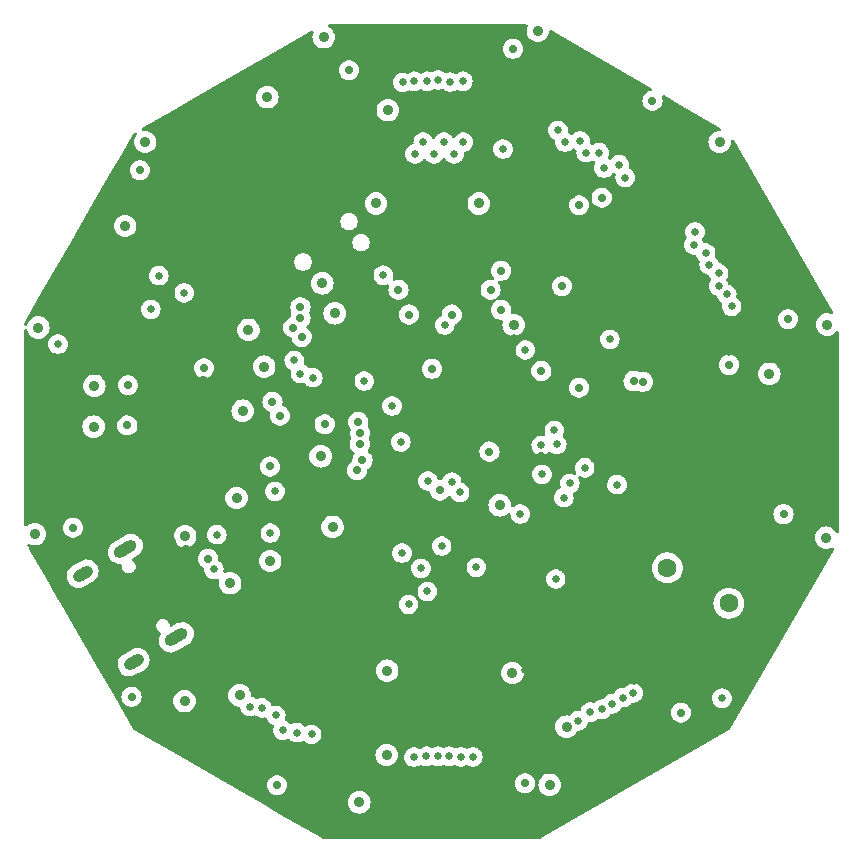
<source format=gbr>
%TF.GenerationSoftware,KiCad,Pcbnew,8.0.3*%
%TF.CreationDate,2024-08-19T15:25:54-04:00*%
%TF.ProjectId,vibrometer_h7,76696272-6f6d-4657-9465-725f68372e6b,rev?*%
%TF.SameCoordinates,Original*%
%TF.FileFunction,Copper,L2,Inr*%
%TF.FilePolarity,Positive*%
%FSLAX46Y46*%
G04 Gerber Fmt 4.6, Leading zero omitted, Abs format (unit mm)*
G04 Created by KiCad (PCBNEW 8.0.3) date 2024-08-19 15:25:54*
%MOMM*%
%LPD*%
G01*
G04 APERTURE LIST*
G04 Aperture macros list*
%AMHorizOval*
0 Thick line with rounded ends*
0 $1 width*
0 $2 $3 position (X,Y) of the first rounded end (center of the circle)*
0 $4 $5 position (X,Y) of the second rounded end (center of the circle)*
0 Add line between two ends*
20,1,$1,$2,$3,$4,$5,0*
0 Add two circle primitives to create the rounded ends*
1,1,$1,$2,$3*
1,1,$1,$4,$5*%
G04 Aperture macros list end*
%TA.AperFunction,ComponentPad*%
%ADD10C,1.600000*%
%TD*%
%TA.AperFunction,ComponentPad*%
%ADD11HorizOval,1.000000X-0.476314X-0.275000X0.476314X0.275000X0*%
%TD*%
%TA.AperFunction,ComponentPad*%
%ADD12HorizOval,1.000000X-0.346410X-0.200000X0.346410X0.200000X0*%
%TD*%
%TA.AperFunction,ViaPad*%
%ADD13C,0.650000*%
%TD*%
%TA.AperFunction,ViaPad*%
%ADD14C,0.900000*%
%TD*%
%TA.AperFunction,ViaPad*%
%ADD15C,0.700000*%
%TD*%
G04 APERTURE END LIST*
D10*
%TO.N,*%
%TO.C,J901*%
X169965251Y-111536340D03*
X175165064Y-114550000D03*
%TD*%
D11*
%TO.N,/USB/USB_SHLD*%
%TO.C,J301*%
X124079009Y-109956270D03*
D12*
X120459023Y-112046270D03*
D11*
X128399009Y-117438730D03*
D12*
X124779023Y-119528730D03*
%TD*%
D13*
%TO.N,GND*%
X157400000Y-89650000D03*
X167200000Y-111400000D03*
X148300000Y-94250000D03*
X173800000Y-104950000D03*
X159400000Y-89600000D03*
X171250000Y-101550000D03*
X129500000Y-103300000D03*
X142750000Y-74300000D03*
X130100000Y-127600000D03*
X124450000Y-108250000D03*
X144600000Y-72300000D03*
D14*
X138239741Y-67987465D03*
D13*
X170100000Y-127700000D03*
X149500000Y-114900000D03*
X150950000Y-96750000D03*
X163600000Y-111500000D03*
D14*
X119800000Y-110350000D03*
D13*
X140150000Y-83150000D03*
X148000000Y-104700000D03*
X173750000Y-102900000D03*
X157800000Y-114250000D03*
X134700000Y-77450000D03*
X147000000Y-121600000D03*
X160600000Y-97600000D03*
X167800000Y-99550000D03*
X162900000Y-83800000D03*
X129048741Y-115510295D03*
X160700000Y-78500000D03*
X131600000Y-99350000D03*
X132218911Y-122750000D03*
X139405465Y-121755465D03*
X165400000Y-111200000D03*
D15*
X134550000Y-115450000D03*
D14*
X122700000Y-79400000D03*
D15*
X163600000Y-119550000D03*
D13*
X120800000Y-101950000D03*
D14*
X160350000Y-126050000D03*
D13*
X155950000Y-100250000D03*
X128900000Y-84500000D03*
X141700000Y-111050000D03*
X148750000Y-110400000D03*
D14*
X183700000Y-105000000D03*
D13*
X169200000Y-76500000D03*
X154950000Y-79100000D03*
X145550000Y-78700000D03*
X158000000Y-78600000D03*
X161900000Y-79950000D03*
D14*
X141950000Y-113500000D03*
D13*
X155250000Y-111450000D03*
X151700000Y-112350000D03*
X148550000Y-88650000D03*
X128002720Y-109301351D03*
X177650000Y-80100000D03*
X132900000Y-92650000D03*
X125232051Y-83950962D03*
X169800000Y-80800000D03*
X176600000Y-93200000D03*
X122350000Y-90150000D03*
X156150000Y-93950000D03*
X133800000Y-86050000D03*
X132450000Y-109850000D03*
X156050000Y-104050000D03*
X135700000Y-116700000D03*
D14*
X156036400Y-118900000D03*
D13*
X134200000Y-89500000D03*
X145600000Y-75100000D03*
X153850000Y-120450000D03*
X145800000Y-82200000D03*
X137100000Y-92650000D03*
D15*
X159290000Y-102100000D03*
D13*
X167800000Y-101550000D03*
X175200000Y-93300000D03*
X127000000Y-80950000D03*
X179300000Y-93600000D03*
D14*
X154112724Y-78238347D03*
D13*
X166500000Y-83300000D03*
X138700000Y-132800000D03*
X129600000Y-99300000D03*
X169600000Y-92900000D03*
X138700000Y-76550000D03*
X168000000Y-104250000D03*
X139000000Y-124300000D03*
X134850000Y-75050000D03*
X164800000Y-69300000D03*
X154950000Y-129350000D03*
D14*
X172240508Y-73667715D03*
D13*
X147250000Y-95550000D03*
X169500000Y-88700000D03*
X161400000Y-117900000D03*
X140450000Y-71650000D03*
X121500000Y-89350000D03*
X142900000Y-120000000D03*
X147500000Y-127100000D03*
D15*
X162490000Y-101730000D03*
D13*
X130850000Y-77300000D03*
X137150000Y-112500000D03*
X172700000Y-126100000D03*
X169900000Y-90900000D03*
X145400000Y-121700000D03*
X165450000Y-99200000D03*
X176050000Y-107750000D03*
X159092506Y-82960007D03*
X152000000Y-93850000D03*
X163850000Y-98000000D03*
D15*
X165275000Y-117670968D03*
X160500000Y-103625000D03*
D13*
X164100000Y-131100000D03*
X168700000Y-92900000D03*
D14*
X154100000Y-66100000D03*
D13*
X139050000Y-78600000D03*
X140900000Y-134000000D03*
X151200000Y-121350000D03*
X141905100Y-123654771D03*
X171050000Y-87950000D03*
X133150000Y-94100000D03*
X127500000Y-126100000D03*
X122900000Y-98000000D03*
X173800000Y-98300000D03*
X162900000Y-86600000D03*
D15*
X129900000Y-111400000D03*
X156835000Y-109177880D03*
D13*
X139800000Y-114100000D03*
X140150000Y-100750000D03*
X129700000Y-101800000D03*
D15*
X159635899Y-122750000D03*
D13*
X123700000Y-84000000D03*
X145450000Y-130600000D03*
X156300000Y-87900000D03*
X141650000Y-86050000D03*
X167100000Y-121100000D03*
X154950000Y-130600000D03*
X149250000Y-97550000D03*
X160900000Y-72000000D03*
X176450000Y-110700000D03*
X131150000Y-118900000D03*
X143650000Y-105200000D03*
X157350000Y-74400000D03*
X164350000Y-103600000D03*
X176700000Y-121200000D03*
X167100000Y-96900000D03*
X151800000Y-134100000D03*
X152900000Y-110400000D03*
X152450000Y-123750000D03*
X171250000Y-106000000D03*
X128198460Y-89046522D03*
X127450000Y-83200000D03*
X160300000Y-107700000D03*
X120200000Y-84000000D03*
X137300000Y-80850000D03*
X153800000Y-100200000D03*
X121100000Y-94100000D03*
D14*
X130650000Y-95700000D03*
D13*
X157900000Y-116900000D03*
D15*
X154782500Y-109250000D03*
D13*
X161700000Y-113900000D03*
X131600000Y-80000000D03*
X171300000Y-99500000D03*
X153900000Y-106050000D03*
X139800000Y-118450000D03*
X146350000Y-117450000D03*
X156300000Y-134000000D03*
X166000000Y-95350000D03*
X183500000Y-101700000D03*
X173600000Y-81400000D03*
X134800000Y-82575000D03*
X155750000Y-97450000D03*
X169200000Y-82400000D03*
X154700000Y-74050000D03*
X141075000Y-106400000D03*
X167000000Y-105900000D03*
X136700000Y-122900000D03*
X121600000Y-113300000D03*
D14*
X154100000Y-83000000D03*
D13*
X158000000Y-84000000D03*
X151200000Y-110900000D03*
X144950000Y-104000000D03*
X174900000Y-124900000D03*
X143000000Y-85100000D03*
X123300000Y-108400000D03*
X172150000Y-117800000D03*
X179350000Y-116850000D03*
D15*
X130950000Y-113350000D03*
D13*
X148000000Y-113200000D03*
D15*
X129250000Y-109950000D03*
D13*
X138000000Y-118500000D03*
X126650000Y-93050000D03*
X178900000Y-101550000D03*
X168700000Y-94100000D03*
X146900000Y-134000000D03*
D14*
X181900000Y-87400000D03*
D13*
X151150000Y-117600000D03*
D15*
X162500000Y-94350000D03*
D13*
X131000000Y-83850000D03*
X129545827Y-87191705D03*
X129900000Y-97750000D03*
X133200000Y-129200000D03*
X169600000Y-94100000D03*
X120050000Y-89050000D03*
X128900000Y-93800000D03*
X123200000Y-88000000D03*
X153750000Y-122200000D03*
X156950000Y-92117500D03*
X149850000Y-121250000D03*
X172650000Y-113050000D03*
X153800000Y-112900000D03*
X129050000Y-119100000D03*
X163650000Y-94700000D03*
X125463840Y-108829329D03*
X123350000Y-92900000D03*
X125400000Y-98000000D03*
D14*
X144350000Y-90200000D03*
D13*
X122400000Y-102750000D03*
X153950000Y-104100000D03*
X127000000Y-103600000D03*
X148450000Y-121400000D03*
X162850000Y-99200000D03*
X128500000Y-95900000D03*
X155850000Y-122750000D03*
X161200000Y-132800000D03*
X136050000Y-74500000D03*
X145450000Y-70500000D03*
X152500000Y-121300000D03*
X165400000Y-102850000D03*
X154550000Y-70700000D03*
X122900000Y-100750000D03*
X131850000Y-97700000D03*
X142750000Y-80350000D03*
X134100000Y-112050000D03*
X179300000Y-109650000D03*
X165500000Y-83300000D03*
X137150000Y-109800000D03*
X159700000Y-119100000D03*
X175350000Y-91500000D03*
X140550000Y-81200000D03*
X155400000Y-123700000D03*
X177900000Y-90150000D03*
X148050000Y-124600000D03*
D15*
X161350000Y-102100000D03*
D13*
X177400000Y-97700000D03*
X120650000Y-98150000D03*
X142300000Y-126100000D03*
X132100000Y-117250000D03*
X146750000Y-103950000D03*
X171050000Y-82300000D03*
X162167500Y-88725000D03*
X152250000Y-109350000D03*
X181250000Y-113600000D03*
X133350000Y-80700000D03*
X124800000Y-90950000D03*
X143600000Y-134000000D03*
X143900000Y-125400000D03*
X157850000Y-76200000D03*
X173600000Y-108950000D03*
X164100000Y-86600000D03*
X137600000Y-115900000D03*
X153425000Y-71700000D03*
X170950000Y-86200000D03*
X171400000Y-92300000D03*
X163450000Y-92250000D03*
X178950000Y-98850000D03*
X169250000Y-109000000D03*
X159600000Y-71500000D03*
X154000000Y-116150000D03*
X116400000Y-99350000D03*
X142700000Y-78750000D03*
X181000000Y-99900000D03*
X147150000Y-99300000D03*
X132750000Y-76200000D03*
X170450000Y-95800000D03*
X170450000Y-96600000D03*
X183400000Y-98050000D03*
X155900000Y-115425000D03*
X139850000Y-76550000D03*
X144350000Y-94550000D03*
D14*
X177300000Y-104350000D03*
D13*
X135053311Y-119731186D03*
X150950000Y-113650000D03*
X159200000Y-72950000D03*
X137200000Y-86550000D03*
X149400000Y-106050000D03*
X160800000Y-109200000D03*
X131700000Y-101700000D03*
X178750000Y-105250000D03*
X163600000Y-115900000D03*
X162900000Y-85300000D03*
X177400000Y-99950000D03*
X165400000Y-101250000D03*
X169000000Y-122500000D03*
X149750000Y-117550000D03*
X162750000Y-82700000D03*
D14*
X116300000Y-95800000D03*
D13*
X172300000Y-92400000D03*
X163600000Y-107000000D03*
X159600000Y-115000000D03*
X154950000Y-127050000D03*
X167800000Y-80300000D03*
X167000000Y-117050000D03*
X164100000Y-85300000D03*
X173800000Y-100900000D03*
X125100000Y-125000000D03*
X139750000Y-111600000D03*
X156500000Y-126550000D03*
X164200000Y-82700000D03*
X183400000Y-95750000D03*
X116350000Y-102700000D03*
D14*
X131700000Y-102850000D03*
D13*
X125350000Y-102200000D03*
X164100000Y-83800000D03*
X137600000Y-76600000D03*
X145450000Y-129350000D03*
X171100000Y-77350000D03*
X169750000Y-116050000D03*
X167400000Y-129300000D03*
X157900000Y-120200000D03*
X154900000Y-82050000D03*
X173300000Y-120200000D03*
X131150000Y-82650000D03*
X136900000Y-107000000D03*
X171000000Y-90900000D03*
X127250000Y-97650000D03*
X154450000Y-95700000D03*
D15*
X159300000Y-97317500D03*
D13*
X149500000Y-134100000D03*
X159850000Y-92000000D03*
X177350000Y-102750000D03*
D14*
%TO.N,+5V*%
X129082983Y-122837396D03*
X160000000Y-129920000D03*
X116400000Y-108700000D03*
X145300000Y-80700000D03*
X159000000Y-66100000D03*
X133486514Y-105636514D03*
X143892579Y-131400000D03*
X154000000Y-80700000D03*
X124056995Y-82600000D03*
X116700000Y-91200000D03*
X125750000Y-75500000D03*
X183500000Y-90950000D03*
X136100000Y-71700000D03*
X174400000Y-75500000D03*
X183400000Y-109000000D03*
X140868628Y-66618628D03*
X134000000Y-98250000D03*
D13*
X174591992Y-122588008D03*
D15*
%TO.N,/MCU/SWD_NRST*%
X150050000Y-94700000D03*
X148100000Y-90100000D03*
D14*
%TO.N,+3V3*%
X132950000Y-112850000D03*
X121399600Y-99593600D03*
X141618000Y-108077200D03*
X156850000Y-120450000D03*
X136334800Y-110972800D03*
D13*
X159352500Y-103640000D03*
D14*
X134500000Y-91400000D03*
X140602000Y-102100000D03*
X141800000Y-90000000D03*
X140754400Y-87452400D03*
X178600400Y-95123200D03*
X161430000Y-124993600D03*
D13*
X159290000Y-101182500D03*
D14*
X146240800Y-120250000D03*
X155764905Y-106249515D03*
X146200000Y-127400000D03*
X135826800Y-94513600D03*
X133744000Y-122352000D03*
X121450400Y-96139200D03*
X146300000Y-72800000D03*
X156950000Y-90982500D03*
D15*
%TO.N,+3V3A*%
X162500000Y-96300000D03*
%TO.N,/MCU/BOOT0*%
X130750000Y-94650000D03*
X136526800Y-97500000D03*
X140950000Y-99400000D03*
X144150000Y-102450000D03*
%TO.N,/MCU/MUTE_BUTTON*%
X175200000Y-94367500D03*
X159290000Y-94879677D03*
%TO.N,/AUDIO/DAC_OUTB*%
X162500000Y-80850000D03*
X155000000Y-88000000D03*
D14*
%TO.N,V_USB*%
X129139896Y-108866474D03*
D15*
X131085104Y-110781250D03*
D13*
%TO.N,/MCU/STA_QT*%
X126237500Y-89664471D03*
X126900000Y-86800000D03*
X129070400Y-88265200D03*
D15*
%TO.N,/MCU/BOOT_SW*%
X124300000Y-96088400D03*
X124244400Y-99492000D03*
D13*
%TO.N,/MCU/USB_DM*%
X131820000Y-108740000D03*
X136750000Y-105080000D03*
%TO.N,/ACCEL/ACCEL.INTB3*%
X162960000Y-103080000D03*
X166210000Y-122540000D03*
%TO.N,/ACCEL/ACCEL.MISO2*%
X149650000Y-113550000D03*
X150560000Y-127500000D03*
%TO.N,/ACCEL/ACCEL.MOSI3*%
X161700000Y-104400000D03*
X165300000Y-123060000D03*
D15*
%TO.N,/MCU/SWD_DIO*%
X139000000Y-92000000D03*
X143700000Y-103300000D03*
D13*
%TO.N,/MCU/SWD_CLK*%
X149700000Y-104200000D03*
X145924263Y-86775000D03*
%TO.N,/MCU/VCP_TX*%
X151700000Y-104300000D03*
X151125000Y-91000000D03*
X148600000Y-76500000D03*
X147550000Y-70450000D03*
%TO.N,/ACCEL/ACCEL.NCS3*%
X157500000Y-107000000D03*
X162400000Y-124500000D03*
D15*
%TO.N,/MCU/SWD_SWO*%
X147200000Y-88000000D03*
X150700000Y-105000000D03*
D13*
%TO.N,/ACCEL/ACCEL.MOSI1*%
X144310400Y-95732800D03*
X137400000Y-125300000D03*
%TO.N,/ACCEL/ACCEL.NCS2*%
X147500000Y-110300000D03*
X148510000Y-127570000D03*
%TO.N,/ACCEL/ACCEL.MOSI2*%
X151500001Y-127500001D03*
X149100000Y-111600000D03*
%TO.N,/ACCEL/ACCEL.INTA3*%
X165700000Y-104500000D03*
X167090000Y-122140000D03*
%TO.N,/ACCEL/ACCEL.MISO1*%
X136820000Y-124040000D03*
X139942182Y-95434939D03*
%TO.N,/ACCEL/ACCEL.MISO3*%
X161200000Y-105600000D03*
X164410000Y-123520000D03*
%TO.N,/ACCEL/ACCEL.INTB1*%
X147400000Y-100900000D03*
X138600000Y-125500000D03*
D15*
%TO.N,/MCU/VCP_RX*%
X151700000Y-90100000D03*
D13*
X152375000Y-105150000D03*
X148550000Y-70350000D03*
X149300000Y-75500000D03*
%TO.N,/ACCEL/ACCEL.INTA1*%
X146650000Y-97850000D03*
X139840000Y-125640000D03*
%TO.N,/ACCEL/ACCEL.INTB2*%
X152480000Y-127550000D03*
X150850000Y-109700000D03*
%TO.N,/ACCEL/ACCEL.NCS1*%
X138370000Y-93990000D03*
X134640000Y-123290000D03*
%TO.N,/AUDIO/MUTE_SIGNAL*%
X165100000Y-92200000D03*
X157950000Y-93100000D03*
%TO.N,Net-(C213-Pad1)*%
X160395892Y-99900000D03*
X160600000Y-101100000D03*
%TO.N,/ACCEL/ACCEL.INTA2*%
X153800000Y-111500000D03*
X153500000Y-127550000D03*
D15*
%TO.N,/AUDIO/DAC_OUTA*%
X164400000Y-80200000D03*
X155900000Y-89700000D03*
D13*
%TO.N,/MCU/USB_DP*%
X131572664Y-111682866D03*
X136360000Y-108610000D03*
D15*
%TO.N,+5VA*%
X161032500Y-87700000D03*
X167100000Y-95732500D03*
D13*
X156050000Y-76100000D03*
D15*
X167900000Y-95800000D03*
X155900000Y-86400000D03*
D13*
%TO.N,/ACCEL/SPI ACCELEROMETER1/ACCEL_SCK*%
X138900000Y-95100000D03*
X135610000Y-123400000D03*
%TO.N,/ACCEL/SPI ACCELEROMETER2/ACCEL_SCK*%
X148050000Y-114650000D03*
X149570000Y-127500000D03*
%TO.N,/ACCEL/SPI ACCELEROMETER3/ACCEL_SCK*%
X160500000Y-112500000D03*
X163440000Y-123770000D03*
D15*
%TO.N,/MCU/LED_ACCEL_3V3*%
X136317463Y-102967463D03*
X137151800Y-98654519D03*
%TO.N,/STROBE/FET1_D*%
X179800000Y-107000000D03*
D13*
X118375000Y-92607971D03*
D15*
X156891757Y-67604833D03*
X136936819Y-129955448D03*
%TO.N,/STROBE/FET2_D*%
X171100000Y-123800000D03*
X124602715Y-122471960D03*
X125325891Y-77883527D03*
X168700000Y-72000000D03*
%TO.N,/MCU/LED_STROBE_1*%
X143800000Y-99200000D03*
X138900000Y-90400000D03*
%TO.N,/MCU/LED_STROBE_2*%
X138900000Y-89500000D03*
X143947615Y-100129036D03*
%TO.N,/MCU/LED_STROBE_3*%
X143915099Y-101054936D03*
X138300000Y-91200000D03*
D13*
%TO.N,Net-(J501-Pin_16)*%
X160700000Y-74500000D03*
%TO.N,Net-(J501-Pin_14)*%
X161300000Y-75500000D03*
D15*
%TO.N,/MCU/DAC_EXT_TRG*%
X154900000Y-101700000D03*
%TO.N,/STROBE/FET3_D*%
X180200000Y-90500000D03*
X142994060Y-69426798D03*
X157900000Y-129800000D03*
X119655705Y-108151100D03*
D13*
%TO.N,/MCU/ADC1_INP*%
X150550000Y-70250000D03*
X151043439Y-75494570D03*
%TO.N,/MCU/ADC2_INP*%
X152700000Y-75500000D03*
X152650000Y-70350000D03*
%TO.N,/MCU/ADC2_INN*%
X151585933Y-70428440D03*
X151900000Y-76500000D03*
%TO.N,/MCU/ADC1_INN*%
X150200000Y-76500000D03*
X149650000Y-70350000D03*
%TO.N,Net-(J501-Pin_6)*%
X164600000Y-77700000D03*
%TO.N,Net-(J501-Pin_12)*%
X162600000Y-75400000D03*
%TO.N,Net-(J501-Pin_10)*%
X163100000Y-76400000D03*
%TO.N,Net-(J501-Pin_4)*%
X165900000Y-77400000D03*
%TO.N,Net-(J501-Pin_2)*%
X166400000Y-78500000D03*
%TO.N,Net-(J501-Pin_8)*%
X164200000Y-76400000D03*
%TO.N,Net-(J502-Pin_16)*%
X172300000Y-83100000D03*
%TO.N,Net-(J502-Pin_14)*%
X172200000Y-84200000D03*
%TO.N,Net-(J502-Pin_4)*%
X175000000Y-88400000D03*
%TO.N,Net-(J502-Pin_8)*%
X174300000Y-86600000D03*
%TO.N,Net-(J502-Pin_12)*%
X173200000Y-84900000D03*
%TO.N,Net-(J502-Pin_6)*%
X174300000Y-87700000D03*
%TO.N,Net-(J502-Pin_10)*%
X173500000Y-85900000D03*
%TO.N,Net-(J502-Pin_2)*%
X175400000Y-89400000D03*
%TD*%
%TA.AperFunction,Conductor*%
%TO.N,GND*%
G36*
X158088581Y-65546855D02*
G01*
X158134336Y-65599659D01*
X158144280Y-65668817D01*
X158130900Y-65709623D01*
X158117604Y-65734497D01*
X158063253Y-65913666D01*
X158063252Y-65913668D01*
X158044901Y-66100000D01*
X158063252Y-66286331D01*
X158063253Y-66286333D01*
X158117604Y-66465502D01*
X158205862Y-66630623D01*
X158205864Y-66630626D01*
X158324642Y-66775357D01*
X158469373Y-66894135D01*
X158469376Y-66894137D01*
X158634497Y-66982395D01*
X158634499Y-66982396D01*
X158813666Y-67036746D01*
X158813668Y-67036747D01*
X158830374Y-67038392D01*
X159000000Y-67055099D01*
X159186331Y-67036747D01*
X159365501Y-66982396D01*
X159530625Y-66894136D01*
X159675357Y-66775357D01*
X159794136Y-66630625D01*
X159882396Y-66465501D01*
X159936747Y-66286331D01*
X159950993Y-66141687D01*
X159977152Y-66076902D01*
X160034186Y-66036543D01*
X160103987Y-66033426D01*
X160136395Y-66046456D01*
X163143551Y-67782638D01*
X168435401Y-70837889D01*
X168597286Y-70931353D01*
X168645502Y-70981920D01*
X168658725Y-71050527D01*
X168632757Y-71115392D01*
X168575842Y-71155920D01*
X168561067Y-71160030D01*
X168435733Y-71186670D01*
X168435728Y-71186672D01*
X168272408Y-71259387D01*
X168127768Y-71364475D01*
X168008140Y-71497336D01*
X167918750Y-71652164D01*
X167918747Y-71652170D01*
X167863504Y-71822192D01*
X167863503Y-71822194D01*
X167844815Y-72000000D01*
X167863503Y-72177805D01*
X167863504Y-72177807D01*
X167918747Y-72347829D01*
X167918750Y-72347835D01*
X168008141Y-72502665D01*
X168049812Y-72548946D01*
X168127764Y-72635521D01*
X168127767Y-72635523D01*
X168127770Y-72635526D01*
X168272407Y-72740612D01*
X168435733Y-72813329D01*
X168610609Y-72850500D01*
X168610610Y-72850500D01*
X168789389Y-72850500D01*
X168789391Y-72850500D01*
X168964267Y-72813329D01*
X169127593Y-72740612D01*
X169272230Y-72635526D01*
X169391859Y-72502665D01*
X169481250Y-72347835D01*
X169536497Y-72177803D01*
X169555185Y-72000000D01*
X169536497Y-71822197D01*
X169496900Y-71700333D01*
X169494906Y-71630493D01*
X169530986Y-71570660D01*
X169593687Y-71539832D01*
X169663101Y-71547797D01*
X169676829Y-71554627D01*
X171050705Y-72347835D01*
X174455440Y-74313560D01*
X174503656Y-74364127D01*
X174516879Y-74432734D01*
X174490911Y-74497599D01*
X174433996Y-74538127D01*
X174405594Y-74544350D01*
X174213668Y-74563252D01*
X174213666Y-74563253D01*
X174034497Y-74617604D01*
X173869376Y-74705862D01*
X173869373Y-74705864D01*
X173724642Y-74824642D01*
X173605864Y-74969373D01*
X173605862Y-74969376D01*
X173517604Y-75134497D01*
X173463253Y-75313666D01*
X173463252Y-75313668D01*
X173444901Y-75500000D01*
X173463252Y-75686331D01*
X173463253Y-75686333D01*
X173517604Y-75865502D01*
X173605862Y-76030623D01*
X173605864Y-76030626D01*
X173724642Y-76175357D01*
X173869373Y-76294135D01*
X173869376Y-76294137D01*
X174034497Y-76382395D01*
X174034499Y-76382396D01*
X174213666Y-76436746D01*
X174213668Y-76436747D01*
X174222441Y-76437611D01*
X174400000Y-76455099D01*
X174586331Y-76436747D01*
X174765501Y-76382396D01*
X174930625Y-76294136D01*
X175075357Y-76175357D01*
X175194136Y-76030625D01*
X175282396Y-75865501D01*
X175336747Y-75686331D01*
X175355099Y-75500000D01*
X175348514Y-75433147D01*
X175361532Y-75364504D01*
X175409597Y-75313793D01*
X175477447Y-75297118D01*
X175543542Y-75319773D01*
X175579304Y-75358995D01*
X183958129Y-89871547D01*
X183974602Y-89939447D01*
X183951749Y-90005474D01*
X183896828Y-90048665D01*
X183827275Y-90055306D01*
X183814749Y-90052208D01*
X183759626Y-90035487D01*
X183686329Y-90013252D01*
X183500000Y-89994901D01*
X183313668Y-90013252D01*
X183313666Y-90013253D01*
X183134497Y-90067604D01*
X182969376Y-90155862D01*
X182969373Y-90155864D01*
X182824642Y-90274642D01*
X182705864Y-90419373D01*
X182705862Y-90419376D01*
X182617604Y-90584497D01*
X182563253Y-90763666D01*
X182563252Y-90763668D01*
X182544901Y-90950000D01*
X182563252Y-91136331D01*
X182563253Y-91136333D01*
X182617604Y-91315502D01*
X182705862Y-91480623D01*
X182705864Y-91480626D01*
X182824642Y-91625357D01*
X182969373Y-91744135D01*
X182969376Y-91744137D01*
X183115412Y-91822194D01*
X183134499Y-91832396D01*
X183313666Y-91886746D01*
X183313668Y-91886747D01*
X183330374Y-91888392D01*
X183500000Y-91905099D01*
X183686331Y-91886747D01*
X183865501Y-91832396D01*
X184030625Y-91744136D01*
X184175357Y-91625357D01*
X184252977Y-91530776D01*
X184310722Y-91491443D01*
X184380567Y-91489572D01*
X184440335Y-91525759D01*
X184471051Y-91588515D01*
X184472830Y-91609442D01*
X184472830Y-108495739D01*
X184453145Y-108562778D01*
X184400341Y-108608533D01*
X184331183Y-108618477D01*
X184267627Y-108589452D01*
X184239472Y-108554192D01*
X184194137Y-108469376D01*
X184194135Y-108469373D01*
X184075357Y-108324642D01*
X183930626Y-108205864D01*
X183930623Y-108205862D01*
X183765502Y-108117604D01*
X183586333Y-108063253D01*
X183586331Y-108063252D01*
X183400000Y-108044901D01*
X183213668Y-108063252D01*
X183213666Y-108063253D01*
X183034497Y-108117604D01*
X182869376Y-108205862D01*
X182869373Y-108205864D01*
X182724642Y-108324642D01*
X182605864Y-108469373D01*
X182605862Y-108469376D01*
X182517604Y-108634497D01*
X182463253Y-108813666D01*
X182463252Y-108813668D01*
X182444901Y-109000000D01*
X182463252Y-109186331D01*
X182463253Y-109186333D01*
X182517604Y-109365502D01*
X182605862Y-109530623D01*
X182605864Y-109530626D01*
X182724642Y-109675357D01*
X182869373Y-109794135D01*
X182869376Y-109794137D01*
X183024656Y-109877135D01*
X183034499Y-109882396D01*
X183193900Y-109930750D01*
X183213666Y-109936746D01*
X183213668Y-109936747D01*
X183230374Y-109938392D01*
X183400000Y-109955099D01*
X183586331Y-109936747D01*
X183765501Y-109882396D01*
X183866622Y-109828345D01*
X183935024Y-109814104D01*
X184000268Y-109839104D01*
X184041639Y-109895409D01*
X184046001Y-109965142D01*
X184032462Y-109999704D01*
X175252474Y-125207088D01*
X175207087Y-125252475D01*
X159265741Y-134456217D01*
X159203741Y-134472830D01*
X140796259Y-134472830D01*
X140734259Y-134456217D01*
X137095014Y-132355098D01*
X135440736Y-131400000D01*
X142937480Y-131400000D01*
X142955831Y-131586331D01*
X142955832Y-131586333D01*
X143010183Y-131765502D01*
X143098441Y-131930623D01*
X143098443Y-131930626D01*
X143217221Y-132075357D01*
X143361952Y-132194135D01*
X143361955Y-132194137D01*
X143527076Y-132282395D01*
X143527078Y-132282396D01*
X143706245Y-132336746D01*
X143706247Y-132336747D01*
X143722953Y-132338392D01*
X143892579Y-132355099D01*
X144078910Y-132336747D01*
X144258080Y-132282396D01*
X144423204Y-132194136D01*
X144567936Y-132075357D01*
X144686715Y-131930625D01*
X144774975Y-131765501D01*
X144829326Y-131586331D01*
X144847678Y-131400000D01*
X144829326Y-131213669D01*
X144774975Y-131034499D01*
X144686715Y-130869375D01*
X144686714Y-130869373D01*
X144567936Y-130724642D01*
X144423205Y-130605864D01*
X144423202Y-130605862D01*
X144258081Y-130517604D01*
X144078912Y-130463253D01*
X144078910Y-130463252D01*
X143892579Y-130444901D01*
X143706247Y-130463252D01*
X143706245Y-130463253D01*
X143527076Y-130517604D01*
X143361955Y-130605862D01*
X143361952Y-130605864D01*
X143217221Y-130724642D01*
X143098443Y-130869373D01*
X143098441Y-130869376D01*
X143010183Y-131034497D01*
X142955832Y-131213666D01*
X142955831Y-131213668D01*
X142937480Y-131400000D01*
X135440736Y-131400000D01*
X134531581Y-130875099D01*
X132938699Y-129955448D01*
X136081634Y-129955448D01*
X136100322Y-130133253D01*
X136100323Y-130133255D01*
X136155566Y-130303277D01*
X136155569Y-130303283D01*
X136244960Y-130458113D01*
X136286631Y-130504394D01*
X136364583Y-130590969D01*
X136364586Y-130590971D01*
X136364589Y-130590974D01*
X136509226Y-130696060D01*
X136672552Y-130768777D01*
X136847428Y-130805948D01*
X136847429Y-130805948D01*
X137026208Y-130805948D01*
X137026210Y-130805948D01*
X137201086Y-130768777D01*
X137364412Y-130696060D01*
X137509049Y-130590974D01*
X137628678Y-130458113D01*
X137718069Y-130303283D01*
X137773316Y-130133251D01*
X137792004Y-129955448D01*
X137775666Y-129800000D01*
X157044815Y-129800000D01*
X157063503Y-129977805D01*
X157063504Y-129977807D01*
X157118747Y-130147829D01*
X157118750Y-130147835D01*
X157208141Y-130302665D01*
X157249812Y-130348946D01*
X157327764Y-130435521D01*
X157327767Y-130435523D01*
X157327770Y-130435526D01*
X157472407Y-130540612D01*
X157635733Y-130613329D01*
X157810609Y-130650500D01*
X157810610Y-130650500D01*
X157989389Y-130650500D01*
X157989391Y-130650500D01*
X158164267Y-130613329D01*
X158327593Y-130540612D01*
X158472230Y-130435526D01*
X158591859Y-130302665D01*
X158681250Y-130147835D01*
X158736497Y-129977803D01*
X158742572Y-129920000D01*
X159044901Y-129920000D01*
X159063252Y-130106331D01*
X159063253Y-130106333D01*
X159117604Y-130285502D01*
X159205862Y-130450623D01*
X159205864Y-130450626D01*
X159324642Y-130595357D01*
X159469373Y-130714135D01*
X159469376Y-130714137D01*
X159634497Y-130802395D01*
X159634499Y-130802396D01*
X159813666Y-130856746D01*
X159813668Y-130856747D01*
X159830374Y-130858392D01*
X160000000Y-130875099D01*
X160186331Y-130856747D01*
X160365501Y-130802396D01*
X160530625Y-130714136D01*
X160675357Y-130595357D01*
X160794136Y-130450625D01*
X160882396Y-130285501D01*
X160936747Y-130106331D01*
X160955099Y-129920000D01*
X160936747Y-129733669D01*
X160882396Y-129554499D01*
X160828028Y-129452783D01*
X160794137Y-129389376D01*
X160794135Y-129389373D01*
X160675357Y-129244642D01*
X160530626Y-129125864D01*
X160530623Y-129125862D01*
X160365502Y-129037604D01*
X160186333Y-128983253D01*
X160186331Y-128983252D01*
X160000000Y-128964901D01*
X159813668Y-128983252D01*
X159813666Y-128983253D01*
X159634497Y-129037604D01*
X159469376Y-129125862D01*
X159469373Y-129125864D01*
X159324642Y-129244642D01*
X159205864Y-129389373D01*
X159205862Y-129389376D01*
X159117604Y-129554497D01*
X159063253Y-129733666D01*
X159063252Y-129733668D01*
X159044901Y-129920000D01*
X158742572Y-129920000D01*
X158755185Y-129800000D01*
X158736497Y-129622197D01*
X158681250Y-129452165D01*
X158591859Y-129297335D01*
X158544414Y-129244642D01*
X158472235Y-129164478D01*
X158472232Y-129164476D01*
X158472231Y-129164475D01*
X158472230Y-129164474D01*
X158327593Y-129059388D01*
X158164267Y-128986671D01*
X158164265Y-128986670D01*
X158036594Y-128959533D01*
X157989391Y-128949500D01*
X157810609Y-128949500D01*
X157779954Y-128956015D01*
X157635733Y-128986670D01*
X157635728Y-128986672D01*
X157472408Y-129059387D01*
X157327768Y-129164475D01*
X157208140Y-129297336D01*
X157118750Y-129452164D01*
X157118747Y-129452170D01*
X157063504Y-129622192D01*
X157063503Y-129622194D01*
X157044815Y-129800000D01*
X137775666Y-129800000D01*
X137773316Y-129777645D01*
X137718069Y-129607613D01*
X137628678Y-129452783D01*
X137571583Y-129389373D01*
X137509054Y-129319926D01*
X137509051Y-129319924D01*
X137509050Y-129319923D01*
X137509049Y-129319922D01*
X137364412Y-129214836D01*
X137201086Y-129142119D01*
X137201084Y-129142118D01*
X137073413Y-129114981D01*
X137026210Y-129104948D01*
X136847428Y-129104948D01*
X136816773Y-129111463D01*
X136672552Y-129142118D01*
X136672547Y-129142120D01*
X136509227Y-129214835D01*
X136364587Y-129319923D01*
X136244959Y-129452784D01*
X136155569Y-129607612D01*
X136155566Y-129607618D01*
X136100323Y-129777640D01*
X136100322Y-129777642D01*
X136081634Y-129955448D01*
X132938699Y-129955448D01*
X128512534Y-127400000D01*
X145244901Y-127400000D01*
X145263252Y-127586331D01*
X145263253Y-127586333D01*
X145317604Y-127765502D01*
X145405862Y-127930623D01*
X145405864Y-127930626D01*
X145524642Y-128075357D01*
X145669373Y-128194135D01*
X145669376Y-128194137D01*
X145779115Y-128252793D01*
X145834499Y-128282396D01*
X146013666Y-128336746D01*
X146013668Y-128336747D01*
X146030374Y-128338392D01*
X146200000Y-128355099D01*
X146386331Y-128336747D01*
X146565501Y-128282396D01*
X146730625Y-128194136D01*
X146875357Y-128075357D01*
X146994136Y-127930625D01*
X147082396Y-127765501D01*
X147136747Y-127586331D01*
X147138355Y-127570000D01*
X147679953Y-127570000D01*
X147698092Y-127742576D01*
X147698093Y-127742579D01*
X147751712Y-127907608D01*
X147838477Y-128057887D01*
X147838476Y-128057887D01*
X147936586Y-128166849D01*
X147954590Y-128186845D01*
X148034822Y-128245137D01*
X148094976Y-128288842D01*
X148253495Y-128359420D01*
X148253501Y-128359422D01*
X148423236Y-128395500D01*
X148423237Y-128395500D01*
X148596762Y-128395500D01*
X148596764Y-128395500D01*
X148766499Y-128359422D01*
X148766501Y-128359420D01*
X148766504Y-128359420D01*
X148787952Y-128349870D01*
X148925024Y-128288842D01*
X149015382Y-128223192D01*
X149081187Y-128199712D01*
X149149241Y-128215537D01*
X149150266Y-128216123D01*
X149154974Y-128218840D01*
X149154976Y-128218842D01*
X149231231Y-128252793D01*
X149313495Y-128289420D01*
X149313501Y-128289422D01*
X149483236Y-128325500D01*
X149483237Y-128325500D01*
X149656762Y-128325500D01*
X149656764Y-128325500D01*
X149826499Y-128289422D01*
X149826501Y-128289420D01*
X149826504Y-128289420D01*
X149908769Y-128252793D01*
X149985024Y-128218842D01*
X149992114Y-128213690D01*
X150057918Y-128190210D01*
X150125973Y-128206034D01*
X150137881Y-128213687D01*
X150144973Y-128218840D01*
X150144976Y-128218842D01*
X150303495Y-128289420D01*
X150303501Y-128289422D01*
X150473236Y-128325500D01*
X150473237Y-128325500D01*
X150646762Y-128325500D01*
X150646764Y-128325500D01*
X150816499Y-128289422D01*
X150816501Y-128289420D01*
X150816504Y-128289420D01*
X150959926Y-128225564D01*
X150975024Y-128218842D01*
X150975024Y-128218841D01*
X150979563Y-128216821D01*
X151048813Y-128207536D01*
X151080435Y-128216821D01*
X151243496Y-128289421D01*
X151243502Y-128289423D01*
X151413237Y-128325501D01*
X151413238Y-128325501D01*
X151586763Y-128325501D01*
X151586765Y-128325501D01*
X151756500Y-128289423D01*
X151756502Y-128289421D01*
X151756505Y-128289421D01*
X151794427Y-128272536D01*
X151899930Y-128225563D01*
X151969178Y-128216279D01*
X152023247Y-128238524D01*
X152064976Y-128268842D01*
X152111202Y-128289423D01*
X152223495Y-128339420D01*
X152223501Y-128339422D01*
X152393236Y-128375500D01*
X152393237Y-128375500D01*
X152566762Y-128375500D01*
X152566764Y-128375500D01*
X152736499Y-128339422D01*
X152736501Y-128339420D01*
X152736504Y-128339420D01*
X152767768Y-128325500D01*
X152895024Y-128268842D01*
X152917113Y-128252792D01*
X152982919Y-128229312D01*
X153050974Y-128245137D01*
X153062884Y-128252791D01*
X153084976Y-128268842D01*
X153131202Y-128289423D01*
X153243495Y-128339420D01*
X153243501Y-128339422D01*
X153413236Y-128375500D01*
X153413237Y-128375500D01*
X153586762Y-128375500D01*
X153586764Y-128375500D01*
X153756499Y-128339422D01*
X153756501Y-128339420D01*
X153756504Y-128339420D01*
X153868798Y-128289423D01*
X153915024Y-128268842D01*
X154055410Y-128166845D01*
X154171522Y-128037889D01*
X154258286Y-127887611D01*
X154311908Y-127722576D01*
X154330047Y-127550000D01*
X154311908Y-127377424D01*
X154258286Y-127212389D01*
X154171522Y-127062111D01*
X154055410Y-126933155D01*
X153942553Y-126851159D01*
X153915023Y-126831157D01*
X153756504Y-126760579D01*
X153756498Y-126760577D01*
X153622841Y-126732168D01*
X153586764Y-126724500D01*
X153413236Y-126724500D01*
X153383483Y-126730824D01*
X153243501Y-126760577D01*
X153243496Y-126760579D01*
X153084977Y-126831157D01*
X153084969Y-126831162D01*
X153062882Y-126847209D01*
X152997075Y-126870687D01*
X152929022Y-126854860D01*
X152917116Y-126847208D01*
X152895027Y-126831160D01*
X152895026Y-126831159D01*
X152895024Y-126831158D01*
X152847029Y-126809789D01*
X152736504Y-126760579D01*
X152736498Y-126760577D01*
X152602841Y-126732168D01*
X152566764Y-126724500D01*
X152393236Y-126724500D01*
X152363483Y-126730824D01*
X152223501Y-126760577D01*
X152223500Y-126760577D01*
X152080071Y-126824436D01*
X152010821Y-126833720D01*
X151956751Y-126811474D01*
X151915029Y-126781161D01*
X151915026Y-126781159D01*
X151915025Y-126781159D01*
X151868797Y-126760577D01*
X151756505Y-126710580D01*
X151756499Y-126710578D01*
X151622842Y-126682169D01*
X151586765Y-126674501D01*
X151413237Y-126674501D01*
X151383484Y-126680825D01*
X151243502Y-126710578D01*
X151243497Y-126710580D01*
X151080438Y-126783180D01*
X151011188Y-126792465D01*
X150979566Y-126783180D01*
X150816504Y-126710579D01*
X150816498Y-126710577D01*
X150682841Y-126682168D01*
X150646764Y-126674500D01*
X150473236Y-126674500D01*
X150443483Y-126680824D01*
X150303501Y-126710577D01*
X150303496Y-126710579D01*
X150144977Y-126781157D01*
X150144971Y-126781161D01*
X150137880Y-126786313D01*
X150072072Y-126809789D01*
X150004019Y-126793960D01*
X149992116Y-126786310D01*
X149985027Y-126781160D01*
X149985026Y-126781159D01*
X149985024Y-126781158D01*
X149938798Y-126760577D01*
X149826504Y-126710579D01*
X149826498Y-126710577D01*
X149692841Y-126682168D01*
X149656764Y-126674500D01*
X149483236Y-126674500D01*
X149453483Y-126680824D01*
X149313501Y-126710577D01*
X149313496Y-126710579D01*
X149154978Y-126781157D01*
X149064617Y-126846808D01*
X148998810Y-126870287D01*
X148930757Y-126854461D01*
X148929736Y-126853878D01*
X148925026Y-126851159D01*
X148766504Y-126780579D01*
X148766498Y-126780577D01*
X148632841Y-126752168D01*
X148596764Y-126744500D01*
X148423236Y-126744500D01*
X148393483Y-126750824D01*
X148253501Y-126780577D01*
X148253496Y-126780579D01*
X148094977Y-126851157D01*
X148094972Y-126851160D01*
X147954591Y-126953153D01*
X147954589Y-126953155D01*
X147838477Y-127082112D01*
X147751712Y-127232391D01*
X147704590Y-127377424D01*
X147698092Y-127397424D01*
X147679953Y-127570000D01*
X147138355Y-127570000D01*
X147155099Y-127400000D01*
X147136747Y-127213669D01*
X147082396Y-127034499D01*
X147038916Y-126953153D01*
X146994137Y-126869376D01*
X146994135Y-126869373D01*
X146875357Y-126724642D01*
X146730626Y-126605864D01*
X146730623Y-126605862D01*
X146565502Y-126517604D01*
X146386333Y-126463253D01*
X146386331Y-126463252D01*
X146200000Y-126444901D01*
X146013668Y-126463252D01*
X146013666Y-126463253D01*
X145834497Y-126517604D01*
X145669376Y-126605862D01*
X145669373Y-126605864D01*
X145524642Y-126724642D01*
X145405864Y-126869373D01*
X145405862Y-126869376D01*
X145317604Y-127034497D01*
X145263253Y-127213666D01*
X145263252Y-127213668D01*
X145244901Y-127400000D01*
X128512534Y-127400000D01*
X124792910Y-125252474D01*
X124747523Y-125207087D01*
X123168397Y-122471960D01*
X123747530Y-122471960D01*
X123766218Y-122649765D01*
X123766219Y-122649767D01*
X123821462Y-122819789D01*
X123821465Y-122819795D01*
X123910856Y-122974625D01*
X123941507Y-123008666D01*
X124030479Y-123107481D01*
X124030482Y-123107483D01*
X124030485Y-123107486D01*
X124175122Y-123212572D01*
X124338448Y-123285289D01*
X124513324Y-123322460D01*
X124513325Y-123322460D01*
X124692104Y-123322460D01*
X124692106Y-123322460D01*
X124866982Y-123285289D01*
X125030308Y-123212572D01*
X125174945Y-123107486D01*
X125294574Y-122974625D01*
X125373803Y-122837396D01*
X128127884Y-122837396D01*
X128146235Y-123023727D01*
X128146236Y-123023729D01*
X128200587Y-123202898D01*
X128288845Y-123368019D01*
X128288847Y-123368022D01*
X128407625Y-123512753D01*
X128552356Y-123631531D01*
X128552359Y-123631533D01*
X128717480Y-123719791D01*
X128717482Y-123719792D01*
X128896649Y-123774142D01*
X128896651Y-123774143D01*
X128913357Y-123775788D01*
X129082983Y-123792495D01*
X129269314Y-123774143D01*
X129448484Y-123719792D01*
X129613608Y-123631532D01*
X129758340Y-123512753D01*
X129877119Y-123368021D01*
X129965379Y-123202897D01*
X130019730Y-123023727D01*
X130038082Y-122837396D01*
X130019730Y-122651065D01*
X129965379Y-122471895D01*
X129935197Y-122415428D01*
X129901295Y-122352000D01*
X132788901Y-122352000D01*
X132807252Y-122538331D01*
X132807253Y-122538333D01*
X132861604Y-122717502D01*
X132949862Y-122882623D01*
X132949864Y-122882626D01*
X133068642Y-123027357D01*
X133213373Y-123146135D01*
X133213376Y-123146137D01*
X133337665Y-123212570D01*
X133378499Y-123234396D01*
X133546270Y-123285289D01*
X133557666Y-123288746D01*
X133557668Y-123288747D01*
X133588878Y-123291820D01*
X133711860Y-123303933D01*
X133776646Y-123330094D01*
X133817005Y-123387128D01*
X133823025Y-123414368D01*
X133828092Y-123462576D01*
X133828093Y-123462579D01*
X133881712Y-123627608D01*
X133968477Y-123777887D01*
X133968476Y-123777887D01*
X134063260Y-123883155D01*
X134084590Y-123906845D01*
X134182260Y-123977807D01*
X134224976Y-124008842D01*
X134383495Y-124079420D01*
X134383501Y-124079422D01*
X134553236Y-124115500D01*
X134553237Y-124115500D01*
X134726762Y-124115500D01*
X134726764Y-124115500D01*
X134896499Y-124079422D01*
X134982522Y-124041122D01*
X135051772Y-124031837D01*
X135105842Y-124054082D01*
X135184463Y-124111204D01*
X135194976Y-124118842D01*
X135353495Y-124189420D01*
X135353501Y-124189422D01*
X135523236Y-124225500D01*
X135523237Y-124225500D01*
X135696762Y-124225500D01*
X135696764Y-124225500D01*
X135866499Y-124189422D01*
X135866506Y-124189418D01*
X135869834Y-124188338D01*
X135871873Y-124188279D01*
X135872856Y-124188071D01*
X135872894Y-124188250D01*
X135939675Y-124186343D01*
X135999508Y-124222423D01*
X136026084Y-124267952D01*
X136061712Y-124377608D01*
X136148477Y-124527887D01*
X136148476Y-124527887D01*
X136208744Y-124594821D01*
X136264590Y-124656845D01*
X136338547Y-124710578D01*
X136404976Y-124758842D01*
X136567576Y-124831237D01*
X136620813Y-124876487D01*
X136641134Y-124943336D01*
X136635071Y-124982833D01*
X136621970Y-125023155D01*
X136588092Y-125127424D01*
X136569953Y-125300000D01*
X136588092Y-125472576D01*
X136588093Y-125472579D01*
X136641712Y-125637608D01*
X136728477Y-125787887D01*
X136728476Y-125787887D01*
X136807810Y-125875996D01*
X136844590Y-125916845D01*
X136892459Y-125951624D01*
X136984976Y-126018842D01*
X137143495Y-126089420D01*
X137143501Y-126089422D01*
X137313236Y-126125500D01*
X137313237Y-126125500D01*
X137486762Y-126125500D01*
X137486764Y-126125500D01*
X137656499Y-126089422D01*
X137656501Y-126089420D01*
X137656504Y-126089420D01*
X137685741Y-126076402D01*
X137815024Y-126018842D01*
X137815030Y-126018837D01*
X137820655Y-126015591D01*
X137822140Y-126018163D01*
X137875655Y-125998933D01*
X137943745Y-126014603D01*
X137975166Y-126039742D01*
X138019898Y-126089422D01*
X138044590Y-126116845D01*
X138122490Y-126173443D01*
X138184976Y-126218842D01*
X138343495Y-126289420D01*
X138343501Y-126289422D01*
X138513236Y-126325500D01*
X138513237Y-126325500D01*
X138686762Y-126325500D01*
X138686764Y-126325500D01*
X138856499Y-126289422D01*
X138856501Y-126289420D01*
X138856504Y-126289420D01*
X138929668Y-126256845D01*
X139015024Y-126218842D01*
X139066974Y-126181097D01*
X139132774Y-126157619D01*
X139200829Y-126173443D01*
X139232006Y-126198445D01*
X139250372Y-126218842D01*
X139284590Y-126256845D01*
X139379085Y-126325500D01*
X139424976Y-126358842D01*
X139583495Y-126429420D01*
X139583501Y-126429422D01*
X139753236Y-126465500D01*
X139753237Y-126465500D01*
X139926762Y-126465500D01*
X139926764Y-126465500D01*
X140096499Y-126429422D01*
X140096501Y-126429420D01*
X140096504Y-126429420D01*
X140149899Y-126405646D01*
X140255024Y-126358842D01*
X140395410Y-126256845D01*
X140511522Y-126127889D01*
X140598286Y-125977611D01*
X140651908Y-125812576D01*
X140670047Y-125640000D01*
X140651908Y-125467424D01*
X140598286Y-125302389D01*
X140511522Y-125152111D01*
X140479769Y-125116845D01*
X140395411Y-125023156D01*
X140354731Y-124993600D01*
X160474901Y-124993600D01*
X160493252Y-125179931D01*
X160493253Y-125179933D01*
X160547604Y-125359102D01*
X160635862Y-125524223D01*
X160635864Y-125524226D01*
X160754642Y-125668957D01*
X160899373Y-125787735D01*
X160899376Y-125787737D01*
X160945853Y-125812579D01*
X161064499Y-125875996D01*
X161243666Y-125930346D01*
X161243668Y-125930347D01*
X161260374Y-125931992D01*
X161430000Y-125948699D01*
X161616331Y-125930347D01*
X161795501Y-125875996D01*
X161960625Y-125787736D01*
X162105357Y-125668957D01*
X162224136Y-125524225D01*
X162295321Y-125391047D01*
X162344283Y-125341203D01*
X162404679Y-125325500D01*
X162486762Y-125325500D01*
X162486764Y-125325500D01*
X162656499Y-125289422D01*
X162656501Y-125289420D01*
X162656504Y-125289420D01*
X162776794Y-125235863D01*
X162815024Y-125218842D01*
X162955410Y-125116845D01*
X163071522Y-124987889D01*
X163158286Y-124837611D01*
X163209962Y-124678563D01*
X163249397Y-124620890D01*
X163313756Y-124593691D01*
X163346730Y-124595261D01*
X163346777Y-124594821D01*
X163353235Y-124595500D01*
X163353236Y-124595500D01*
X163526762Y-124595500D01*
X163526764Y-124595500D01*
X163696499Y-124559422D01*
X163696501Y-124559420D01*
X163696504Y-124559420D01*
X163767323Y-124527889D01*
X163855024Y-124488842D01*
X163995410Y-124386845D01*
X164031415Y-124346855D01*
X164090900Y-124310208D01*
X164149346Y-124308538D01*
X164153497Y-124309420D01*
X164153501Y-124309422D01*
X164323236Y-124345500D01*
X164323237Y-124345500D01*
X164496762Y-124345500D01*
X164496764Y-124345500D01*
X164666499Y-124309422D01*
X164666501Y-124309420D01*
X164666504Y-124309420D01*
X164759642Y-124267952D01*
X164825024Y-124238842D01*
X164965410Y-124136845D01*
X165081522Y-124007889D01*
X165116388Y-123947500D01*
X165166955Y-123899284D01*
X165223775Y-123885500D01*
X165386762Y-123885500D01*
X165386764Y-123885500D01*
X165556499Y-123849422D01*
X165556501Y-123849420D01*
X165556504Y-123849420D01*
X165667502Y-123800000D01*
X170244815Y-123800000D01*
X170263503Y-123977805D01*
X170263504Y-123977807D01*
X170318747Y-124147829D01*
X170318750Y-124147835D01*
X170408141Y-124302665D01*
X170414933Y-124310208D01*
X170527764Y-124435521D01*
X170527767Y-124435523D01*
X170527770Y-124435526D01*
X170672407Y-124540612D01*
X170835733Y-124613329D01*
X171010609Y-124650500D01*
X171010610Y-124650500D01*
X171189389Y-124650500D01*
X171189391Y-124650500D01*
X171364267Y-124613329D01*
X171527593Y-124540612D01*
X171672230Y-124435526D01*
X171791859Y-124302665D01*
X171881250Y-124147835D01*
X171936497Y-123977803D01*
X171955185Y-123800000D01*
X171936497Y-123622197D01*
X171881250Y-123452165D01*
X171791859Y-123297335D01*
X171735188Y-123234396D01*
X171672235Y-123164478D01*
X171672232Y-123164476D01*
X171672231Y-123164475D01*
X171672230Y-123164474D01*
X171527593Y-123059388D01*
X171364267Y-122986671D01*
X171364265Y-122986670D01*
X171236594Y-122959533D01*
X171189391Y-122949500D01*
X171010609Y-122949500D01*
X170979954Y-122956015D01*
X170835733Y-122986670D01*
X170835728Y-122986672D01*
X170672408Y-123059387D01*
X170527768Y-123164475D01*
X170408140Y-123297336D01*
X170318750Y-123452164D01*
X170318747Y-123452170D01*
X170263504Y-123622192D01*
X170263503Y-123622194D01*
X170244815Y-123800000D01*
X165667502Y-123800000D01*
X165715024Y-123778842D01*
X165855410Y-123676845D01*
X165971522Y-123547889D01*
X166041029Y-123427499D01*
X166091596Y-123379284D01*
X166148416Y-123365500D01*
X166296762Y-123365500D01*
X166296764Y-123365500D01*
X166466499Y-123329422D01*
X166466501Y-123329420D01*
X166466504Y-123329420D01*
X166557856Y-123288747D01*
X166625024Y-123258842D01*
X166765410Y-123156845D01*
X166850460Y-123062387D01*
X166881517Y-123027895D01*
X166881517Y-123027893D01*
X166881522Y-123027889D01*
X166882174Y-123026758D01*
X166882723Y-123026234D01*
X166885339Y-123022635D01*
X166885996Y-123023112D01*
X166932733Y-122978538D01*
X166996737Y-122966193D01*
X166996737Y-122965500D01*
X167000332Y-122965500D01*
X167001338Y-122965306D01*
X167002538Y-122965426D01*
X167003230Y-122965498D01*
X167003236Y-122965500D01*
X167003242Y-122965500D01*
X167176762Y-122965500D01*
X167176764Y-122965500D01*
X167346499Y-122929422D01*
X167346501Y-122929420D01*
X167346504Y-122929420D01*
X167399899Y-122905646D01*
X167505024Y-122858842D01*
X167645410Y-122756845D01*
X167761522Y-122627889D01*
X167784548Y-122588008D01*
X173761945Y-122588008D01*
X173780084Y-122760584D01*
X173780085Y-122760587D01*
X173833704Y-122925616D01*
X173865947Y-122981461D01*
X173910938Y-123059388D01*
X173920469Y-123075895D01*
X173920468Y-123075895D01*
X174000227Y-123164476D01*
X174036582Y-123204853D01*
X174103752Y-123253655D01*
X174176968Y-123306850D01*
X174335487Y-123377428D01*
X174335493Y-123377430D01*
X174505228Y-123413508D01*
X174505229Y-123413508D01*
X174678754Y-123413508D01*
X174678756Y-123413508D01*
X174848491Y-123377430D01*
X174848493Y-123377428D01*
X174848496Y-123377428D01*
X174954809Y-123330094D01*
X175007016Y-123306850D01*
X175147402Y-123204853D01*
X175263514Y-123075897D01*
X175350278Y-122925619D01*
X175403900Y-122760584D01*
X175422039Y-122588008D01*
X175403900Y-122415432D01*
X175364495Y-122294152D01*
X175350279Y-122250399D01*
X175305304Y-122172501D01*
X175263514Y-122100119D01*
X175147402Y-121971163D01*
X175077209Y-121920164D01*
X175007015Y-121869165D01*
X174848496Y-121798587D01*
X174848490Y-121798585D01*
X174714833Y-121770176D01*
X174678756Y-121762508D01*
X174505228Y-121762508D01*
X174475475Y-121768832D01*
X174335493Y-121798585D01*
X174335488Y-121798587D01*
X174176969Y-121869165D01*
X174176964Y-121869168D01*
X174036583Y-121971161D01*
X174036581Y-121971163D01*
X173920469Y-122100120D01*
X173833704Y-122250399D01*
X173780085Y-122415428D01*
X173780084Y-122415432D01*
X173761945Y-122588008D01*
X167784548Y-122588008D01*
X167848286Y-122477611D01*
X167901908Y-122312576D01*
X167920047Y-122140000D01*
X167901908Y-121967424D01*
X167854385Y-121821160D01*
X167848287Y-121802391D01*
X167818373Y-121750579D01*
X167761522Y-121652111D01*
X167645410Y-121523155D01*
X167505024Y-121421158D01*
X167505023Y-121421157D01*
X167346504Y-121350579D01*
X167346498Y-121350577D01*
X167212841Y-121322168D01*
X167176764Y-121314500D01*
X167003236Y-121314500D01*
X166973483Y-121320824D01*
X166833501Y-121350577D01*
X166833496Y-121350579D01*
X166674977Y-121421157D01*
X166674972Y-121421160D01*
X166534591Y-121523153D01*
X166534589Y-121523155D01*
X166418480Y-121652108D01*
X166418474Y-121652116D01*
X166417813Y-121653262D01*
X166417257Y-121653791D01*
X166414659Y-121657368D01*
X166414004Y-121656892D01*
X166367242Y-121701473D01*
X166303262Y-121713799D01*
X166303262Y-121714500D01*
X166299625Y-121714500D01*
X166298634Y-121714691D01*
X166297478Y-121714575D01*
X166296764Y-121714500D01*
X166123236Y-121714500D01*
X166093483Y-121720824D01*
X165953501Y-121750577D01*
X165953496Y-121750579D01*
X165794977Y-121821157D01*
X165794972Y-121821160D01*
X165654591Y-121923153D01*
X165654589Y-121923155D01*
X165538478Y-122052110D01*
X165468970Y-122172501D01*
X165418402Y-122220716D01*
X165361583Y-122234500D01*
X165213236Y-122234500D01*
X165183483Y-122240824D01*
X165043501Y-122270577D01*
X165043496Y-122270579D01*
X164884977Y-122341157D01*
X164884972Y-122341160D01*
X164744591Y-122443153D01*
X164744589Y-122443155D01*
X164628480Y-122572108D01*
X164628476Y-122572113D01*
X164593610Y-122632502D01*
X164543042Y-122680717D01*
X164486224Y-122694500D01*
X164323236Y-122694500D01*
X164293483Y-122700824D01*
X164153501Y-122730577D01*
X164153496Y-122730579D01*
X163994977Y-122801157D01*
X163994972Y-122801160D01*
X163854590Y-122903154D01*
X163854589Y-122903155D01*
X163818583Y-122943144D01*
X163759096Y-122979792D01*
X163700653Y-122981461D01*
X163668492Y-122974625D01*
X163526764Y-122944500D01*
X163353236Y-122944500D01*
X163330767Y-122949276D01*
X163183501Y-122980577D01*
X163183496Y-122980579D01*
X163024977Y-123051157D01*
X163024972Y-123051160D01*
X162884591Y-123153153D01*
X162884589Y-123153155D01*
X162768477Y-123282112D01*
X162681712Y-123432391D01*
X162630038Y-123591434D01*
X162590601Y-123649110D01*
X162526243Y-123676309D01*
X162493268Y-123674738D01*
X162493222Y-123675179D01*
X162486764Y-123674500D01*
X162313236Y-123674500D01*
X162302204Y-123676845D01*
X162143501Y-123710577D01*
X162143496Y-123710579D01*
X161984977Y-123781157D01*
X161984972Y-123781160D01*
X161844591Y-123883153D01*
X161844589Y-123883155D01*
X161724273Y-124016780D01*
X161664786Y-124053429D01*
X161619969Y-124057211D01*
X161430000Y-124038501D01*
X161243668Y-124056852D01*
X161243666Y-124056853D01*
X161064497Y-124111204D01*
X160899376Y-124199462D01*
X160899373Y-124199464D01*
X160754642Y-124318242D01*
X160635864Y-124462973D01*
X160635862Y-124462976D01*
X160547604Y-124628097D01*
X160493253Y-124807266D01*
X160493252Y-124807268D01*
X160474901Y-124993600D01*
X140354731Y-124993600D01*
X140255023Y-124921157D01*
X140096504Y-124850579D01*
X140096498Y-124850577D01*
X139962841Y-124822168D01*
X139926764Y-124814500D01*
X139753236Y-124814500D01*
X139723483Y-124820824D01*
X139583501Y-124850577D01*
X139583496Y-124850579D01*
X139424977Y-124921157D01*
X139424973Y-124921160D01*
X139373026Y-124958901D01*
X139307219Y-124982380D01*
X139239165Y-124966554D01*
X139207992Y-124941554D01*
X139189629Y-124921160D01*
X139155410Y-124883155D01*
X139057627Y-124812111D01*
X139015023Y-124781157D01*
X138856504Y-124710579D01*
X138856498Y-124710577D01*
X138705893Y-124678566D01*
X138686764Y-124674500D01*
X138513236Y-124674500D01*
X138494107Y-124678566D01*
X138343501Y-124710577D01*
X138343496Y-124710579D01*
X138184974Y-124781159D01*
X138179349Y-124784407D01*
X138177901Y-124781900D01*
X138123920Y-124801092D01*
X138055885Y-124785189D01*
X138024834Y-124760259D01*
X137955410Y-124683155D01*
X137834435Y-124595261D01*
X137815023Y-124581157D01*
X137652423Y-124508762D01*
X137599186Y-124463512D01*
X137578865Y-124396663D01*
X137584926Y-124357171D01*
X137631908Y-124212576D01*
X137650047Y-124040000D01*
X137631908Y-123867424D01*
X137596160Y-123757400D01*
X137578287Y-123702391D01*
X137563537Y-123676843D01*
X137491522Y-123552111D01*
X137375410Y-123423155D01*
X137281135Y-123354660D01*
X137235023Y-123321157D01*
X137076504Y-123250579D01*
X137076498Y-123250577D01*
X136942841Y-123222168D01*
X136906764Y-123214500D01*
X136733236Y-123214500D01*
X136672433Y-123227424D01*
X136563500Y-123250578D01*
X136560158Y-123251664D01*
X136558118Y-123251722D01*
X136557145Y-123251929D01*
X136557107Y-123251750D01*
X136490316Y-123253655D01*
X136430485Y-123217572D01*
X136403917Y-123172054D01*
X136368286Y-123062389D01*
X136281522Y-122912111D01*
X136165410Y-122783155D01*
X136025024Y-122681158D01*
X136025023Y-122681157D01*
X135866504Y-122610579D01*
X135866498Y-122610577D01*
X135732841Y-122582168D01*
X135696764Y-122574500D01*
X135523236Y-122574500D01*
X135493483Y-122580824D01*
X135353501Y-122610577D01*
X135353499Y-122610578D01*
X135267476Y-122648878D01*
X135198226Y-122658162D01*
X135144155Y-122635916D01*
X135055023Y-122571157D01*
X134896504Y-122500579D01*
X134896498Y-122500577D01*
X134797306Y-122479494D01*
X134735824Y-122446302D01*
X134702048Y-122385139D01*
X134700516Y-122358091D01*
X134699099Y-122358091D01*
X134699099Y-122352000D01*
X134680747Y-122165668D01*
X134680746Y-122165666D01*
X134679646Y-122162039D01*
X134626396Y-121986499D01*
X134580508Y-121900648D01*
X134538137Y-121821376D01*
X134538135Y-121821373D01*
X134419357Y-121676642D01*
X134274626Y-121557864D01*
X134274623Y-121557862D01*
X134109502Y-121469604D01*
X133930333Y-121415253D01*
X133930331Y-121415252D01*
X133744000Y-121396901D01*
X133557668Y-121415252D01*
X133557666Y-121415253D01*
X133378497Y-121469604D01*
X133213376Y-121557862D01*
X133213373Y-121557864D01*
X133068642Y-121676642D01*
X132949864Y-121821373D01*
X132949862Y-121821376D01*
X132861604Y-121986497D01*
X132807253Y-122165666D01*
X132807252Y-122165668D01*
X132788901Y-122352000D01*
X129901295Y-122352000D01*
X129877120Y-122306772D01*
X129877118Y-122306769D01*
X129758340Y-122162038D01*
X129613609Y-122043260D01*
X129613606Y-122043258D01*
X129448485Y-121955000D01*
X129269316Y-121900649D01*
X129269314Y-121900648D01*
X129082983Y-121882297D01*
X128896651Y-121900648D01*
X128896649Y-121900649D01*
X128717480Y-121955000D01*
X128552359Y-122043258D01*
X128552356Y-122043260D01*
X128407625Y-122162038D01*
X128288847Y-122306769D01*
X128288845Y-122306772D01*
X128200587Y-122471893D01*
X128146236Y-122651062D01*
X128146235Y-122651064D01*
X128127884Y-122837396D01*
X125373803Y-122837396D01*
X125383965Y-122819795D01*
X125439212Y-122649763D01*
X125457900Y-122471960D01*
X125439212Y-122294157D01*
X125409395Y-122202389D01*
X125383967Y-122124130D01*
X125383964Y-122124124D01*
X125294574Y-121969295D01*
X125232764Y-121900648D01*
X125174950Y-121836438D01*
X125174947Y-121836436D01*
X125174946Y-121836435D01*
X125174945Y-121836434D01*
X125030308Y-121731348D01*
X124866982Y-121658631D01*
X124866980Y-121658630D01*
X124739309Y-121631493D01*
X124692106Y-121621460D01*
X124513324Y-121621460D01*
X124482669Y-121627975D01*
X124338448Y-121658630D01*
X124338443Y-121658632D01*
X124175123Y-121731347D01*
X124030483Y-121836435D01*
X123910855Y-121969296D01*
X123821465Y-122124124D01*
X123821462Y-122124130D01*
X123766219Y-122294152D01*
X123766218Y-122294154D01*
X123747530Y-122471960D01*
X123168397Y-122471960D01*
X121603582Y-119761621D01*
X123427809Y-119761621D01*
X123448579Y-119919375D01*
X123453535Y-119957019D01*
X123516884Y-120143641D01*
X123516885Y-120143643D01*
X123615423Y-120314316D01*
X123615427Y-120314322D01*
X123745370Y-120462492D01*
X123745374Y-120462496D01*
X123901720Y-120582465D01*
X123901724Y-120582468D01*
X124078482Y-120669635D01*
X124268847Y-120720643D01*
X124378103Y-120727804D01*
X124465504Y-120733533D01*
X124465505Y-120733532D01*
X124465508Y-120733533D01*
X124660902Y-120707808D01*
X124847524Y-120644459D01*
X125530747Y-120250000D01*
X145285701Y-120250000D01*
X145304052Y-120436331D01*
X145304053Y-120436333D01*
X145358404Y-120615502D01*
X145446662Y-120780623D01*
X145446664Y-120780626D01*
X145565442Y-120925357D01*
X145710173Y-121044135D01*
X145710176Y-121044137D01*
X145862130Y-121125357D01*
X145875299Y-121132396D01*
X146054466Y-121186746D01*
X146054468Y-121186747D01*
X146071174Y-121188392D01*
X146240800Y-121205099D01*
X146427131Y-121186747D01*
X146606301Y-121132396D01*
X146771425Y-121044136D01*
X146916157Y-120925357D01*
X147034936Y-120780625D01*
X147123196Y-120615501D01*
X147173401Y-120450000D01*
X155894901Y-120450000D01*
X155913252Y-120636331D01*
X155913253Y-120636333D01*
X155967604Y-120815502D01*
X156055862Y-120980623D01*
X156055864Y-120980626D01*
X156174642Y-121125357D01*
X156319373Y-121244135D01*
X156319376Y-121244137D01*
X156484497Y-121332395D01*
X156484499Y-121332396D01*
X156663666Y-121386746D01*
X156663668Y-121386747D01*
X156680374Y-121388392D01*
X156850000Y-121405099D01*
X157036331Y-121386747D01*
X157215501Y-121332396D01*
X157380625Y-121244136D01*
X157525357Y-121125357D01*
X157644136Y-120980625D01*
X157732396Y-120815501D01*
X157786747Y-120636331D01*
X157805099Y-120450000D01*
X157786747Y-120263669D01*
X157732396Y-120084499D01*
X157721261Y-120063666D01*
X157644137Y-119919376D01*
X157644135Y-119919373D01*
X157525357Y-119774642D01*
X157380626Y-119655864D01*
X157380623Y-119655862D01*
X157215502Y-119567604D01*
X157036333Y-119513253D01*
X157036331Y-119513252D01*
X156850000Y-119494901D01*
X156663668Y-119513252D01*
X156663666Y-119513253D01*
X156484497Y-119567604D01*
X156319376Y-119655862D01*
X156319373Y-119655864D01*
X156174642Y-119774642D01*
X156055864Y-119919373D01*
X156055862Y-119919376D01*
X155967604Y-120084497D01*
X155913253Y-120263666D01*
X155913252Y-120263668D01*
X155894901Y-120450000D01*
X147173401Y-120450000D01*
X147177547Y-120436331D01*
X147195899Y-120250000D01*
X147177547Y-120063669D01*
X147123196Y-119884499D01*
X147109899Y-119859622D01*
X147034937Y-119719376D01*
X147034935Y-119719373D01*
X146916157Y-119574642D01*
X146771426Y-119455864D01*
X146771423Y-119455862D01*
X146606302Y-119367604D01*
X146427133Y-119313253D01*
X146427131Y-119313252D01*
X146240800Y-119294901D01*
X146054468Y-119313252D01*
X146054466Y-119313253D01*
X145875297Y-119367604D01*
X145710176Y-119455862D01*
X145710173Y-119455864D01*
X145565442Y-119574642D01*
X145446664Y-119719373D01*
X145446662Y-119719376D01*
X145358404Y-119884497D01*
X145304053Y-120063666D01*
X145304052Y-120063668D01*
X145285701Y-120250000D01*
X125530747Y-120250000D01*
X125711022Y-120145918D01*
X125859195Y-120015973D01*
X125979171Y-119859619D01*
X126066338Y-119682861D01*
X126117346Y-119492496D01*
X126129094Y-119313253D01*
X126130236Y-119295838D01*
X126117334Y-119197841D01*
X126104511Y-119100441D01*
X126041162Y-118913819D01*
X125942621Y-118743141D01*
X125942619Y-118743139D01*
X125942618Y-118743137D01*
X125812675Y-118594967D01*
X125812671Y-118594963D01*
X125656325Y-118474994D01*
X125656321Y-118474991D01*
X125479567Y-118387826D01*
X125479565Y-118387825D01*
X125421310Y-118372216D01*
X125289199Y-118336817D01*
X125289195Y-118336816D01*
X125289193Y-118336816D01*
X125092542Y-118323926D01*
X124897150Y-118349651D01*
X124897147Y-118349651D01*
X124710519Y-118413002D01*
X123847026Y-118911540D01*
X123847020Y-118911544D01*
X123698850Y-119041487D01*
X123698846Y-119041491D01*
X123578877Y-119197837D01*
X123578874Y-119197841D01*
X123491709Y-119374595D01*
X123491708Y-119374597D01*
X123440699Y-119564966D01*
X123440699Y-119564971D01*
X123427809Y-119761621D01*
X121603582Y-119761621D01*
X119648054Y-116374547D01*
X126675496Y-116374547D01*
X126675496Y-116526078D01*
X126714715Y-116672449D01*
X126752598Y-116738063D01*
X126790481Y-116803678D01*
X126897631Y-116910828D01*
X127028861Y-116986594D01*
X127035900Y-116990658D01*
X127034554Y-116992989D01*
X127078649Y-117028513D01*
X127100722Y-117094804D01*
X127083452Y-117162506D01*
X127075179Y-117174732D01*
X127068957Y-117182839D01*
X127068956Y-117182841D01*
X126981791Y-117359595D01*
X126981790Y-117359597D01*
X126930781Y-117549966D01*
X126930781Y-117549971D01*
X126917891Y-117746620D01*
X126931630Y-117850972D01*
X126943617Y-117942019D01*
X126956822Y-117980919D01*
X127006967Y-118128643D01*
X127105505Y-118299316D01*
X127105509Y-118299322D01*
X127235452Y-118447492D01*
X127235456Y-118447496D01*
X127391802Y-118567465D01*
X127391806Y-118567468D01*
X127568564Y-118654635D01*
X127758929Y-118705643D01*
X127868184Y-118712804D01*
X127955585Y-118718533D01*
X127955586Y-118718532D01*
X127955589Y-118718533D01*
X128150984Y-118692808D01*
X128337606Y-118629459D01*
X129460912Y-117980918D01*
X129609085Y-117850973D01*
X129729061Y-117694619D01*
X129816228Y-117517861D01*
X129867236Y-117327496D01*
X129880126Y-117130836D01*
X129854401Y-116935441D01*
X129791052Y-116748819D01*
X129692511Y-116578141D01*
X129692509Y-116578139D01*
X129692508Y-116578137D01*
X129587900Y-116458856D01*
X129562566Y-116429968D01*
X129562565Y-116429967D01*
X129562561Y-116429963D01*
X129406215Y-116309994D01*
X129406211Y-116309991D01*
X129229457Y-116222826D01*
X129229455Y-116222825D01*
X129171200Y-116207216D01*
X129039089Y-116171817D01*
X129039085Y-116171816D01*
X129039083Y-116171816D01*
X128842432Y-116158926D01*
X128647040Y-116184651D01*
X128647037Y-116184651D01*
X128460409Y-116248002D01*
X128012496Y-116506604D01*
X127944596Y-116523077D01*
X127878569Y-116500224D01*
X127835378Y-116445303D01*
X127826496Y-116399217D01*
X127826496Y-116374549D01*
X127826496Y-116374547D01*
X127787277Y-116228178D01*
X127784186Y-116222825D01*
X127762147Y-116184652D01*
X127711511Y-116096948D01*
X127604361Y-115989798D01*
X127538746Y-115951915D01*
X127473132Y-115914032D01*
X127399946Y-115894422D01*
X127326762Y-115874813D01*
X127175230Y-115874813D01*
X127028859Y-115914032D01*
X126897631Y-115989798D01*
X126897628Y-115989800D01*
X126790483Y-116096945D01*
X126790481Y-116096948D01*
X126714715Y-116228176D01*
X126675496Y-116374547D01*
X119648054Y-116374547D01*
X118652386Y-114650000D01*
X147219953Y-114650000D01*
X147238092Y-114822576D01*
X147238093Y-114822579D01*
X147291712Y-114987608D01*
X147378477Y-115137887D01*
X147378476Y-115137887D01*
X147460667Y-115229169D01*
X147494590Y-115266845D01*
X147548613Y-115306095D01*
X147634976Y-115368842D01*
X147793495Y-115439420D01*
X147793501Y-115439422D01*
X147963236Y-115475500D01*
X147963237Y-115475500D01*
X148136762Y-115475500D01*
X148136764Y-115475500D01*
X148306499Y-115439422D01*
X148306501Y-115439420D01*
X148306504Y-115439420D01*
X148359899Y-115415646D01*
X148465024Y-115368842D01*
X148605410Y-115266845D01*
X148721522Y-115137889D01*
X148808286Y-114987611D01*
X148861908Y-114822576D01*
X148880047Y-114650000D01*
X148869536Y-114549998D01*
X173859596Y-114549998D01*
X173859596Y-114550000D01*
X173864092Y-114601388D01*
X173864564Y-114612196D01*
X173864564Y-114652351D01*
X173872792Y-114704301D01*
X173873847Y-114712891D01*
X173879428Y-114776686D01*
X173879431Y-114776699D01*
X173889556Y-114814488D01*
X173892254Y-114827181D01*
X173896585Y-114854525D01*
X173896586Y-114854530D01*
X173916681Y-114916378D01*
X173918524Y-114922600D01*
X173938324Y-114996494D01*
X173949595Y-115020667D01*
X173955141Y-115034747D01*
X173959841Y-115049212D01*
X173959845Y-115049221D01*
X173995011Y-115118238D01*
X173996908Y-115122128D01*
X174034496Y-115202734D01*
X174042627Y-115214347D01*
X174051533Y-115229169D01*
X174052778Y-115231612D01*
X174052778Y-115231613D01*
X174105600Y-115304316D01*
X174106857Y-115306078D01*
X174165017Y-115389140D01*
X174325922Y-115550045D01*
X174408984Y-115608205D01*
X174410746Y-115609462D01*
X174483452Y-115662286D01*
X174483455Y-115662288D01*
X174485882Y-115663524D01*
X174500716Y-115672436D01*
X174512330Y-115680568D01*
X174592922Y-115718149D01*
X174596812Y-115720046D01*
X174665845Y-115755220D01*
X174680325Y-115759924D01*
X174694387Y-115765463D01*
X174718568Y-115776739D01*
X174718574Y-115776740D01*
X174718577Y-115776742D01*
X174792450Y-115796535D01*
X174798673Y-115798378D01*
X174860530Y-115818477D01*
X174887886Y-115822809D01*
X174900562Y-115825503D01*
X174938372Y-115835635D01*
X175002167Y-115841215D01*
X175010754Y-115842269D01*
X175062712Y-115850500D01*
X175102868Y-115850500D01*
X175113673Y-115850971D01*
X175140151Y-115853288D01*
X175165063Y-115855468D01*
X175165064Y-115855468D01*
X175165065Y-115855468D01*
X175189976Y-115853288D01*
X175216454Y-115850971D01*
X175227260Y-115850500D01*
X175267414Y-115850500D01*
X175267416Y-115850500D01*
X175319379Y-115842268D01*
X175327956Y-115841215D01*
X175391756Y-115835635D01*
X175429560Y-115825505D01*
X175442235Y-115822810D01*
X175469598Y-115818477D01*
X175531468Y-115798373D01*
X175537681Y-115796534D01*
X175611554Y-115776741D01*
X175611556Y-115776739D01*
X175611560Y-115776739D01*
X175635723Y-115765470D01*
X175649800Y-115759925D01*
X175664283Y-115755220D01*
X175733372Y-115720016D01*
X175737141Y-115718178D01*
X175817798Y-115680568D01*
X175829411Y-115672436D01*
X175844244Y-115663524D01*
X175846674Y-115662287D01*
X175919422Y-115609432D01*
X175921111Y-115608227D01*
X176004203Y-115550047D01*
X176165111Y-115389139D01*
X176223291Y-115306047D01*
X176224516Y-115304330D01*
X176224527Y-115304316D01*
X176277351Y-115231610D01*
X176278588Y-115229180D01*
X176287501Y-115214345D01*
X176295632Y-115202734D01*
X176333242Y-115122077D01*
X176335080Y-115118308D01*
X176370284Y-115049219D01*
X176374989Y-115034736D01*
X176380537Y-115020654D01*
X176391803Y-114996495D01*
X176391804Y-114996494D01*
X176394185Y-114987608D01*
X176411598Y-114922617D01*
X176413442Y-114916389D01*
X176413446Y-114916378D01*
X176433541Y-114854534D01*
X176437874Y-114827171D01*
X176440571Y-114814488D01*
X176450699Y-114776692D01*
X176456280Y-114712891D01*
X176457334Y-114704306D01*
X176465564Y-114652350D01*
X176465564Y-114612196D01*
X176466036Y-114601388D01*
X176470532Y-114550000D01*
X176470532Y-114549998D01*
X176466036Y-114498609D01*
X176465564Y-114487802D01*
X176465564Y-114447649D01*
X176457334Y-114395691D01*
X176456279Y-114387098D01*
X176450699Y-114323308D01*
X176440567Y-114285498D01*
X176437873Y-114272822D01*
X176433541Y-114245466D01*
X176413442Y-114183609D01*
X176411599Y-114177386D01*
X176391806Y-114103513D01*
X176391804Y-114103510D01*
X176391803Y-114103504D01*
X176380527Y-114079323D01*
X176374988Y-114065261D01*
X176370284Y-114050781D01*
X176335110Y-113981748D01*
X176333213Y-113977858D01*
X176295632Y-113897266D01*
X176287500Y-113885652D01*
X176278588Y-113870818D01*
X176277352Y-113868391D01*
X176277350Y-113868388D01*
X176224526Y-113795682D01*
X176223269Y-113793920D01*
X176165109Y-113710858D01*
X176004204Y-113549953D01*
X175921142Y-113491793D01*
X175919380Y-113490536D01*
X175846676Y-113437714D01*
X175844233Y-113436469D01*
X175829411Y-113427563D01*
X175817798Y-113419432D01*
X175737192Y-113381844D01*
X175733320Y-113379956D01*
X175664283Y-113344780D01*
X175664282Y-113344779D01*
X175664276Y-113344777D01*
X175649811Y-113340077D01*
X175635731Y-113334531D01*
X175611558Y-113323260D01*
X175537664Y-113303460D01*
X175531442Y-113301617D01*
X175524455Y-113299347D01*
X175469598Y-113281523D01*
X175469596Y-113281522D01*
X175469594Y-113281522D01*
X175469589Y-113281521D01*
X175442245Y-113277190D01*
X175429552Y-113274492D01*
X175391763Y-113264367D01*
X175391766Y-113264367D01*
X175391756Y-113264365D01*
X175391753Y-113264364D01*
X175391750Y-113264364D01*
X175327955Y-113258783D01*
X175319365Y-113257728D01*
X175277347Y-113251073D01*
X175267416Y-113249500D01*
X175267415Y-113249500D01*
X175227260Y-113249500D01*
X175216454Y-113249028D01*
X175189976Y-113246711D01*
X175165065Y-113244532D01*
X175165063Y-113244532D01*
X175140151Y-113246711D01*
X175113673Y-113249028D01*
X175102868Y-113249500D01*
X175062708Y-113249500D01*
X175010761Y-113257728D01*
X175002170Y-113258783D01*
X174938377Y-113264364D01*
X174938368Y-113264366D01*
X174900575Y-113274492D01*
X174887888Y-113277189D01*
X174860527Y-113281523D01*
X174860523Y-113281524D01*
X174798691Y-113301615D01*
X174792468Y-113303459D01*
X174718568Y-113323261D01*
X174718567Y-113323261D01*
X174694402Y-113334529D01*
X174680329Y-113340073D01*
X174665838Y-113344782D01*
X174596833Y-113379942D01*
X174592946Y-113381838D01*
X174512326Y-113419433D01*
X174500715Y-113427563D01*
X174485911Y-113436460D01*
X174483461Y-113437708D01*
X174483458Y-113437710D01*
X174410760Y-113490526D01*
X174409003Y-113491779D01*
X174325923Y-113549954D01*
X174165018Y-113710859D01*
X174106843Y-113793939D01*
X174105590Y-113795696D01*
X174052774Y-113868394D01*
X174052772Y-113868397D01*
X174051524Y-113870847D01*
X174042627Y-113885651D01*
X174034497Y-113897262D01*
X173996902Y-113977882D01*
X173995006Y-113981769D01*
X173959846Y-114050774D01*
X173955137Y-114065265D01*
X173949593Y-114079338D01*
X173938325Y-114103503D01*
X173938325Y-114103504D01*
X173918523Y-114177404D01*
X173916679Y-114183627D01*
X173896588Y-114245459D01*
X173896587Y-114245463D01*
X173892253Y-114272824D01*
X173889556Y-114285511D01*
X173879430Y-114323304D01*
X173879428Y-114323313D01*
X173873847Y-114387106D01*
X173872792Y-114395697D01*
X173864564Y-114447643D01*
X173864564Y-114487802D01*
X173864092Y-114498609D01*
X173859596Y-114549998D01*
X148869536Y-114549998D01*
X148861908Y-114477424D01*
X148826160Y-114367400D01*
X148808287Y-114312391D01*
X148783144Y-114268842D01*
X148721522Y-114162111D01*
X148621281Y-114050781D01*
X148605411Y-114033156D01*
X148465023Y-113931157D01*
X148306504Y-113860579D01*
X148306498Y-113860577D01*
X148172841Y-113832168D01*
X148136764Y-113824500D01*
X147963236Y-113824500D01*
X147933483Y-113830824D01*
X147793501Y-113860577D01*
X147793496Y-113860579D01*
X147634977Y-113931157D01*
X147634972Y-113931160D01*
X147494591Y-114033153D01*
X147494589Y-114033155D01*
X147378477Y-114162112D01*
X147291712Y-114312391D01*
X147247766Y-114447649D01*
X147238092Y-114477424D01*
X147219953Y-114650000D01*
X118652386Y-114650000D01*
X118322917Y-114079343D01*
X117283581Y-112279161D01*
X119107809Y-112279161D01*
X119127076Y-112425500D01*
X119133535Y-112474559D01*
X119196884Y-112661181D01*
X119196885Y-112661183D01*
X119295423Y-112831856D01*
X119295427Y-112831862D01*
X119425370Y-112980032D01*
X119425374Y-112980036D01*
X119581720Y-113100005D01*
X119581724Y-113100008D01*
X119758482Y-113187175D01*
X119948847Y-113238183D01*
X120045713Y-113244532D01*
X120145504Y-113251073D01*
X120145505Y-113251072D01*
X120145508Y-113251073D01*
X120340902Y-113225348D01*
X120527524Y-113161999D01*
X121391022Y-112663458D01*
X121539195Y-112533513D01*
X121659171Y-112377159D01*
X121746338Y-112200401D01*
X121797346Y-112010036D01*
X121808434Y-111840865D01*
X121810236Y-111813378D01*
X121810236Y-111813375D01*
X121784511Y-111617981D01*
X121721162Y-111431359D01*
X121622621Y-111260681D01*
X121622619Y-111260679D01*
X121622618Y-111260677D01*
X121492675Y-111112507D01*
X121492671Y-111112503D01*
X121336325Y-110992534D01*
X121336321Y-110992531D01*
X121159567Y-110905366D01*
X121159565Y-110905365D01*
X121078343Y-110883602D01*
X120969199Y-110854357D01*
X120969195Y-110854356D01*
X120969193Y-110854356D01*
X120772542Y-110841466D01*
X120577150Y-110867191D01*
X120577147Y-110867191D01*
X120577144Y-110867191D01*
X120577144Y-110867192D01*
X120563004Y-110871992D01*
X120390519Y-110930542D01*
X119527026Y-111429080D01*
X119527020Y-111429084D01*
X119378850Y-111559027D01*
X119378846Y-111559031D01*
X119258877Y-111715377D01*
X119258874Y-111715381D01*
X119171709Y-111892135D01*
X119171708Y-111892137D01*
X119120699Y-112082506D01*
X119120699Y-112082511D01*
X119107809Y-112279161D01*
X117283581Y-112279161D01*
X116120220Y-110264160D01*
X122597891Y-110264160D01*
X122620175Y-110433414D01*
X122623617Y-110459559D01*
X122684056Y-110637608D01*
X122686967Y-110646183D01*
X122785505Y-110816856D01*
X122785509Y-110816862D01*
X122915452Y-110965032D01*
X122915456Y-110965036D01*
X123046615Y-111065678D01*
X123071806Y-111085008D01*
X123248564Y-111172175D01*
X123438929Y-111223183D01*
X123528319Y-111229042D01*
X123635583Y-111236073D01*
X123635584Y-111236072D01*
X123635589Y-111236073D01*
X123645716Y-111234739D01*
X123714749Y-111245500D01*
X123767008Y-111291877D01*
X123785897Y-111359145D01*
X123785496Y-111364760D01*
X123785496Y-111368921D01*
X123785496Y-111520453D01*
X123789753Y-111536340D01*
X123824715Y-111666823D01*
X123849978Y-111710579D01*
X123900481Y-111798052D01*
X124007631Y-111905202D01*
X124138861Y-111980968D01*
X124285230Y-112020187D01*
X124285232Y-112020187D01*
X124436760Y-112020187D01*
X124436762Y-112020187D01*
X124583131Y-111980968D01*
X124714361Y-111905202D01*
X124821511Y-111798052D01*
X124897277Y-111666822D01*
X124936496Y-111520453D01*
X124936496Y-111368921D01*
X124897277Y-111222552D01*
X124821511Y-111091322D01*
X124714361Y-110984172D01*
X124692993Y-110971835D01*
X124644779Y-110921268D01*
X124631557Y-110852661D01*
X124657525Y-110787796D01*
X124665080Y-110781250D01*
X130229919Y-110781250D01*
X130248607Y-110959055D01*
X130248608Y-110959057D01*
X130303851Y-111129079D01*
X130303854Y-111129085D01*
X130393245Y-111283915D01*
X130416416Y-111309649D01*
X130512868Y-111416771D01*
X130512871Y-111416773D01*
X130512874Y-111416776D01*
X130627421Y-111500000D01*
X130657511Y-111521862D01*
X130672676Y-111528614D01*
X130725913Y-111573864D01*
X130746234Y-111640714D01*
X130745561Y-111654853D01*
X130743698Y-111672579D01*
X130742617Y-111682866D01*
X130760756Y-111855442D01*
X130760757Y-111855445D01*
X130814376Y-112020474D01*
X130901141Y-112170753D01*
X130901140Y-112170753D01*
X131010703Y-112292435D01*
X131017254Y-112299711D01*
X131123856Y-112377162D01*
X131157640Y-112401708D01*
X131316159Y-112472286D01*
X131316165Y-112472288D01*
X131485900Y-112508366D01*
X131485901Y-112508366D01*
X131659426Y-112508366D01*
X131659428Y-112508366D01*
X131829163Y-112472288D01*
X131861264Y-112457995D01*
X131930511Y-112448709D01*
X131993788Y-112478336D01*
X132031003Y-112537470D01*
X132030361Y-112607268D01*
X132013252Y-112663668D01*
X131994901Y-112850000D01*
X132013252Y-113036331D01*
X132013253Y-113036333D01*
X132067604Y-113215502D01*
X132155862Y-113380623D01*
X132155864Y-113380626D01*
X132274642Y-113525357D01*
X132419373Y-113644135D01*
X132419376Y-113644137D01*
X132584497Y-113732395D01*
X132584499Y-113732396D01*
X132763666Y-113786746D01*
X132763668Y-113786747D01*
X132780374Y-113788392D01*
X132950000Y-113805099D01*
X133136331Y-113786747D01*
X133315501Y-113732396D01*
X133480625Y-113644136D01*
X133595330Y-113550000D01*
X148819953Y-113550000D01*
X148838092Y-113722576D01*
X148838093Y-113722579D01*
X148891712Y-113887608D01*
X148916856Y-113931158D01*
X148975745Y-114033156D01*
X148978477Y-114037887D01*
X148978476Y-114037887D01*
X149090328Y-114162111D01*
X149094590Y-114166845D01*
X149202792Y-114245459D01*
X149234976Y-114268842D01*
X149393495Y-114339420D01*
X149393501Y-114339422D01*
X149563236Y-114375500D01*
X149563237Y-114375500D01*
X149736762Y-114375500D01*
X149736764Y-114375500D01*
X149906499Y-114339422D01*
X149906501Y-114339420D01*
X149906504Y-114339420D01*
X149959899Y-114315646D01*
X150065024Y-114268842D01*
X150205410Y-114166845D01*
X150321522Y-114037889D01*
X150408286Y-113887611D01*
X150461908Y-113722576D01*
X150480047Y-113550000D01*
X150461908Y-113377424D01*
X150420344Y-113249500D01*
X150408287Y-113212391D01*
X150408286Y-113212389D01*
X150321522Y-113062111D01*
X150298312Y-113036333D01*
X150205411Y-112933156D01*
X150065023Y-112831157D01*
X149906504Y-112760579D01*
X149906498Y-112760577D01*
X149772841Y-112732168D01*
X149736764Y-112724500D01*
X149563236Y-112724500D01*
X149533483Y-112730824D01*
X149393501Y-112760577D01*
X149393496Y-112760579D01*
X149234977Y-112831157D01*
X149234972Y-112831160D01*
X149094591Y-112933153D01*
X149094589Y-112933155D01*
X148978477Y-113062112D01*
X148891712Y-113212391D01*
X148838093Y-113377420D01*
X148838092Y-113377424D01*
X148819953Y-113550000D01*
X133595330Y-113550000D01*
X133625357Y-113525357D01*
X133744136Y-113380625D01*
X133832396Y-113215501D01*
X133886747Y-113036331D01*
X133905099Y-112850000D01*
X133886747Y-112663669D01*
X133837098Y-112500000D01*
X159669953Y-112500000D01*
X159688092Y-112672576D01*
X159688093Y-112672579D01*
X159741712Y-112837608D01*
X159828477Y-112987887D01*
X159828476Y-112987887D01*
X159828478Y-112987889D01*
X159944590Y-113116845D01*
X160076094Y-113212389D01*
X160084976Y-113218842D01*
X160243495Y-113289420D01*
X160243501Y-113289422D01*
X160413236Y-113325500D01*
X160413237Y-113325500D01*
X160586762Y-113325500D01*
X160586764Y-113325500D01*
X160756499Y-113289422D01*
X160756501Y-113289420D01*
X160756504Y-113289420D01*
X160871583Y-113238183D01*
X160915024Y-113218842D01*
X161055410Y-113116845D01*
X161171522Y-112987889D01*
X161258286Y-112837611D01*
X161311908Y-112672576D01*
X161330047Y-112500000D01*
X161311908Y-112327424D01*
X161266955Y-112189070D01*
X161258287Y-112162391D01*
X161231991Y-112116845D01*
X161171522Y-112012111D01*
X161169647Y-112010028D01*
X161055411Y-111883156D01*
X161017266Y-111855442D01*
X160950738Y-111807106D01*
X160915023Y-111781157D01*
X160756504Y-111710579D01*
X160756498Y-111710577D01*
X160622841Y-111682168D01*
X160586764Y-111674500D01*
X160413236Y-111674500D01*
X160383483Y-111680824D01*
X160243501Y-111710577D01*
X160243496Y-111710579D01*
X160084977Y-111781157D01*
X160084972Y-111781160D01*
X159944591Y-111883153D01*
X159944589Y-111883155D01*
X159828477Y-112012112D01*
X159741712Y-112162391D01*
X159697096Y-112299711D01*
X159688092Y-112327424D01*
X159669953Y-112500000D01*
X133837098Y-112500000D01*
X133832396Y-112484499D01*
X133775022Y-112377159D01*
X133744137Y-112319376D01*
X133744135Y-112319373D01*
X133625357Y-112174642D01*
X133480626Y-112055864D01*
X133480623Y-112055862D01*
X133315502Y-111967604D01*
X133136333Y-111913253D01*
X133136331Y-111913252D01*
X132950000Y-111894901D01*
X132763668Y-111913252D01*
X132763666Y-111913253D01*
X132584496Y-111967604D01*
X132566394Y-111977280D01*
X132497991Y-111991521D01*
X132432747Y-111966519D01*
X132391378Y-111910213D01*
X132384622Y-111854962D01*
X132402711Y-111682866D01*
X132384572Y-111510290D01*
X132338640Y-111368923D01*
X132330951Y-111345257D01*
X132330950Y-111345255D01*
X132244186Y-111194977D01*
X132221654Y-111169952D01*
X132128075Y-111066022D01*
X132127608Y-111065683D01*
X132053874Y-111012111D01*
X131999768Y-110972800D01*
X135379701Y-110972800D01*
X135398052Y-111159131D01*
X135398053Y-111159133D01*
X135452404Y-111338302D01*
X135540662Y-111503423D01*
X135540664Y-111503426D01*
X135659442Y-111648157D01*
X135804173Y-111766935D01*
X135804176Y-111766937D01*
X135969297Y-111855195D01*
X135969299Y-111855196D01*
X136146468Y-111908940D01*
X136148466Y-111909546D01*
X136148468Y-111909547D01*
X136165174Y-111911192D01*
X136334800Y-111927899D01*
X136521131Y-111909547D01*
X136700301Y-111855196D01*
X136865425Y-111766936D01*
X137010157Y-111648157D01*
X137049679Y-111600000D01*
X148269953Y-111600000D01*
X148288092Y-111772576D01*
X148288093Y-111772579D01*
X148341712Y-111937608D01*
X148428477Y-112087887D01*
X148428476Y-112087887D01*
X148530030Y-112200674D01*
X148544590Y-112216845D01*
X148644483Y-112289422D01*
X148684976Y-112318842D01*
X148843495Y-112389420D01*
X148843501Y-112389422D01*
X149013236Y-112425500D01*
X149013237Y-112425500D01*
X149186762Y-112425500D01*
X149186764Y-112425500D01*
X149356499Y-112389422D01*
X149356501Y-112389420D01*
X149356504Y-112389420D01*
X149409899Y-112365646D01*
X149515024Y-112318842D01*
X149655410Y-112216845D01*
X149771522Y-112087889D01*
X149858286Y-111937611D01*
X149911908Y-111772576D01*
X149930047Y-111600000D01*
X149919536Y-111500000D01*
X152969953Y-111500000D01*
X152988092Y-111672576D01*
X152988093Y-111672579D01*
X153041712Y-111837608D01*
X153080738Y-111905202D01*
X153125559Y-111982834D01*
X153128477Y-111987887D01*
X153128476Y-111987887D01*
X153213676Y-112082511D01*
X153244590Y-112116845D01*
X153359970Y-112200674D01*
X153384976Y-112218842D01*
X153543495Y-112289420D01*
X153543501Y-112289422D01*
X153713236Y-112325500D01*
X153713237Y-112325500D01*
X153886762Y-112325500D01*
X153886764Y-112325500D01*
X154056499Y-112289422D01*
X154056501Y-112289420D01*
X154056504Y-112289420D01*
X154109899Y-112265646D01*
X154215024Y-112218842D01*
X154355410Y-112116845D01*
X154471522Y-111987889D01*
X154558286Y-111837611D01*
X154611908Y-111672576D01*
X154626228Y-111536338D01*
X168659783Y-111536338D01*
X168659783Y-111536340D01*
X168664279Y-111587728D01*
X168664751Y-111598536D01*
X168664751Y-111638692D01*
X168671747Y-111682864D01*
X168672979Y-111690641D01*
X168674034Y-111699231D01*
X168679615Y-111763026D01*
X168679618Y-111763039D01*
X168689743Y-111800828D01*
X168692441Y-111813521D01*
X168696772Y-111840865D01*
X168696773Y-111840870D01*
X168696774Y-111840874D01*
X168710511Y-111883153D01*
X168716868Y-111902718D01*
X168718711Y-111908940D01*
X168738511Y-111982834D01*
X168749782Y-112007007D01*
X168755328Y-112021087D01*
X168760028Y-112035552D01*
X168760030Y-112035558D01*
X168760031Y-112035559D01*
X168786694Y-112087889D01*
X168795198Y-112104578D01*
X168797095Y-112108468D01*
X168834683Y-112189074D01*
X168842814Y-112200687D01*
X168851720Y-112215509D01*
X168852965Y-112217952D01*
X168852965Y-112217953D01*
X168905787Y-112290656D01*
X168907044Y-112292418D01*
X168965204Y-112375480D01*
X169126109Y-112536385D01*
X169209171Y-112594545D01*
X169210933Y-112595802D01*
X169283639Y-112648626D01*
X169283642Y-112648628D01*
X169286069Y-112649864D01*
X169300903Y-112658776D01*
X169312517Y-112666908D01*
X169393109Y-112704489D01*
X169396999Y-112706386D01*
X169466032Y-112741560D01*
X169480512Y-112746264D01*
X169494574Y-112751803D01*
X169518755Y-112763079D01*
X169518761Y-112763080D01*
X169518764Y-112763082D01*
X169592637Y-112782875D01*
X169598860Y-112784718D01*
X169660717Y-112804817D01*
X169688073Y-112809149D01*
X169700749Y-112811843D01*
X169738559Y-112821975D01*
X169802354Y-112827555D01*
X169810941Y-112828609D01*
X169862899Y-112836840D01*
X169903055Y-112836840D01*
X169913860Y-112837311D01*
X169940338Y-112839628D01*
X169965250Y-112841808D01*
X169965251Y-112841808D01*
X169965252Y-112841808D01*
X169990163Y-112839628D01*
X170016641Y-112837311D01*
X170027447Y-112836840D01*
X170067601Y-112836840D01*
X170067603Y-112836840D01*
X170119566Y-112828608D01*
X170128143Y-112827555D01*
X170191943Y-112821975D01*
X170229747Y-112811845D01*
X170242422Y-112809150D01*
X170269785Y-112804817D01*
X170331655Y-112784713D01*
X170337868Y-112782874D01*
X170411741Y-112763081D01*
X170411743Y-112763079D01*
X170411747Y-112763079D01*
X170435910Y-112751810D01*
X170449987Y-112746265D01*
X170464470Y-112741560D01*
X170533559Y-112706356D01*
X170537328Y-112704518D01*
X170617985Y-112666908D01*
X170629598Y-112658776D01*
X170644431Y-112649864D01*
X170646861Y-112648627D01*
X170719609Y-112595772D01*
X170721298Y-112594567D01*
X170804390Y-112536387D01*
X170965298Y-112375479D01*
X171023478Y-112292387D01*
X171024703Y-112290670D01*
X171024714Y-112290656D01*
X171077538Y-112217950D01*
X171078775Y-112215520D01*
X171087688Y-112200685D01*
X171095819Y-112189074D01*
X171133429Y-112108417D01*
X171135267Y-112104648D01*
X171170471Y-112035559D01*
X171175176Y-112021076D01*
X171180724Y-112006994D01*
X171191990Y-111982836D01*
X171196072Y-111967604D01*
X171210634Y-111913252D01*
X171211790Y-111908940D01*
X171213629Y-111902729D01*
X171213633Y-111902718D01*
X171233728Y-111840874D01*
X171238061Y-111813511D01*
X171240758Y-111800828D01*
X171250886Y-111763032D01*
X171256467Y-111699231D01*
X171257521Y-111690646D01*
X171258754Y-111682866D01*
X171265751Y-111638692D01*
X171265751Y-111598536D01*
X171266223Y-111587728D01*
X171270719Y-111536340D01*
X171270719Y-111536338D01*
X171266223Y-111484949D01*
X171265751Y-111474142D01*
X171265751Y-111433989D01*
X171265334Y-111431359D01*
X171257520Y-111382030D01*
X171256466Y-111373438D01*
X171255707Y-111364760D01*
X171250886Y-111309648D01*
X171240754Y-111271838D01*
X171238060Y-111259162D01*
X171233728Y-111231806D01*
X171213629Y-111169949D01*
X171211786Y-111163726D01*
X171191993Y-111089853D01*
X171191991Y-111089850D01*
X171191990Y-111089844D01*
X171180714Y-111065663D01*
X171175175Y-111051601D01*
X171170471Y-111037121D01*
X171143492Y-110984172D01*
X171135297Y-110968088D01*
X171133400Y-110964198D01*
X171095819Y-110883606D01*
X171087687Y-110871992D01*
X171078775Y-110857158D01*
X171077539Y-110854731D01*
X171077537Y-110854728D01*
X171024713Y-110782022D01*
X171023456Y-110780260D01*
X170965296Y-110697198D01*
X170804391Y-110536293D01*
X170721329Y-110478133D01*
X170719567Y-110476876D01*
X170646863Y-110424054D01*
X170644420Y-110422809D01*
X170629598Y-110413903D01*
X170617985Y-110405772D01*
X170537379Y-110368184D01*
X170533507Y-110366296D01*
X170464470Y-110331120D01*
X170464469Y-110331119D01*
X170464463Y-110331117D01*
X170449998Y-110326417D01*
X170435918Y-110320871D01*
X170411745Y-110309600D01*
X170337851Y-110289800D01*
X170331629Y-110287957D01*
X170302784Y-110278585D01*
X170269785Y-110267863D01*
X170269783Y-110267862D01*
X170269781Y-110267862D01*
X170269776Y-110267861D01*
X170242432Y-110263530D01*
X170229739Y-110260832D01*
X170191950Y-110250707D01*
X170191953Y-110250707D01*
X170191943Y-110250705D01*
X170191940Y-110250704D01*
X170191937Y-110250704D01*
X170128142Y-110245123D01*
X170119552Y-110244068D01*
X170067603Y-110235840D01*
X170067602Y-110235840D01*
X170027447Y-110235840D01*
X170016641Y-110235368D01*
X169990163Y-110233051D01*
X169965252Y-110230872D01*
X169965250Y-110230872D01*
X169940338Y-110233051D01*
X169913860Y-110235368D01*
X169903055Y-110235840D01*
X169862895Y-110235840D01*
X169810948Y-110244068D01*
X169802357Y-110245123D01*
X169738564Y-110250704D01*
X169738555Y-110250706D01*
X169700762Y-110260832D01*
X169688075Y-110263529D01*
X169660714Y-110267863D01*
X169660710Y-110267864D01*
X169598878Y-110287955D01*
X169592655Y-110289799D01*
X169518755Y-110309601D01*
X169518754Y-110309601D01*
X169494589Y-110320869D01*
X169480516Y-110326413D01*
X169466025Y-110331122D01*
X169397020Y-110366282D01*
X169393133Y-110368178D01*
X169312513Y-110405773D01*
X169300902Y-110413903D01*
X169286098Y-110422800D01*
X169283648Y-110424048D01*
X169283645Y-110424050D01*
X169210947Y-110476866D01*
X169209190Y-110478119D01*
X169126110Y-110536294D01*
X168965205Y-110697199D01*
X168907030Y-110780279D01*
X168905777Y-110782036D01*
X168852961Y-110854734D01*
X168852959Y-110854737D01*
X168851711Y-110857187D01*
X168842814Y-110871991D01*
X168834684Y-110883602D01*
X168797089Y-110964222D01*
X168795193Y-110968109D01*
X168760033Y-111037114D01*
X168755324Y-111051605D01*
X168749780Y-111065678D01*
X168738512Y-111089843D01*
X168738512Y-111089844D01*
X168718710Y-111163744D01*
X168716866Y-111169967D01*
X168696775Y-111231799D01*
X168696774Y-111231803D01*
X168692440Y-111259164D01*
X168689743Y-111271851D01*
X168679617Y-111309644D01*
X168679615Y-111309653D01*
X168674034Y-111373446D01*
X168672979Y-111382037D01*
X168664751Y-111433983D01*
X168664751Y-111474142D01*
X168664279Y-111484949D01*
X168659783Y-111536338D01*
X154626228Y-111536338D01*
X154630047Y-111500000D01*
X154611908Y-111327424D01*
X154576160Y-111217400D01*
X154558287Y-111162391D01*
X154556405Y-111159131D01*
X154471522Y-111012111D01*
X154428225Y-110964024D01*
X154355411Y-110883156D01*
X154340045Y-110871992D01*
X154255516Y-110810577D01*
X154215023Y-110781157D01*
X154056504Y-110710579D01*
X154056498Y-110710577D01*
X153922841Y-110682168D01*
X153886764Y-110674500D01*
X153713236Y-110674500D01*
X153683483Y-110680824D01*
X153543501Y-110710577D01*
X153543496Y-110710579D01*
X153384977Y-110781157D01*
X153384972Y-110781160D01*
X153244591Y-110883153D01*
X153244589Y-110883155D01*
X153128477Y-111012112D01*
X153041712Y-111162391D01*
X152993867Y-111309649D01*
X152988092Y-111327424D01*
X152969953Y-111500000D01*
X149919536Y-111500000D01*
X149911908Y-111427424D01*
X149865280Y-111283915D01*
X149858287Y-111262391D01*
X149857300Y-111260681D01*
X149771522Y-111112111D01*
X149751476Y-111089847D01*
X149655411Y-110983156D01*
X149641157Y-110972800D01*
X149564140Y-110916843D01*
X149515023Y-110881157D01*
X149356504Y-110810579D01*
X149356498Y-110810577D01*
X149222218Y-110782036D01*
X149186764Y-110774500D01*
X149013236Y-110774500D01*
X148986137Y-110780260D01*
X148843501Y-110810577D01*
X148843496Y-110810579D01*
X148684977Y-110881157D01*
X148684972Y-110881160D01*
X148544591Y-110983153D01*
X148544589Y-110983155D01*
X148428477Y-111112112D01*
X148341712Y-111262391D01*
X148288093Y-111427420D01*
X148288092Y-111427424D01*
X148269953Y-111600000D01*
X137049679Y-111600000D01*
X137128936Y-111503425D01*
X137217196Y-111338301D01*
X137271547Y-111159131D01*
X137289899Y-110972800D01*
X137271547Y-110786469D01*
X137217196Y-110607299D01*
X137215137Y-110603447D01*
X137128937Y-110442176D01*
X137128935Y-110442173D01*
X137012256Y-110300000D01*
X146669953Y-110300000D01*
X146688092Y-110472576D01*
X146688093Y-110472579D01*
X146741712Y-110637608D01*
X146796715Y-110732875D01*
X146827656Y-110786466D01*
X146828477Y-110787887D01*
X146828476Y-110787887D01*
X146936992Y-110908406D01*
X146944590Y-110916845D01*
X147075712Y-111012111D01*
X147084976Y-111018842D01*
X147243495Y-111089420D01*
X147243501Y-111089422D01*
X147413236Y-111125500D01*
X147413237Y-111125500D01*
X147586762Y-111125500D01*
X147586764Y-111125500D01*
X147756499Y-111089422D01*
X147756501Y-111089420D01*
X147756504Y-111089420D01*
X147841484Y-111051584D01*
X147915024Y-111018842D01*
X148055410Y-110916845D01*
X148171522Y-110787889D01*
X148258286Y-110637611D01*
X148311908Y-110472576D01*
X148330047Y-110300000D01*
X148311908Y-110127424D01*
X148260084Y-109967922D01*
X148258287Y-109962391D01*
X148240019Y-109930750D01*
X148171522Y-109812111D01*
X148163518Y-109803221D01*
X148070577Y-109700000D01*
X150019953Y-109700000D01*
X150038092Y-109872576D01*
X150038093Y-109872579D01*
X150091712Y-110037608D01*
X150178477Y-110187887D01*
X150178476Y-110187887D01*
X150288068Y-110309601D01*
X150294590Y-110316845D01*
X150416987Y-110405772D01*
X150434976Y-110418842D01*
X150593495Y-110489420D01*
X150593501Y-110489422D01*
X150763236Y-110525500D01*
X150763237Y-110525500D01*
X150936762Y-110525500D01*
X150936764Y-110525500D01*
X151106499Y-110489422D01*
X151106501Y-110489420D01*
X151106504Y-110489420D01*
X151212617Y-110442175D01*
X151265024Y-110418842D01*
X151405410Y-110316845D01*
X151521522Y-110187889D01*
X151608286Y-110037611D01*
X151661908Y-109872576D01*
X151680047Y-109700000D01*
X151661908Y-109527424D01*
X151625081Y-109414080D01*
X151608287Y-109362391D01*
X151559520Y-109277925D01*
X151521522Y-109212111D01*
X151498312Y-109186333D01*
X151405411Y-109083156D01*
X151265023Y-108981157D01*
X151106504Y-108910579D01*
X151106498Y-108910577D01*
X150972841Y-108882168D01*
X150936764Y-108874500D01*
X150763236Y-108874500D01*
X150733483Y-108880824D01*
X150593501Y-108910577D01*
X150593496Y-108910579D01*
X150434977Y-108981157D01*
X150434972Y-108981160D01*
X150294591Y-109083153D01*
X150294589Y-109083155D01*
X150178477Y-109212112D01*
X150091712Y-109362391D01*
X150043565Y-109510578D01*
X150038092Y-109527424D01*
X150019953Y-109700000D01*
X148070577Y-109700000D01*
X148055411Y-109683156D01*
X148024379Y-109660610D01*
X147985217Y-109632156D01*
X147915023Y-109581157D01*
X147756504Y-109510579D01*
X147756498Y-109510577D01*
X147622841Y-109482168D01*
X147586764Y-109474500D01*
X147413236Y-109474500D01*
X147383483Y-109480824D01*
X147243501Y-109510577D01*
X147243496Y-109510579D01*
X147084977Y-109581157D01*
X147084972Y-109581160D01*
X146944591Y-109683153D01*
X146944589Y-109683155D01*
X146828477Y-109812112D01*
X146741712Y-109962391D01*
X146700120Y-110090404D01*
X146688092Y-110127424D01*
X146669953Y-110300000D01*
X137012256Y-110300000D01*
X137010157Y-110297442D01*
X136865426Y-110178664D01*
X136865423Y-110178662D01*
X136700302Y-110090404D01*
X136521133Y-110036053D01*
X136521131Y-110036052D01*
X136334800Y-110017701D01*
X136148468Y-110036052D01*
X136148466Y-110036053D01*
X135969297Y-110090404D01*
X135804176Y-110178662D01*
X135804173Y-110178664D01*
X135659442Y-110297442D01*
X135540664Y-110442173D01*
X135540662Y-110442176D01*
X135452404Y-110607297D01*
X135398053Y-110786466D01*
X135398052Y-110786468D01*
X135379701Y-110972800D01*
X131999768Y-110972800D01*
X131983722Y-110961142D01*
X131941057Y-110905811D01*
X131933287Y-110847864D01*
X131940289Y-110781250D01*
X131921601Y-110603447D01*
X131880684Y-110477518D01*
X131866356Y-110433420D01*
X131866353Y-110433414D01*
X131860949Y-110424054D01*
X131776963Y-110278585D01*
X131730107Y-110226546D01*
X131657339Y-110145728D01*
X131657336Y-110145726D01*
X131657335Y-110145725D01*
X131657334Y-110145724D01*
X131512697Y-110040638D01*
X131349371Y-109967921D01*
X131349369Y-109967920D01*
X131221698Y-109940783D01*
X131174495Y-109930750D01*
X130995713Y-109930750D01*
X130967504Y-109936746D01*
X130820837Y-109967920D01*
X130820832Y-109967922D01*
X130657512Y-110040637D01*
X130512872Y-110145725D01*
X130393244Y-110278586D01*
X130303854Y-110433414D01*
X130303851Y-110433420D01*
X130248608Y-110603442D01*
X130248607Y-110603444D01*
X130229919Y-110781250D01*
X124665080Y-110781250D01*
X124692995Y-110757062D01*
X125140912Y-110498458D01*
X125289085Y-110368513D01*
X125289338Y-110368184D01*
X125341657Y-110300000D01*
X125409061Y-110212159D01*
X125496228Y-110035401D01*
X125547236Y-109845036D01*
X125559324Y-109660609D01*
X125560126Y-109648379D01*
X125558595Y-109636747D01*
X125534401Y-109452981D01*
X125471052Y-109266359D01*
X125372511Y-109095681D01*
X125372509Y-109095679D01*
X125372508Y-109095677D01*
X125242565Y-108947507D01*
X125242561Y-108947503D01*
X125136962Y-108866474D01*
X128184797Y-108866474D01*
X128203148Y-109052805D01*
X128203149Y-109052807D01*
X128257500Y-109231976D01*
X128345758Y-109397097D01*
X128345760Y-109397100D01*
X128464538Y-109541831D01*
X128609269Y-109660609D01*
X128609272Y-109660611D01*
X128774393Y-109748869D01*
X128774395Y-109748870D01*
X128953562Y-109803220D01*
X128953564Y-109803221D01*
X128970270Y-109804866D01*
X129139896Y-109821573D01*
X129326227Y-109803221D01*
X129505397Y-109748870D01*
X129670521Y-109660610D01*
X129815253Y-109541831D01*
X129934032Y-109397099D01*
X130022292Y-109231975D01*
X130076643Y-109052805D01*
X130094995Y-108866474D01*
X130082538Y-108740000D01*
X130989953Y-108740000D01*
X131008092Y-108912576D01*
X131008093Y-108912579D01*
X131061712Y-109077608D01*
X131116715Y-109172875D01*
X131139368Y-109212111D01*
X131148477Y-109227887D01*
X131148476Y-109227887D01*
X131193530Y-109277924D01*
X131264590Y-109356845D01*
X131370060Y-109433474D01*
X131404976Y-109458842D01*
X131563495Y-109529420D01*
X131563501Y-109529422D01*
X131733236Y-109565500D01*
X131733237Y-109565500D01*
X131906762Y-109565500D01*
X131906764Y-109565500D01*
X132076499Y-109529422D01*
X132076501Y-109529420D01*
X132076504Y-109529420D01*
X132155750Y-109494137D01*
X132235024Y-109458842D01*
X132375410Y-109356845D01*
X132491522Y-109227889D01*
X132578286Y-109077611D01*
X132631908Y-108912576D01*
X132650047Y-108740000D01*
X132636383Y-108610000D01*
X135529953Y-108610000D01*
X135548092Y-108782576D01*
X135548093Y-108782579D01*
X135601712Y-108947608D01*
X135688477Y-109097887D01*
X135688476Y-109097887D01*
X135791324Y-109212111D01*
X135804590Y-109226845D01*
X135944976Y-109328842D01*
X136103495Y-109399420D01*
X136103501Y-109399422D01*
X136273236Y-109435500D01*
X136273237Y-109435500D01*
X136446762Y-109435500D01*
X136446764Y-109435500D01*
X136616499Y-109399422D01*
X136616501Y-109399420D01*
X136616504Y-109399420D01*
X136692684Y-109365502D01*
X136775024Y-109328842D01*
X136915410Y-109226845D01*
X137031522Y-109097889D01*
X137118286Y-108947611D01*
X137171908Y-108782576D01*
X137190047Y-108610000D01*
X137171908Y-108437424D01*
X137118286Y-108272389D01*
X137031522Y-108122111D01*
X136991084Y-108077200D01*
X140662901Y-108077200D01*
X140681252Y-108263531D01*
X140681253Y-108263533D01*
X140735604Y-108442702D01*
X140823862Y-108607823D01*
X140823864Y-108607826D01*
X140942642Y-108752557D01*
X141087373Y-108871335D01*
X141087376Y-108871337D01*
X141229874Y-108947503D01*
X141252499Y-108959596D01*
X141390967Y-109001600D01*
X141431666Y-109013946D01*
X141431668Y-109013947D01*
X141448374Y-109015592D01*
X141618000Y-109032299D01*
X141804331Y-109013947D01*
X141983501Y-108959596D01*
X142148625Y-108871336D01*
X142293357Y-108752557D01*
X142412136Y-108607825D01*
X142500396Y-108442701D01*
X142554747Y-108263531D01*
X142573099Y-108077200D01*
X142554776Y-107891160D01*
X142554747Y-107890868D01*
X142554746Y-107890866D01*
X142534917Y-107825500D01*
X142500396Y-107711699D01*
X142500395Y-107711697D01*
X142412137Y-107546576D01*
X142412135Y-107546573D01*
X142293357Y-107401842D01*
X142148626Y-107283064D01*
X142148623Y-107283062D01*
X141983502Y-107194804D01*
X141804333Y-107140453D01*
X141804331Y-107140452D01*
X141618000Y-107122101D01*
X141431668Y-107140452D01*
X141431666Y-107140453D01*
X141252497Y-107194804D01*
X141087376Y-107283062D01*
X141087373Y-107283064D01*
X140942642Y-107401842D01*
X140823864Y-107546573D01*
X140823862Y-107546576D01*
X140735604Y-107711697D01*
X140681253Y-107890866D01*
X140681252Y-107890868D01*
X140662901Y-108077200D01*
X136991084Y-108077200D01*
X136915410Y-107993155D01*
X136820954Y-107924528D01*
X136775023Y-107891157D01*
X136616504Y-107820579D01*
X136616498Y-107820577D01*
X136469911Y-107789420D01*
X136446764Y-107784500D01*
X136273236Y-107784500D01*
X136250089Y-107789420D01*
X136103501Y-107820577D01*
X136103496Y-107820579D01*
X135944977Y-107891157D01*
X135944972Y-107891160D01*
X135804591Y-107993153D01*
X135804589Y-107993155D01*
X135688477Y-108122112D01*
X135601712Y-108272391D01*
X135548093Y-108437420D01*
X135548092Y-108437424D01*
X135529953Y-108610000D01*
X132636383Y-108610000D01*
X132631908Y-108567424D01*
X132578286Y-108402389D01*
X132491522Y-108252111D01*
X132417027Y-108169375D01*
X132375411Y-108123156D01*
X132367769Y-108117604D01*
X132305217Y-108072156D01*
X132235023Y-108021157D01*
X132076504Y-107950579D01*
X132076498Y-107950577D01*
X131942841Y-107922168D01*
X131906764Y-107914500D01*
X131733236Y-107914500D01*
X131703483Y-107920824D01*
X131563501Y-107950577D01*
X131563496Y-107950579D01*
X131404977Y-108021157D01*
X131404972Y-108021160D01*
X131264591Y-108123153D01*
X131264589Y-108123155D01*
X131148477Y-108252112D01*
X131061712Y-108402391D01*
X131008093Y-108567420D01*
X131008092Y-108567424D01*
X130989953Y-108740000D01*
X130082538Y-108740000D01*
X130078288Y-108696848D01*
X130076643Y-108680142D01*
X130076642Y-108680140D01*
X130075528Y-108676467D01*
X130022292Y-108500973D01*
X130021203Y-108498935D01*
X129934033Y-108335850D01*
X129934031Y-108335847D01*
X129815253Y-108191116D01*
X129670522Y-108072338D01*
X129670519Y-108072336D01*
X129505398Y-107984078D01*
X129326229Y-107929727D01*
X129326227Y-107929726D01*
X129139896Y-107911375D01*
X128953564Y-107929726D01*
X128953562Y-107929727D01*
X128774393Y-107984078D01*
X128609272Y-108072336D01*
X128609269Y-108072338D01*
X128464538Y-108191116D01*
X128345760Y-108335847D01*
X128345758Y-108335850D01*
X128257500Y-108500971D01*
X128203149Y-108680140D01*
X128203148Y-108680142D01*
X128184797Y-108866474D01*
X125136962Y-108866474D01*
X125086215Y-108827534D01*
X125086211Y-108827531D01*
X124909457Y-108740366D01*
X124909455Y-108740365D01*
X124851200Y-108724756D01*
X124719089Y-108689357D01*
X124719085Y-108689356D01*
X124719083Y-108689356D01*
X124522432Y-108676466D01*
X124327040Y-108702191D01*
X124327037Y-108702191D01*
X124140409Y-108765542D01*
X123017108Y-109414080D01*
X123017102Y-109414084D01*
X122868932Y-109544027D01*
X122868928Y-109544031D01*
X122748959Y-109700377D01*
X122748956Y-109700381D01*
X122661791Y-109877135D01*
X122661790Y-109877137D01*
X122610781Y-110067506D01*
X122610781Y-110067511D01*
X122597891Y-110264160D01*
X116120220Y-110264160D01*
X115806290Y-109720417D01*
X115789818Y-109652518D01*
X115812671Y-109586491D01*
X115867592Y-109543300D01*
X115937145Y-109536659D01*
X115972131Y-109549060D01*
X116034497Y-109582395D01*
X116034499Y-109582396D01*
X116213666Y-109636746D01*
X116213668Y-109636747D01*
X116230374Y-109638392D01*
X116400000Y-109655099D01*
X116586331Y-109636747D01*
X116765501Y-109582396D01*
X116930625Y-109494136D01*
X117075357Y-109375357D01*
X117194136Y-109230625D01*
X117282396Y-109065501D01*
X117336747Y-108886331D01*
X117355099Y-108700000D01*
X117336747Y-108513669D01*
X117282396Y-108334499D01*
X117213639Y-108205862D01*
X117194137Y-108169376D01*
X117194135Y-108169373D01*
X117179139Y-108151100D01*
X118800520Y-108151100D01*
X118819208Y-108328905D01*
X118819209Y-108328907D01*
X118874452Y-108498929D01*
X118874455Y-108498935D01*
X118963846Y-108653765D01*
X118995893Y-108689357D01*
X119083469Y-108786621D01*
X119083472Y-108786623D01*
X119083475Y-108786626D01*
X119228112Y-108891712D01*
X119391438Y-108964429D01*
X119566314Y-109001600D01*
X119566315Y-109001600D01*
X119745094Y-109001600D01*
X119745096Y-109001600D01*
X119919972Y-108964429D01*
X120083298Y-108891712D01*
X120227935Y-108786626D01*
X120347564Y-108653765D01*
X120436955Y-108498935D01*
X120492202Y-108328903D01*
X120510890Y-108151100D01*
X120492202Y-107973297D01*
X120442581Y-107820579D01*
X120436957Y-107803270D01*
X120436954Y-107803264D01*
X120347564Y-107648435D01*
X120300708Y-107596396D01*
X120227940Y-107515578D01*
X120227937Y-107515576D01*
X120227936Y-107515575D01*
X120227935Y-107515574D01*
X120083298Y-107410488D01*
X119919972Y-107337771D01*
X119919970Y-107337770D01*
X119792299Y-107310633D01*
X119745096Y-107300600D01*
X119566314Y-107300600D01*
X119535659Y-107307115D01*
X119391438Y-107337770D01*
X119391433Y-107337772D01*
X119228113Y-107410487D01*
X119083473Y-107515575D01*
X118963845Y-107648436D01*
X118874455Y-107803264D01*
X118874452Y-107803270D01*
X118819209Y-107973292D01*
X118819208Y-107973294D01*
X118800520Y-108151100D01*
X117179139Y-108151100D01*
X117075357Y-108024642D01*
X116930626Y-107905864D01*
X116930623Y-107905862D01*
X116765502Y-107817604D01*
X116586333Y-107763253D01*
X116586331Y-107763252D01*
X116400000Y-107744901D01*
X116213668Y-107763252D01*
X116213666Y-107763253D01*
X116034497Y-107817604D01*
X115869376Y-107905862D01*
X115869373Y-107905864D01*
X115729835Y-108020381D01*
X115665525Y-108047694D01*
X115596657Y-108035903D01*
X115545097Y-107988751D01*
X115527170Y-107924528D01*
X115527170Y-105636514D01*
X132531415Y-105636514D01*
X132549766Y-105822845D01*
X132549767Y-105822847D01*
X132604118Y-106002016D01*
X132692376Y-106167137D01*
X132692378Y-106167140D01*
X132811156Y-106311871D01*
X132955887Y-106430649D01*
X132955890Y-106430651D01*
X133108293Y-106512111D01*
X133121013Y-106518910D01*
X133300180Y-106573260D01*
X133300182Y-106573261D01*
X133316888Y-106574906D01*
X133486514Y-106591613D01*
X133672845Y-106573261D01*
X133852015Y-106518910D01*
X134017139Y-106430650D01*
X134161871Y-106311871D01*
X134213045Y-106249515D01*
X154809806Y-106249515D01*
X154828157Y-106435846D01*
X154828158Y-106435848D01*
X154882509Y-106615017D01*
X154970767Y-106780138D01*
X154970769Y-106780141D01*
X155089547Y-106924872D01*
X155234278Y-107043650D01*
X155234281Y-107043652D01*
X155399402Y-107131910D01*
X155399404Y-107131911D01*
X155550702Y-107177807D01*
X155578571Y-107186261D01*
X155578573Y-107186262D01*
X155595279Y-107187907D01*
X155764905Y-107204614D01*
X155951236Y-107186262D01*
X156130406Y-107131911D01*
X156295530Y-107043651D01*
X156440262Y-106924872D01*
X156450333Y-106912599D01*
X156508078Y-106873265D01*
X156577923Y-106871393D01*
X156637692Y-106907579D01*
X156668409Y-106970334D01*
X156669162Y-106993501D01*
X156669953Y-106993501D01*
X156669953Y-106999996D01*
X156669953Y-107000000D01*
X156688092Y-107172576D01*
X156688093Y-107172579D01*
X156741712Y-107337608D01*
X156828477Y-107487887D01*
X156828476Y-107487887D01*
X156853406Y-107515574D01*
X156944590Y-107616845D01*
X157075142Y-107711697D01*
X157084976Y-107718842D01*
X157243495Y-107789420D01*
X157243501Y-107789422D01*
X157413236Y-107825500D01*
X157413237Y-107825500D01*
X157586762Y-107825500D01*
X157586764Y-107825500D01*
X157756499Y-107789422D01*
X157756501Y-107789420D01*
X157756504Y-107789420D01*
X157815278Y-107763252D01*
X157915024Y-107718842D01*
X158055410Y-107616845D01*
X158171522Y-107487889D01*
X158258286Y-107337611D01*
X158311908Y-107172576D01*
X158330047Y-107000000D01*
X178944815Y-107000000D01*
X178963503Y-107177805D01*
X178963504Y-107177807D01*
X179018747Y-107347829D01*
X179018750Y-107347835D01*
X179108141Y-107502665D01*
X179147676Y-107546573D01*
X179227764Y-107635521D01*
X179227767Y-107635523D01*
X179227770Y-107635526D01*
X179372407Y-107740612D01*
X179535733Y-107813329D01*
X179710609Y-107850500D01*
X179710610Y-107850500D01*
X179889389Y-107850500D01*
X179889391Y-107850500D01*
X180064267Y-107813329D01*
X180227593Y-107740612D01*
X180372230Y-107635526D01*
X180491859Y-107502665D01*
X180581250Y-107347835D01*
X180636497Y-107177803D01*
X180655185Y-107000000D01*
X180636497Y-106822197D01*
X180581250Y-106652165D01*
X180491859Y-106497335D01*
X180435252Y-106434467D01*
X180372235Y-106364478D01*
X180372232Y-106364476D01*
X180372231Y-106364475D01*
X180372230Y-106364474D01*
X180227593Y-106259388D01*
X180064267Y-106186671D01*
X180064265Y-106186670D01*
X179936594Y-106159533D01*
X179889391Y-106149500D01*
X179710609Y-106149500D01*
X179679954Y-106156015D01*
X179535733Y-106186670D01*
X179535728Y-106186672D01*
X179372408Y-106259387D01*
X179227768Y-106364475D01*
X179108140Y-106497336D01*
X179018750Y-106652164D01*
X179018747Y-106652170D01*
X178963504Y-106822192D01*
X178963503Y-106822194D01*
X178944815Y-107000000D01*
X158330047Y-107000000D01*
X158311908Y-106827424D01*
X158258286Y-106662389D01*
X158171522Y-106512111D01*
X158098176Y-106430651D01*
X158055411Y-106383156D01*
X158029700Y-106364476D01*
X157957297Y-106311871D01*
X157915023Y-106281157D01*
X157756504Y-106210579D01*
X157756498Y-106210577D01*
X157622841Y-106182168D01*
X157586764Y-106174500D01*
X157413236Y-106174500D01*
X157383483Y-106180824D01*
X157243501Y-106210577D01*
X157243496Y-106210579D01*
X157084977Y-106281157D01*
X157084972Y-106281160D01*
X156944591Y-106383153D01*
X156944587Y-106383157D01*
X156930186Y-106399151D01*
X156870699Y-106435798D01*
X156800842Y-106434467D01*
X156742794Y-106395579D01*
X156714986Y-106331481D01*
X156714635Y-106304026D01*
X156720004Y-106249515D01*
X156701652Y-106063184D01*
X156647301Y-105884014D01*
X156647300Y-105884012D01*
X156559042Y-105718891D01*
X156559040Y-105718888D01*
X156461471Y-105600000D01*
X160369953Y-105600000D01*
X160388092Y-105772576D01*
X160388093Y-105772579D01*
X160441712Y-105937608D01*
X160528477Y-106087887D01*
X160528476Y-106087887D01*
X160606463Y-106174500D01*
X160644590Y-106216845D01*
X160764578Y-106304022D01*
X160784976Y-106318842D01*
X160943495Y-106389420D01*
X160943501Y-106389422D01*
X161113236Y-106425500D01*
X161113237Y-106425500D01*
X161286762Y-106425500D01*
X161286764Y-106425500D01*
X161456499Y-106389422D01*
X161456501Y-106389420D01*
X161456504Y-106389420D01*
X161586636Y-106331481D01*
X161615024Y-106318842D01*
X161755410Y-106216845D01*
X161871522Y-106087889D01*
X161958286Y-105937611D01*
X162011908Y-105772576D01*
X162030047Y-105600000D01*
X162011908Y-105427424D01*
X161974655Y-105312768D01*
X161971849Y-105304132D01*
X161969854Y-105234291D01*
X162005935Y-105174459D01*
X162039340Y-105152538D01*
X162115024Y-105118842D01*
X162255410Y-105016845D01*
X162371522Y-104887889D01*
X162458286Y-104737611D01*
X162511908Y-104572576D01*
X162519536Y-104500000D01*
X164869953Y-104500000D01*
X164888092Y-104672576D01*
X164888093Y-104672579D01*
X164941712Y-104837608D01*
X165028477Y-104987887D01*
X165028476Y-104987887D01*
X165140328Y-105112111D01*
X165144590Y-105116845D01*
X165284976Y-105218842D01*
X165443495Y-105289420D01*
X165443501Y-105289422D01*
X165613236Y-105325500D01*
X165613237Y-105325500D01*
X165786762Y-105325500D01*
X165786764Y-105325500D01*
X165956499Y-105289422D01*
X165956501Y-105289420D01*
X165956504Y-105289420D01*
X166009899Y-105265646D01*
X166115024Y-105218842D01*
X166255410Y-105116845D01*
X166371522Y-104987889D01*
X166458286Y-104837611D01*
X166511908Y-104672576D01*
X166530047Y-104500000D01*
X166511908Y-104327424D01*
X166458286Y-104162389D01*
X166371522Y-104012111D01*
X166340456Y-103977608D01*
X166255411Y-103883156D01*
X166236505Y-103869420D01*
X166185217Y-103832156D01*
X166115023Y-103781157D01*
X165956504Y-103710579D01*
X165956498Y-103710577D01*
X165818083Y-103681157D01*
X165786764Y-103674500D01*
X165613236Y-103674500D01*
X165583483Y-103680824D01*
X165443501Y-103710577D01*
X165443496Y-103710579D01*
X165284977Y-103781157D01*
X165284972Y-103781160D01*
X165144591Y-103883153D01*
X165144589Y-103883155D01*
X165028477Y-104012112D01*
X164941712Y-104162391D01*
X164900063Y-104290579D01*
X164888092Y-104327424D01*
X164869953Y-104500000D01*
X162519536Y-104500000D01*
X162530047Y-104400000D01*
X162511908Y-104227424D01*
X162458286Y-104062389D01*
X162414300Y-103986205D01*
X162397829Y-103918310D01*
X162420681Y-103852283D01*
X162475602Y-103809092D01*
X162545155Y-103802450D01*
X162572120Y-103810927D01*
X162703501Y-103869422D01*
X162873236Y-103905500D01*
X162873237Y-103905500D01*
X163046762Y-103905500D01*
X163046764Y-103905500D01*
X163216499Y-103869422D01*
X163216501Y-103869420D01*
X163216504Y-103869420D01*
X163269899Y-103845646D01*
X163375024Y-103798842D01*
X163515410Y-103696845D01*
X163631522Y-103567889D01*
X163718286Y-103417611D01*
X163771908Y-103252576D01*
X163790047Y-103080000D01*
X163771908Y-102907424D01*
X163718286Y-102742389D01*
X163631522Y-102592111D01*
X163594056Y-102550500D01*
X163515411Y-102463156D01*
X163497306Y-102450002D01*
X163375024Y-102361158D01*
X163375023Y-102361157D01*
X163216504Y-102290579D01*
X163216498Y-102290577D01*
X163082841Y-102262168D01*
X163046764Y-102254500D01*
X162873236Y-102254500D01*
X162843483Y-102260824D01*
X162703501Y-102290577D01*
X162703496Y-102290579D01*
X162544977Y-102361157D01*
X162544972Y-102361160D01*
X162404591Y-102463153D01*
X162404589Y-102463155D01*
X162288477Y-102592112D01*
X162201712Y-102742391D01*
X162152409Y-102894136D01*
X162148092Y-102907424D01*
X162129953Y-103080000D01*
X162148092Y-103252576D01*
X162148093Y-103252579D01*
X162199428Y-103410577D01*
X162201714Y-103417611D01*
X162245697Y-103493792D01*
X162262170Y-103561689D01*
X162239318Y-103627716D01*
X162184397Y-103670907D01*
X162114844Y-103677549D01*
X162087875Y-103669070D01*
X161956500Y-103610578D01*
X161956498Y-103610577D01*
X161818083Y-103581157D01*
X161786764Y-103574500D01*
X161613236Y-103574500D01*
X161583483Y-103580824D01*
X161443501Y-103610577D01*
X161443496Y-103610579D01*
X161284977Y-103681157D01*
X161284972Y-103681160D01*
X161144591Y-103783153D01*
X161144589Y-103783155D01*
X161028477Y-103912112D01*
X160941712Y-104062391D01*
X160897002Y-104200000D01*
X160888092Y-104227424D01*
X160869953Y-104400000D01*
X160888092Y-104572576D01*
X160888093Y-104572579D01*
X160928150Y-104695867D01*
X160930145Y-104765708D01*
X160894064Y-104825541D01*
X160860656Y-104847463D01*
X160784974Y-104881159D01*
X160784972Y-104881160D01*
X160644591Y-104983153D01*
X160644589Y-104983155D01*
X160528477Y-105112112D01*
X160441712Y-105262391D01*
X160391281Y-105417608D01*
X160388092Y-105427424D01*
X160369953Y-105600000D01*
X156461471Y-105600000D01*
X156440262Y-105574157D01*
X156295531Y-105455379D01*
X156295528Y-105455377D01*
X156130407Y-105367119D01*
X155951238Y-105312768D01*
X155951236Y-105312767D01*
X155764905Y-105294416D01*
X155578573Y-105312767D01*
X155578571Y-105312768D01*
X155399402Y-105367119D01*
X155234281Y-105455377D01*
X155234278Y-105455379D01*
X155089547Y-105574157D01*
X154970769Y-105718888D01*
X154970767Y-105718891D01*
X154882509Y-105884012D01*
X154828158Y-106063181D01*
X154828157Y-106063183D01*
X154809806Y-106249515D01*
X134213045Y-106249515D01*
X134280650Y-106167139D01*
X134368910Y-106002015D01*
X134423261Y-105822845D01*
X134441613Y-105636514D01*
X134423261Y-105450183D01*
X134368910Y-105271013D01*
X134368909Y-105271011D01*
X134280651Y-105105890D01*
X134280649Y-105105887D01*
X134259404Y-105080000D01*
X135919953Y-105080000D01*
X135938092Y-105252576D01*
X135938093Y-105252579D01*
X135991712Y-105417608D01*
X136078477Y-105567887D01*
X136078476Y-105567887D01*
X136139376Y-105635523D01*
X136194590Y-105696845D01*
X136290936Y-105766845D01*
X136334976Y-105798842D01*
X136493495Y-105869420D01*
X136493501Y-105869422D01*
X136663236Y-105905500D01*
X136663237Y-105905500D01*
X136836762Y-105905500D01*
X136836764Y-105905500D01*
X137006499Y-105869422D01*
X137006501Y-105869420D01*
X137006504Y-105869420D01*
X137059899Y-105845646D01*
X137165024Y-105798842D01*
X137305410Y-105696845D01*
X137421522Y-105567889D01*
X137508286Y-105417611D01*
X137561908Y-105252576D01*
X137580047Y-105080000D01*
X137561908Y-104907424D01*
X137508286Y-104742389D01*
X137421522Y-104592111D01*
X137372448Y-104537608D01*
X137305411Y-104463156D01*
X137165023Y-104361157D01*
X137006504Y-104290579D01*
X137006498Y-104290577D01*
X136847796Y-104256845D01*
X136836764Y-104254500D01*
X136663236Y-104254500D01*
X136652204Y-104256845D01*
X136493501Y-104290577D01*
X136493496Y-104290579D01*
X136334977Y-104361157D01*
X136334972Y-104361160D01*
X136194591Y-104463153D01*
X136194589Y-104463155D01*
X136078477Y-104592112D01*
X135991712Y-104742391D01*
X135944439Y-104887889D01*
X135938092Y-104907424D01*
X135919953Y-105080000D01*
X134259404Y-105080000D01*
X134161871Y-104961156D01*
X134017140Y-104842378D01*
X134017137Y-104842376D01*
X133852016Y-104754118D01*
X133672847Y-104699767D01*
X133672845Y-104699766D01*
X133486514Y-104681415D01*
X133300182Y-104699766D01*
X133300180Y-104699767D01*
X133121011Y-104754118D01*
X132955890Y-104842376D01*
X132955887Y-104842378D01*
X132811156Y-104961156D01*
X132692378Y-105105887D01*
X132692376Y-105105890D01*
X132604118Y-105271011D01*
X132549767Y-105450180D01*
X132549766Y-105450182D01*
X132531415Y-105636514D01*
X115527170Y-105636514D01*
X115527170Y-104200000D01*
X148869953Y-104200000D01*
X148888092Y-104372576D01*
X148888093Y-104372579D01*
X148941712Y-104537608D01*
X148996715Y-104632875D01*
X149013595Y-104662112D01*
X149028477Y-104687887D01*
X149028476Y-104687887D01*
X149140580Y-104812391D01*
X149144590Y-104816845D01*
X149242373Y-104887889D01*
X149284976Y-104918842D01*
X149443495Y-104989420D01*
X149443501Y-104989422D01*
X149613236Y-105025500D01*
X149613237Y-105025500D01*
X149735845Y-105025500D01*
X149802884Y-105045185D01*
X149848639Y-105097989D01*
X149859165Y-105136535D01*
X149863503Y-105177803D01*
X149863504Y-105177805D01*
X149863504Y-105177807D01*
X149918747Y-105347829D01*
X149918750Y-105347835D01*
X150008141Y-105502665D01*
X150049812Y-105548946D01*
X150127764Y-105635521D01*
X150127767Y-105635523D01*
X150127770Y-105635526D01*
X150272407Y-105740612D01*
X150435733Y-105813329D01*
X150610609Y-105850500D01*
X150610610Y-105850500D01*
X150789389Y-105850500D01*
X150789391Y-105850500D01*
X150964267Y-105813329D01*
X151127593Y-105740612D01*
X151272230Y-105635526D01*
X151391859Y-105502665D01*
X151401246Y-105486407D01*
X151451809Y-105438193D01*
X151520415Y-105424968D01*
X151585281Y-105450934D01*
X151616019Y-105486407D01*
X151616713Y-105487610D01*
X151616714Y-105487611D01*
X151666682Y-105574158D01*
X151703477Y-105637887D01*
X151703476Y-105637887D01*
X151776410Y-105718888D01*
X151819590Y-105766845D01*
X151896667Y-105822845D01*
X151959976Y-105868842D01*
X152118495Y-105939420D01*
X152118501Y-105939422D01*
X152288236Y-105975500D01*
X152288237Y-105975500D01*
X152461762Y-105975500D01*
X152461764Y-105975500D01*
X152631499Y-105939422D01*
X152631501Y-105939420D01*
X152631504Y-105939420D01*
X152755947Y-105884014D01*
X152790024Y-105868842D01*
X152930410Y-105766845D01*
X153046522Y-105637889D01*
X153133286Y-105487611D01*
X153186908Y-105322576D01*
X153205047Y-105150000D01*
X153186908Y-104977424D01*
X153141480Y-104837608D01*
X153133287Y-104812391D01*
X153132240Y-104810578D01*
X153046522Y-104662111D01*
X152934420Y-104537608D01*
X152930411Y-104533156D01*
X152790023Y-104431157D01*
X152631504Y-104360579D01*
X152630750Y-104360418D01*
X152622361Y-104358635D01*
X152560882Y-104325444D01*
X152527105Y-104264282D01*
X152524825Y-104250325D01*
X152511908Y-104127424D01*
X152458286Y-103962389D01*
X152371522Y-103812111D01*
X152267737Y-103696845D01*
X152255411Y-103683156D01*
X152196013Y-103640000D01*
X158522453Y-103640000D01*
X158540592Y-103812576D01*
X158540593Y-103812579D01*
X158594212Y-103977608D01*
X158680977Y-104127887D01*
X158680976Y-104127887D01*
X158794979Y-104254500D01*
X158797090Y-104256845D01*
X158891508Y-104325444D01*
X158937476Y-104358842D01*
X159095995Y-104429420D01*
X159096001Y-104429422D01*
X159265736Y-104465500D01*
X159265737Y-104465500D01*
X159439262Y-104465500D01*
X159439264Y-104465500D01*
X159608999Y-104429422D01*
X159609001Y-104429420D01*
X159609004Y-104429420D01*
X159736670Y-104372579D01*
X159767524Y-104358842D01*
X159907910Y-104256845D01*
X160024022Y-104127889D01*
X160110786Y-103977611D01*
X160164408Y-103812576D01*
X160182547Y-103640000D01*
X160164408Y-103467424D01*
X160128660Y-103357400D01*
X160110787Y-103302391D01*
X160054576Y-103205032D01*
X160024022Y-103152111D01*
X159997088Y-103122197D01*
X159907911Y-103023156D01*
X159767523Y-102921157D01*
X159609004Y-102850579D01*
X159608998Y-102850577D01*
X159475341Y-102822168D01*
X159439264Y-102814500D01*
X159265736Y-102814500D01*
X159235983Y-102820824D01*
X159096001Y-102850577D01*
X159095996Y-102850579D01*
X158937477Y-102921157D01*
X158937472Y-102921160D01*
X158797091Y-103023153D01*
X158797089Y-103023155D01*
X158680977Y-103152112D01*
X158594212Y-103302391D01*
X158540593Y-103467420D01*
X158540592Y-103467424D01*
X158522453Y-103640000D01*
X152196013Y-103640000D01*
X152115023Y-103581157D01*
X151956504Y-103510579D01*
X151956498Y-103510577D01*
X151802322Y-103477807D01*
X151786764Y-103474500D01*
X151613236Y-103474500D01*
X151597678Y-103477807D01*
X151443501Y-103510577D01*
X151443496Y-103510579D01*
X151284977Y-103581157D01*
X151284972Y-103581160D01*
X151144591Y-103683153D01*
X151144589Y-103683155D01*
X151028477Y-103812112D01*
X150941712Y-103962391D01*
X150920583Y-104027424D01*
X150909222Y-104062393D01*
X150908759Y-104063817D01*
X150869323Y-104121493D01*
X150804964Y-104148692D01*
X150790828Y-104149500D01*
X150636388Y-104149500D01*
X150569349Y-104129815D01*
X150523594Y-104077011D01*
X150513068Y-104038463D01*
X150511908Y-104027424D01*
X150472293Y-103905500D01*
X150458287Y-103862391D01*
X150429258Y-103812112D01*
X150371522Y-103712111D01*
X150357777Y-103696845D01*
X150255411Y-103583156D01*
X150234395Y-103567887D01*
X150115024Y-103481158D01*
X150115023Y-103481157D01*
X149956504Y-103410579D01*
X149956498Y-103410577D01*
X149822841Y-103382168D01*
X149786764Y-103374500D01*
X149613236Y-103374500D01*
X149583483Y-103380824D01*
X149443501Y-103410577D01*
X149443496Y-103410579D01*
X149284977Y-103481157D01*
X149284972Y-103481160D01*
X149144591Y-103583153D01*
X149144589Y-103583155D01*
X149028477Y-103712112D01*
X148941712Y-103862391D01*
X148893067Y-104012111D01*
X148888092Y-104027424D01*
X148869953Y-104200000D01*
X115527170Y-104200000D01*
X115527170Y-102967463D01*
X135462278Y-102967463D01*
X135480966Y-103145268D01*
X135480967Y-103145270D01*
X135536210Y-103315292D01*
X135536213Y-103315298D01*
X135625604Y-103470128D01*
X135662026Y-103510579D01*
X135745227Y-103602984D01*
X135745230Y-103602986D01*
X135745233Y-103602989D01*
X135889870Y-103708075D01*
X136053196Y-103780792D01*
X136228072Y-103817963D01*
X136228073Y-103817963D01*
X136406852Y-103817963D01*
X136406854Y-103817963D01*
X136581730Y-103780792D01*
X136745056Y-103708075D01*
X136889693Y-103602989D01*
X136907554Y-103583153D01*
X136926880Y-103561689D01*
X137009322Y-103470128D01*
X137098713Y-103315298D01*
X137103684Y-103300000D01*
X142844815Y-103300000D01*
X142863503Y-103477805D01*
X142863504Y-103477807D01*
X142918747Y-103647829D01*
X142918750Y-103647835D01*
X143008139Y-103802662D01*
X143008139Y-103802663D01*
X143127764Y-103935521D01*
X143127767Y-103935523D01*
X143127770Y-103935526D01*
X143272407Y-104040612D01*
X143435733Y-104113329D01*
X143610609Y-104150500D01*
X143610610Y-104150500D01*
X143789389Y-104150500D01*
X143789391Y-104150500D01*
X143964267Y-104113329D01*
X144127593Y-104040612D01*
X144272230Y-103935526D01*
X144287732Y-103918310D01*
X144319387Y-103883153D01*
X144391859Y-103802665D01*
X144481250Y-103647835D01*
X144536497Y-103477803D01*
X144555185Y-103300000D01*
X144553576Y-103284695D01*
X144566145Y-103215968D01*
X144604008Y-103171419D01*
X144722230Y-103085526D01*
X144841859Y-102952665D01*
X144931250Y-102797835D01*
X144931413Y-102797335D01*
X144949265Y-102742391D01*
X144986497Y-102627803D01*
X145005185Y-102450000D01*
X144986497Y-102272197D01*
X144931250Y-102102165D01*
X144841859Y-101947335D01*
X144789712Y-101889420D01*
X144722235Y-101814478D01*
X144722232Y-101814476D01*
X144722231Y-101814475D01*
X144722230Y-101814474D01*
X144624136Y-101743203D01*
X144581472Y-101687875D01*
X144575493Y-101618261D01*
X144603327Y-101562992D01*
X144603140Y-101562856D01*
X144603973Y-101561708D01*
X144604880Y-101559908D01*
X144606958Y-101557601D01*
X144696349Y-101402771D01*
X144751596Y-101232739D01*
X144770284Y-101054936D01*
X144753999Y-100900000D01*
X146569953Y-100900000D01*
X146588092Y-101072576D01*
X146588093Y-101072579D01*
X146641712Y-101237608D01*
X146728477Y-101387887D01*
X146728476Y-101387887D01*
X146773248Y-101437611D01*
X146844590Y-101516845D01*
X146942373Y-101587889D01*
X146984976Y-101618842D01*
X147143495Y-101689420D01*
X147143501Y-101689422D01*
X147313236Y-101725500D01*
X147313237Y-101725500D01*
X147486762Y-101725500D01*
X147486764Y-101725500D01*
X147606733Y-101700000D01*
X154044815Y-101700000D01*
X154063503Y-101877805D01*
X154063504Y-101877807D01*
X154118747Y-102047829D01*
X154118750Y-102047835D01*
X154208141Y-102202665D01*
X154249812Y-102248946D01*
X154327764Y-102335521D01*
X154327767Y-102335523D01*
X154327770Y-102335526D01*
X154472407Y-102440612D01*
X154635733Y-102513329D01*
X154810609Y-102550500D01*
X154810610Y-102550500D01*
X154989389Y-102550500D01*
X154989391Y-102550500D01*
X155164267Y-102513329D01*
X155327593Y-102440612D01*
X155472230Y-102335526D01*
X155591859Y-102202665D01*
X155681250Y-102047835D01*
X155736497Y-101877803D01*
X155755185Y-101700000D01*
X155736497Y-101522197D01*
X155697691Y-101402765D01*
X155681252Y-101352170D01*
X155681249Y-101352164D01*
X155615112Y-101237611D01*
X155591859Y-101197335D01*
X155578501Y-101182500D01*
X158459953Y-101182500D01*
X158478092Y-101355076D01*
X158478093Y-101355079D01*
X158531712Y-101520108D01*
X158618477Y-101670387D01*
X158618476Y-101670387D01*
X158685623Y-101744961D01*
X158734590Y-101799345D01*
X158842578Y-101877803D01*
X158874976Y-101901342D01*
X159033495Y-101971920D01*
X159033501Y-101971922D01*
X159203236Y-102008000D01*
X159203237Y-102008000D01*
X159376762Y-102008000D01*
X159376764Y-102008000D01*
X159546499Y-101971922D01*
X159546501Y-101971920D01*
X159546504Y-101971920D01*
X159601722Y-101947335D01*
X159705024Y-101901342D01*
X159845410Y-101799345D01*
X159894379Y-101744959D01*
X159953862Y-101708312D01*
X160023719Y-101709641D01*
X160059410Y-101727612D01*
X160106369Y-101761730D01*
X160184976Y-101818842D01*
X160343495Y-101889420D01*
X160343501Y-101889422D01*
X160513236Y-101925500D01*
X160513237Y-101925500D01*
X160686762Y-101925500D01*
X160686764Y-101925500D01*
X160856499Y-101889422D01*
X160856501Y-101889420D01*
X160856504Y-101889420D01*
X160909899Y-101865646D01*
X161015024Y-101818842D01*
X161155410Y-101716845D01*
X161271522Y-101587889D01*
X161358286Y-101437611D01*
X161411908Y-101272576D01*
X161430047Y-101100000D01*
X161411908Y-100927424D01*
X161358286Y-100762389D01*
X161271522Y-100612111D01*
X161185744Y-100516845D01*
X161155410Y-100483155D01*
X161146762Y-100476872D01*
X161144995Y-100475588D01*
X161102331Y-100420261D01*
X161096350Y-100350648D01*
X161110493Y-100313273D01*
X161154178Y-100237611D01*
X161207800Y-100072576D01*
X161225939Y-99900000D01*
X161207800Y-99727424D01*
X161154178Y-99562389D01*
X161067414Y-99412111D01*
X161052124Y-99395129D01*
X160951303Y-99283156D01*
X160810915Y-99181157D01*
X160652396Y-99110579D01*
X160652390Y-99110577D01*
X160518733Y-99082168D01*
X160482656Y-99074500D01*
X160309128Y-99074500D01*
X160279375Y-99080824D01*
X160139393Y-99110577D01*
X160139388Y-99110579D01*
X159980869Y-99181157D01*
X159980864Y-99181160D01*
X159840483Y-99283153D01*
X159840481Y-99283155D01*
X159724369Y-99412112D01*
X159637604Y-99562391D01*
X159587110Y-99717802D01*
X159583984Y-99727424D01*
X159565845Y-99900000D01*
X159583984Y-100072576D01*
X159583985Y-100072579D01*
X159632258Y-100221152D01*
X159634253Y-100290993D01*
X159598172Y-100350826D01*
X159535471Y-100381653D01*
X159488547Y-100380760D01*
X159485919Y-100380201D01*
X159376764Y-100357000D01*
X159203236Y-100357000D01*
X159173483Y-100363324D01*
X159033501Y-100393077D01*
X159033496Y-100393079D01*
X158874977Y-100463657D01*
X158874972Y-100463660D01*
X158734591Y-100565653D01*
X158734589Y-100565655D01*
X158618477Y-100694612D01*
X158531712Y-100844891D01*
X158494511Y-100959389D01*
X158478092Y-101009924D01*
X158459953Y-101182500D01*
X155578501Y-101182500D01*
X155544647Y-101144901D01*
X155472235Y-101064478D01*
X155472232Y-101064476D01*
X155472231Y-101064475D01*
X155472230Y-101064474D01*
X155327593Y-100959388D01*
X155164267Y-100886671D01*
X155164265Y-100886670D01*
X155036594Y-100859533D01*
X154989391Y-100849500D01*
X154810609Y-100849500D01*
X154779954Y-100856015D01*
X154635733Y-100886670D01*
X154635728Y-100886672D01*
X154472408Y-100959387D01*
X154327768Y-101064475D01*
X154208140Y-101197336D01*
X154118750Y-101352164D01*
X154118747Y-101352170D01*
X154063504Y-101522192D01*
X154063503Y-101522194D01*
X154044815Y-101700000D01*
X147606733Y-101700000D01*
X147656499Y-101689422D01*
X147656501Y-101689420D01*
X147656504Y-101689420D01*
X147709899Y-101665646D01*
X147815024Y-101618842D01*
X147955410Y-101516845D01*
X148071522Y-101387889D01*
X148158286Y-101237611D01*
X148211908Y-101072576D01*
X148230047Y-100900000D01*
X148211908Y-100727424D01*
X148158286Y-100562389D01*
X148071522Y-100412111D01*
X147975376Y-100305329D01*
X147955411Y-100283156D01*
X147910464Y-100250500D01*
X147815024Y-100181158D01*
X147815023Y-100181157D01*
X147656504Y-100110579D01*
X147656498Y-100110577D01*
X147522841Y-100082168D01*
X147486764Y-100074500D01*
X147313236Y-100074500D01*
X147283483Y-100080824D01*
X147143501Y-100110577D01*
X147143496Y-100110579D01*
X146984977Y-100181157D01*
X146984972Y-100181160D01*
X146844591Y-100283153D01*
X146844589Y-100283155D01*
X146728477Y-100412112D01*
X146641712Y-100562391D01*
X146588093Y-100727420D01*
X146588092Y-100727424D01*
X146569953Y-100900000D01*
X144753999Y-100900000D01*
X144751596Y-100877133D01*
X144714313Y-100762389D01*
X144696351Y-100707106D01*
X144696350Y-100707105D01*
X144696349Y-100707101D01*
X144681939Y-100682142D01*
X144665467Y-100614246D01*
X144681938Y-100558149D01*
X144728865Y-100476871D01*
X144784112Y-100306839D01*
X144802800Y-100129036D01*
X144784112Y-99951233D01*
X144756488Y-99866217D01*
X144728867Y-99781206D01*
X144728864Y-99781200D01*
X144728131Y-99779931D01*
X144639474Y-99626371D01*
X144625842Y-99611231D01*
X144595612Y-99548239D01*
X144600061Y-99489941D01*
X144625349Y-99412112D01*
X144636497Y-99377803D01*
X144655185Y-99200000D01*
X144636497Y-99022197D01*
X144595927Y-98897335D01*
X144581252Y-98852170D01*
X144581249Y-98852164D01*
X144569796Y-98832326D01*
X144491859Y-98697335D01*
X144439712Y-98639420D01*
X144372235Y-98564478D01*
X144372232Y-98564476D01*
X144372231Y-98564475D01*
X144372230Y-98564474D01*
X144227593Y-98459388D01*
X144064267Y-98386671D01*
X144064265Y-98386670D01*
X143912161Y-98354340D01*
X143889391Y-98349500D01*
X143710609Y-98349500D01*
X143687839Y-98354340D01*
X143535733Y-98386670D01*
X143535728Y-98386672D01*
X143372408Y-98459387D01*
X143227768Y-98564475D01*
X143108140Y-98697336D01*
X143018750Y-98852164D01*
X143018747Y-98852170D01*
X142963504Y-99022192D01*
X142963503Y-99022194D01*
X142944815Y-99200000D01*
X142963503Y-99377805D01*
X142963504Y-99377807D01*
X143018747Y-99547829D01*
X143018750Y-99547835D01*
X143108141Y-99702665D01*
X143121771Y-99717803D01*
X143152002Y-99780793D01*
X143147554Y-99839094D01*
X143111119Y-99951228D01*
X143111118Y-99951230D01*
X143092430Y-100129036D01*
X143111118Y-100306841D01*
X143111119Y-100306843D01*
X143166365Y-100476872D01*
X143180772Y-100501826D01*
X143197245Y-100569726D01*
X143180772Y-100625826D01*
X143133849Y-100707099D01*
X143078603Y-100877128D01*
X143078602Y-100877130D01*
X143059914Y-101054936D01*
X143078602Y-101232741D01*
X143078603Y-101232743D01*
X143133846Y-101402765D01*
X143133849Y-101402771D01*
X143223240Y-101557601D01*
X143250510Y-101587887D01*
X143342863Y-101690457D01*
X143342866Y-101690459D01*
X143342869Y-101690462D01*
X143440962Y-101761731D01*
X143483626Y-101817060D01*
X143489605Y-101886674D01*
X143461774Y-101941945D01*
X143461959Y-101942080D01*
X143461137Y-101943210D01*
X143460228Y-101945017D01*
X143458140Y-101947335D01*
X143368750Y-102102164D01*
X143368747Y-102102170D01*
X143313504Y-102272192D01*
X143313503Y-102272194D01*
X143294815Y-102450002D01*
X143294815Y-102450003D01*
X143296423Y-102465308D01*
X143283851Y-102534037D01*
X143245988Y-102578583D01*
X143127768Y-102664475D01*
X143008140Y-102797336D01*
X142918750Y-102952164D01*
X142918747Y-102952170D01*
X142863504Y-103122192D01*
X142863503Y-103122194D01*
X142844815Y-103300000D01*
X137103684Y-103300000D01*
X137153960Y-103145266D01*
X137172648Y-102967463D01*
X137153960Y-102789660D01*
X137113285Y-102664475D01*
X137098715Y-102619633D01*
X137098712Y-102619627D01*
X137009322Y-102464798D01*
X136916006Y-102361160D01*
X136889698Y-102331941D01*
X136889695Y-102331939D01*
X136889694Y-102331938D01*
X136889693Y-102331937D01*
X136745056Y-102226851D01*
X136581730Y-102154134D01*
X136581728Y-102154133D01*
X136454057Y-102126996D01*
X136406854Y-102116963D01*
X136228072Y-102116963D01*
X136197417Y-102123478D01*
X136053196Y-102154133D01*
X136053191Y-102154135D01*
X135889871Y-102226850D01*
X135745231Y-102331938D01*
X135625603Y-102464799D01*
X135536213Y-102619627D01*
X135536210Y-102619633D01*
X135480967Y-102789655D01*
X135480966Y-102789657D01*
X135462278Y-102967463D01*
X115527170Y-102967463D01*
X115527170Y-102100000D01*
X139646901Y-102100000D01*
X139665252Y-102286331D01*
X139665253Y-102286333D01*
X139719604Y-102465502D01*
X139807862Y-102630623D01*
X139807864Y-102630626D01*
X139926642Y-102775357D01*
X140071373Y-102894135D01*
X140071376Y-102894137D01*
X140208561Y-102967463D01*
X140236499Y-102982396D01*
X140370866Y-103023156D01*
X140415666Y-103036746D01*
X140415668Y-103036747D01*
X140432374Y-103038392D01*
X140602000Y-103055099D01*
X140788331Y-103036747D01*
X140967501Y-102982396D01*
X141132625Y-102894136D01*
X141277357Y-102775357D01*
X141396136Y-102630625D01*
X141484396Y-102465501D01*
X141538747Y-102286331D01*
X141557099Y-102100000D01*
X141538747Y-101913669D01*
X141484396Y-101734499D01*
X141450128Y-101670387D01*
X141396137Y-101569376D01*
X141396135Y-101569373D01*
X141277357Y-101424642D01*
X141132626Y-101305864D01*
X141132623Y-101305862D01*
X140967502Y-101217604D01*
X140788333Y-101163253D01*
X140788331Y-101163252D01*
X140602000Y-101144901D01*
X140415668Y-101163252D01*
X140415666Y-101163253D01*
X140236497Y-101217604D01*
X140071376Y-101305862D01*
X140071373Y-101305864D01*
X139926642Y-101424642D01*
X139807864Y-101569373D01*
X139807862Y-101569376D01*
X139719604Y-101734497D01*
X139665253Y-101913666D01*
X139665252Y-101913668D01*
X139646901Y-102100000D01*
X115527170Y-102100000D01*
X115527170Y-99593600D01*
X120444501Y-99593600D01*
X120462852Y-99779931D01*
X120462853Y-99779933D01*
X120517204Y-99959102D01*
X120605462Y-100124223D01*
X120605464Y-100124226D01*
X120724242Y-100268957D01*
X120868973Y-100387735D01*
X120868976Y-100387737D01*
X120929825Y-100420261D01*
X121034099Y-100475996D01*
X121213266Y-100530346D01*
X121213268Y-100530347D01*
X121229974Y-100531992D01*
X121399600Y-100548699D01*
X121585931Y-100530347D01*
X121765101Y-100475996D01*
X121930225Y-100387736D01*
X122074957Y-100268957D01*
X122193736Y-100124225D01*
X122281996Y-99959101D01*
X122336347Y-99779931D01*
X122354699Y-99593600D01*
X122344692Y-99492000D01*
X123389215Y-99492000D01*
X123407903Y-99669805D01*
X123407904Y-99669807D01*
X123463147Y-99839829D01*
X123463150Y-99839835D01*
X123552541Y-99994665D01*
X123589328Y-100035521D01*
X123672164Y-100127521D01*
X123672167Y-100127523D01*
X123672170Y-100127526D01*
X123816807Y-100232612D01*
X123980133Y-100305329D01*
X124155009Y-100342500D01*
X124155010Y-100342500D01*
X124333789Y-100342500D01*
X124333791Y-100342500D01*
X124508667Y-100305329D01*
X124671993Y-100232612D01*
X124816630Y-100127526D01*
X124819602Y-100124226D01*
X124864375Y-100074500D01*
X124936259Y-99994665D01*
X125025650Y-99839835D01*
X125080897Y-99669803D01*
X125099585Y-99492000D01*
X125080897Y-99314197D01*
X125045449Y-99205099D01*
X125025652Y-99144170D01*
X125025649Y-99144164D01*
X125018855Y-99132396D01*
X124936259Y-98989335D01*
X124878653Y-98925357D01*
X124816635Y-98856478D01*
X124816632Y-98856476D01*
X124816631Y-98856475D01*
X124816630Y-98856474D01*
X124671993Y-98751388D01*
X124508667Y-98678671D01*
X124508665Y-98678670D01*
X124380994Y-98651533D01*
X124333791Y-98641500D01*
X124155009Y-98641500D01*
X124124354Y-98648015D01*
X123980133Y-98678670D01*
X123980128Y-98678672D01*
X123816808Y-98751387D01*
X123672168Y-98856475D01*
X123552540Y-98989336D01*
X123463150Y-99144164D01*
X123463147Y-99144170D01*
X123407904Y-99314192D01*
X123407903Y-99314194D01*
X123389215Y-99492000D01*
X122344692Y-99492000D01*
X122336347Y-99407269D01*
X122281996Y-99228099D01*
X122256905Y-99181157D01*
X122193737Y-99062976D01*
X122193735Y-99062973D01*
X122074957Y-98918242D01*
X121930226Y-98799464D01*
X121930223Y-98799462D01*
X121765102Y-98711204D01*
X121585933Y-98656853D01*
X121585931Y-98656852D01*
X121399600Y-98638501D01*
X121213268Y-98656852D01*
X121213266Y-98656853D01*
X121034097Y-98711204D01*
X120868976Y-98799462D01*
X120868973Y-98799464D01*
X120724242Y-98918242D01*
X120605464Y-99062973D01*
X120605462Y-99062976D01*
X120517204Y-99228097D01*
X120462853Y-99407266D01*
X120462852Y-99407268D01*
X120444501Y-99593600D01*
X115527170Y-99593600D01*
X115527170Y-98250000D01*
X133044901Y-98250000D01*
X133063252Y-98436331D01*
X133063253Y-98436333D01*
X133117604Y-98615502D01*
X133205862Y-98780623D01*
X133205864Y-98780626D01*
X133324642Y-98925357D01*
X133469373Y-99044135D01*
X133469376Y-99044137D01*
X133504622Y-99062976D01*
X133634499Y-99132396D01*
X133813666Y-99186746D01*
X133813668Y-99186747D01*
X133830374Y-99188392D01*
X134000000Y-99205099D01*
X134186331Y-99186747D01*
X134365501Y-99132396D01*
X134530625Y-99044136D01*
X134675357Y-98925357D01*
X134794136Y-98780625D01*
X134882396Y-98615501D01*
X134936747Y-98436331D01*
X134955099Y-98250000D01*
X134936747Y-98063669D01*
X134882396Y-97884499D01*
X134837325Y-97800176D01*
X134794137Y-97719376D01*
X134794135Y-97719373D01*
X134675357Y-97574642D01*
X134584406Y-97500000D01*
X135671615Y-97500000D01*
X135690303Y-97677805D01*
X135690304Y-97677807D01*
X135745547Y-97847829D01*
X135745550Y-97847835D01*
X135834941Y-98002665D01*
X135852869Y-98022576D01*
X135954564Y-98135521D01*
X135954567Y-98135523D01*
X135954570Y-98135526D01*
X136099207Y-98240612D01*
X136253016Y-98309091D01*
X136306251Y-98354340D01*
X136326573Y-98421189D01*
X136320511Y-98460684D01*
X136315305Y-98476707D01*
X136315303Y-98476713D01*
X136296615Y-98654519D01*
X136315303Y-98832324D01*
X136315304Y-98832326D01*
X136370547Y-99002348D01*
X136370550Y-99002354D01*
X136459941Y-99157184D01*
X136486559Y-99186746D01*
X136579564Y-99290040D01*
X136579567Y-99290042D01*
X136579570Y-99290045D01*
X136724207Y-99395131D01*
X136887533Y-99467848D01*
X137062409Y-99505019D01*
X137062410Y-99505019D01*
X137241189Y-99505019D01*
X137241191Y-99505019D01*
X137416067Y-99467848D01*
X137568457Y-99400000D01*
X140094815Y-99400000D01*
X140113503Y-99577805D01*
X140113504Y-99577807D01*
X140168747Y-99747829D01*
X140168750Y-99747835D01*
X140258141Y-99902665D01*
X140299812Y-99948946D01*
X140377764Y-100035521D01*
X140377767Y-100035523D01*
X140377770Y-100035526D01*
X140522407Y-100140612D01*
X140685733Y-100213329D01*
X140860609Y-100250500D01*
X140860610Y-100250500D01*
X141039389Y-100250500D01*
X141039391Y-100250500D01*
X141214267Y-100213329D01*
X141377593Y-100140612D01*
X141522230Y-100035526D01*
X141641859Y-99902665D01*
X141731250Y-99747835D01*
X141786497Y-99577803D01*
X141805185Y-99400000D01*
X141786497Y-99222197D01*
X141734763Y-99062976D01*
X141731252Y-99052170D01*
X141731249Y-99052164D01*
X141726614Y-99044136D01*
X141641859Y-98897335D01*
X141595003Y-98845296D01*
X141522235Y-98764478D01*
X141522232Y-98764476D01*
X141522231Y-98764475D01*
X141522230Y-98764474D01*
X141377593Y-98659388D01*
X141214267Y-98586671D01*
X141214265Y-98586670D01*
X141086594Y-98559533D01*
X141039391Y-98549500D01*
X140860609Y-98549500D01*
X140829954Y-98556015D01*
X140685733Y-98586670D01*
X140685728Y-98586672D01*
X140522408Y-98659387D01*
X140377768Y-98764475D01*
X140258140Y-98897336D01*
X140168750Y-99052164D01*
X140168747Y-99052170D01*
X140113504Y-99222192D01*
X140113503Y-99222194D01*
X140094815Y-99400000D01*
X137568457Y-99400000D01*
X137579393Y-99395131D01*
X137724030Y-99290045D01*
X137843659Y-99157184D01*
X137933050Y-99002354D01*
X137988297Y-98832322D01*
X138006985Y-98654519D01*
X137988297Y-98476716D01*
X137959039Y-98386670D01*
X137933052Y-98306689D01*
X137933049Y-98306683D01*
X137843659Y-98151854D01*
X137764256Y-98063668D01*
X137724035Y-98018997D01*
X137724032Y-98018995D01*
X137724031Y-98018994D01*
X137724030Y-98018993D01*
X137579393Y-97913907D01*
X137579392Y-97913906D01*
X137435857Y-97850000D01*
X145819953Y-97850000D01*
X145838092Y-98022576D01*
X145838093Y-98022579D01*
X145891712Y-98187608D01*
X145891714Y-98187611D01*
X145960464Y-98306689D01*
X145978477Y-98337887D01*
X145978476Y-98337887D01*
X146089043Y-98460684D01*
X146094590Y-98466845D01*
X146208354Y-98549500D01*
X146234976Y-98568842D01*
X146393495Y-98639420D01*
X146393501Y-98639422D01*
X146563236Y-98675500D01*
X146563237Y-98675500D01*
X146736762Y-98675500D01*
X146736764Y-98675500D01*
X146906499Y-98639422D01*
X146906501Y-98639420D01*
X146906504Y-98639420D01*
X147024979Y-98586671D01*
X147065024Y-98568842D01*
X147205410Y-98466845D01*
X147321522Y-98337889D01*
X147408286Y-98187611D01*
X147461908Y-98022576D01*
X147480047Y-97850000D01*
X147461908Y-97677424D01*
X147408286Y-97512389D01*
X147321522Y-97362111D01*
X147285584Y-97322197D01*
X147205411Y-97233156D01*
X147065023Y-97131157D01*
X146906504Y-97060579D01*
X146906498Y-97060577D01*
X146772841Y-97032168D01*
X146736764Y-97024500D01*
X146563236Y-97024500D01*
X146533483Y-97030824D01*
X146393501Y-97060577D01*
X146393496Y-97060579D01*
X146234977Y-97131157D01*
X146234972Y-97131160D01*
X146094591Y-97233153D01*
X146094589Y-97233155D01*
X145978477Y-97362112D01*
X145891712Y-97512391D01*
X145838093Y-97677420D01*
X145838092Y-97677424D01*
X145819953Y-97850000D01*
X137435857Y-97850000D01*
X137425584Y-97845426D01*
X137372347Y-97800176D01*
X137352026Y-97733327D01*
X137358089Y-97693830D01*
X137363297Y-97677803D01*
X137381985Y-97500000D01*
X137363297Y-97322197D01*
X137308050Y-97152165D01*
X137218659Y-96997335D01*
X137132575Y-96901729D01*
X137099035Y-96864478D01*
X137099032Y-96864476D01*
X137099031Y-96864475D01*
X137099030Y-96864474D01*
X136954393Y-96759388D01*
X136791067Y-96686671D01*
X136791065Y-96686670D01*
X136663394Y-96659533D01*
X136616191Y-96649500D01*
X136437409Y-96649500D01*
X136406754Y-96656015D01*
X136262533Y-96686670D01*
X136262528Y-96686672D01*
X136099208Y-96759387D01*
X135954568Y-96864475D01*
X135834940Y-96997336D01*
X135745550Y-97152164D01*
X135745547Y-97152170D01*
X135690304Y-97322192D01*
X135690303Y-97322194D01*
X135671615Y-97500000D01*
X134584406Y-97500000D01*
X134530626Y-97455864D01*
X134530623Y-97455862D01*
X134365502Y-97367604D01*
X134186333Y-97313253D01*
X134186331Y-97313252D01*
X134000000Y-97294901D01*
X133813668Y-97313252D01*
X133813666Y-97313253D01*
X133634497Y-97367604D01*
X133469376Y-97455862D01*
X133469373Y-97455864D01*
X133324642Y-97574642D01*
X133205864Y-97719373D01*
X133205862Y-97719376D01*
X133117604Y-97884497D01*
X133063253Y-98063666D01*
X133063252Y-98063668D01*
X133044901Y-98250000D01*
X115527170Y-98250000D01*
X115527170Y-96139200D01*
X120495301Y-96139200D01*
X120513652Y-96325531D01*
X120513653Y-96325533D01*
X120568004Y-96504702D01*
X120656262Y-96669823D01*
X120656264Y-96669826D01*
X120775042Y-96814557D01*
X120919773Y-96933335D01*
X120919776Y-96933337D01*
X121039511Y-96997336D01*
X121084899Y-97021596D01*
X121213405Y-97060578D01*
X121264066Y-97075946D01*
X121264068Y-97075947D01*
X121280774Y-97077592D01*
X121450400Y-97094299D01*
X121636731Y-97075947D01*
X121815901Y-97021596D01*
X121981025Y-96933336D01*
X122125757Y-96814557D01*
X122244536Y-96669825D01*
X122332796Y-96504701D01*
X122387147Y-96325531D01*
X122405499Y-96139200D01*
X122400496Y-96088400D01*
X123444815Y-96088400D01*
X123463503Y-96266205D01*
X123463504Y-96266207D01*
X123518747Y-96436229D01*
X123518750Y-96436235D01*
X123608141Y-96591065D01*
X123628188Y-96613329D01*
X123727764Y-96723921D01*
X123727767Y-96723923D01*
X123727770Y-96723926D01*
X123872407Y-96829012D01*
X124035733Y-96901729D01*
X124210609Y-96938900D01*
X124210610Y-96938900D01*
X124389389Y-96938900D01*
X124389391Y-96938900D01*
X124564267Y-96901729D01*
X124727593Y-96829012D01*
X124872230Y-96723926D01*
X124991859Y-96591065D01*
X125081250Y-96436235D01*
X125136497Y-96266203D01*
X125155185Y-96088400D01*
X125136497Y-95910597D01*
X125092016Y-95773699D01*
X125081252Y-95740570D01*
X125081249Y-95740564D01*
X124991859Y-95585735D01*
X124945003Y-95533696D01*
X124872235Y-95452878D01*
X124872232Y-95452876D01*
X124872231Y-95452875D01*
X124872230Y-95452874D01*
X124727593Y-95347788D01*
X124564267Y-95275071D01*
X124564265Y-95275070D01*
X124422375Y-95244911D01*
X124389391Y-95237900D01*
X124210609Y-95237900D01*
X124179954Y-95244415D01*
X124035733Y-95275070D01*
X124035728Y-95275072D01*
X123872408Y-95347787D01*
X123727768Y-95452875D01*
X123608140Y-95585736D01*
X123518750Y-95740564D01*
X123518747Y-95740570D01*
X123463504Y-95910592D01*
X123463503Y-95910594D01*
X123444815Y-96088400D01*
X122400496Y-96088400D01*
X122387147Y-95952869D01*
X122332796Y-95773699D01*
X122274417Y-95664478D01*
X122244537Y-95608576D01*
X122244535Y-95608573D01*
X122125757Y-95463842D01*
X121981026Y-95345064D01*
X121981023Y-95345062D01*
X121815902Y-95256804D01*
X121636733Y-95202453D01*
X121636731Y-95202452D01*
X121450400Y-95184101D01*
X121264068Y-95202452D01*
X121264066Y-95202453D01*
X121084897Y-95256804D01*
X120919776Y-95345062D01*
X120919773Y-95345064D01*
X120775042Y-95463842D01*
X120656264Y-95608573D01*
X120656262Y-95608576D01*
X120568004Y-95773697D01*
X120513653Y-95952866D01*
X120513652Y-95952868D01*
X120495301Y-96139200D01*
X115527170Y-96139200D01*
X115527170Y-94650000D01*
X129894815Y-94650000D01*
X129913503Y-94827805D01*
X129913504Y-94827807D01*
X129968747Y-94997829D01*
X129968750Y-94997835D01*
X130058141Y-95152665D01*
X130068776Y-95164476D01*
X130177764Y-95285521D01*
X130177767Y-95285523D01*
X130177770Y-95285526D01*
X130322407Y-95390612D01*
X130485733Y-95463329D01*
X130660609Y-95500500D01*
X130660610Y-95500500D01*
X130839389Y-95500500D01*
X130839391Y-95500500D01*
X131014267Y-95463329D01*
X131177593Y-95390612D01*
X131322230Y-95285526D01*
X131333891Y-95272576D01*
X131358800Y-95244911D01*
X131441859Y-95152665D01*
X131531250Y-94997835D01*
X131586497Y-94827803D01*
X131605185Y-94650000D01*
X131590849Y-94513600D01*
X134871701Y-94513600D01*
X134890052Y-94699931D01*
X134890053Y-94699933D01*
X134944404Y-94879102D01*
X135032662Y-95044223D01*
X135032664Y-95044226D01*
X135151442Y-95188957D01*
X135296173Y-95307735D01*
X135296176Y-95307737D01*
X135371109Y-95347789D01*
X135461299Y-95395996D01*
X135637677Y-95449500D01*
X135640466Y-95450346D01*
X135640468Y-95450347D01*
X135657174Y-95451992D01*
X135826800Y-95468699D01*
X136013131Y-95450347D01*
X136192301Y-95395996D01*
X136357425Y-95307736D01*
X136502157Y-95188957D01*
X136620936Y-95044225D01*
X136709196Y-94879101D01*
X136763547Y-94699931D01*
X136781899Y-94513600D01*
X136763547Y-94327269D01*
X136709196Y-94148099D01*
X136665500Y-94066349D01*
X136624691Y-93990000D01*
X137539953Y-93990000D01*
X137558092Y-94162576D01*
X137558093Y-94162579D01*
X137611712Y-94327608D01*
X137698477Y-94477887D01*
X137698476Y-94477887D01*
X137759178Y-94545303D01*
X137814590Y-94606845D01*
X137954976Y-94708842D01*
X138031318Y-94742831D01*
X138084553Y-94788080D01*
X138104875Y-94854929D01*
X138098813Y-94894424D01*
X138088094Y-94927416D01*
X138088092Y-94927423D01*
X138070271Y-95096974D01*
X138069953Y-95100000D01*
X138088092Y-95272576D01*
X138088093Y-95272579D01*
X138141712Y-95437608D01*
X138186512Y-95515203D01*
X138227234Y-95585735D01*
X138228477Y-95587887D01*
X138228476Y-95587887D01*
X138287848Y-95653826D01*
X138344590Y-95716845D01*
X138484976Y-95818842D01*
X138643495Y-95889420D01*
X138643501Y-95889422D01*
X138813236Y-95925500D01*
X138813237Y-95925500D01*
X138986762Y-95925500D01*
X138986764Y-95925500D01*
X139156499Y-95889422D01*
X139156501Y-95889421D01*
X139157047Y-95889305D01*
X139226714Y-95894621D01*
X139274976Y-95927621D01*
X139386772Y-96051784D01*
X139483687Y-96122197D01*
X139527158Y-96153781D01*
X139685677Y-96224359D01*
X139685683Y-96224361D01*
X139855418Y-96260439D01*
X139855419Y-96260439D01*
X140028944Y-96260439D01*
X140028946Y-96260439D01*
X140198681Y-96224361D01*
X140198683Y-96224359D01*
X140198686Y-96224359D01*
X140252081Y-96200585D01*
X140357206Y-96153781D01*
X140497592Y-96051784D01*
X140613704Y-95922828D01*
X140700468Y-95772550D01*
X140713383Y-95732800D01*
X143480353Y-95732800D01*
X143498492Y-95905376D01*
X143498493Y-95905379D01*
X143552112Y-96070408D01*
X143638877Y-96220687D01*
X143638876Y-96220687D01*
X143733280Y-96325533D01*
X143754990Y-96349645D01*
X143873190Y-96435523D01*
X143895376Y-96451642D01*
X144053895Y-96522220D01*
X144053901Y-96522222D01*
X144223636Y-96558300D01*
X144223637Y-96558300D01*
X144397162Y-96558300D01*
X144397164Y-96558300D01*
X144566899Y-96522222D01*
X144566901Y-96522220D01*
X144566904Y-96522220D01*
X144620299Y-96498446D01*
X144725424Y-96451642D01*
X144865810Y-96349645D01*
X144910510Y-96300000D01*
X161644815Y-96300000D01*
X161663503Y-96477805D01*
X161663504Y-96477807D01*
X161718747Y-96647829D01*
X161718750Y-96647835D01*
X161808141Y-96802665D01*
X161831864Y-96829012D01*
X161927764Y-96935521D01*
X161927767Y-96935523D01*
X161927770Y-96935526D01*
X162072407Y-97040612D01*
X162235733Y-97113329D01*
X162410609Y-97150500D01*
X162410610Y-97150500D01*
X162589389Y-97150500D01*
X162589391Y-97150500D01*
X162764267Y-97113329D01*
X162927593Y-97040612D01*
X163072230Y-96935526D01*
X163191859Y-96802665D01*
X163281250Y-96647835D01*
X163336497Y-96477803D01*
X163355185Y-96300000D01*
X163336497Y-96122197D01*
X163289581Y-95977805D01*
X163281252Y-95952170D01*
X163281249Y-95952164D01*
X163191859Y-95797335D01*
X163133481Y-95732500D01*
X166244815Y-95732500D01*
X166263503Y-95910305D01*
X166263504Y-95910307D01*
X166318747Y-96080329D01*
X166318750Y-96080335D01*
X166408141Y-96235165D01*
X166449812Y-96281446D01*
X166527764Y-96368021D01*
X166527767Y-96368023D01*
X166527770Y-96368026D01*
X166672407Y-96473112D01*
X166835733Y-96545829D01*
X167010609Y-96583000D01*
X167010610Y-96583000D01*
X167189389Y-96583000D01*
X167189391Y-96583000D01*
X167364267Y-96545829D01*
X167373757Y-96541603D01*
X167443003Y-96532316D01*
X167474621Y-96541597D01*
X167635733Y-96613329D01*
X167635736Y-96613329D01*
X167635737Y-96613330D01*
X167708023Y-96628694D01*
X167810609Y-96650500D01*
X167810610Y-96650500D01*
X167989389Y-96650500D01*
X167989391Y-96650500D01*
X168164267Y-96613329D01*
X168327593Y-96540612D01*
X168472230Y-96435526D01*
X168591859Y-96302665D01*
X168681250Y-96147835D01*
X168736497Y-95977803D01*
X168755185Y-95800000D01*
X168736497Y-95622197D01*
X168701732Y-95515203D01*
X168681252Y-95452170D01*
X168681249Y-95452164D01*
X168680200Y-95450347D01*
X168591859Y-95297335D01*
X168538343Y-95237900D01*
X168472235Y-95164478D01*
X168472232Y-95164476D01*
X168472231Y-95164475D01*
X168472230Y-95164474D01*
X168327593Y-95059388D01*
X168164267Y-94986671D01*
X168164265Y-94986670D01*
X168036594Y-94959533D01*
X167989391Y-94949500D01*
X167810609Y-94949500D01*
X167773439Y-94957400D01*
X167635734Y-94986670D01*
X167635733Y-94986671D01*
X167626234Y-94990900D01*
X167556983Y-95000182D01*
X167525372Y-94990899D01*
X167364267Y-94919171D01*
X167364265Y-94919170D01*
X167236594Y-94892033D01*
X167189391Y-94882000D01*
X167010609Y-94882000D01*
X166979954Y-94888515D01*
X166835733Y-94919170D01*
X166835728Y-94919172D01*
X166672408Y-94991887D01*
X166527768Y-95096975D01*
X166408140Y-95229836D01*
X166318750Y-95384664D01*
X166318747Y-95384670D01*
X166263504Y-95554692D01*
X166263503Y-95554694D01*
X166244815Y-95732500D01*
X163133481Y-95732500D01*
X163072235Y-95664478D01*
X163072232Y-95664476D01*
X163072231Y-95664475D01*
X163072230Y-95664474D01*
X162927593Y-95559388D01*
X162764267Y-95486671D01*
X162764265Y-95486670D01*
X162605283Y-95452878D01*
X162589391Y-95449500D01*
X162410609Y-95449500D01*
X162394717Y-95452878D01*
X162235733Y-95486670D01*
X162235728Y-95486672D01*
X162072408Y-95559387D01*
X161927768Y-95664475D01*
X161808140Y-95797336D01*
X161718750Y-95952164D01*
X161718747Y-95952170D01*
X161663504Y-96122192D01*
X161663503Y-96122194D01*
X161644815Y-96300000D01*
X144910510Y-96300000D01*
X144981922Y-96220689D01*
X145068686Y-96070411D01*
X145122308Y-95905376D01*
X145140447Y-95732800D01*
X145122308Y-95560224D01*
X145083444Y-95440610D01*
X145068687Y-95395191D01*
X145061269Y-95382342D01*
X144981922Y-95244911D01*
X144968349Y-95229836D01*
X144865811Y-95115956D01*
X144725423Y-95013957D01*
X144566904Y-94943379D01*
X144566898Y-94943377D01*
X144433241Y-94914968D01*
X144397164Y-94907300D01*
X144223636Y-94907300D01*
X144193883Y-94913624D01*
X144053901Y-94943377D01*
X144053896Y-94943379D01*
X143895377Y-95013957D01*
X143895372Y-95013960D01*
X143754991Y-95115953D01*
X143754989Y-95115955D01*
X143638877Y-95244912D01*
X143552112Y-95395191D01*
X143498763Y-95559389D01*
X143498492Y-95560224D01*
X143480353Y-95732800D01*
X140713383Y-95732800D01*
X140754090Y-95607515D01*
X140772229Y-95434939D01*
X140754090Y-95262363D01*
X140708874Y-95123200D01*
X140700469Y-95097330D01*
X140700264Y-95096975D01*
X140613704Y-94947050D01*
X140497592Y-94818094D01*
X140357206Y-94716097D01*
X140357205Y-94716096D01*
X140321053Y-94700000D01*
X149194815Y-94700000D01*
X149213503Y-94877805D01*
X149213504Y-94877807D01*
X149268747Y-95047829D01*
X149268750Y-95047835D01*
X149358141Y-95202665D01*
X149382605Y-95229835D01*
X149477764Y-95335521D01*
X149477767Y-95335523D01*
X149477770Y-95335526D01*
X149622407Y-95440612D01*
X149785733Y-95513329D01*
X149960609Y-95550500D01*
X149960610Y-95550500D01*
X150139389Y-95550500D01*
X150139391Y-95550500D01*
X150314267Y-95513329D01*
X150477593Y-95440612D01*
X150622230Y-95335526D01*
X150741859Y-95202665D01*
X150831250Y-95047835D01*
X150885888Y-94879677D01*
X158434815Y-94879677D01*
X158453503Y-95057482D01*
X158453504Y-95057484D01*
X158508747Y-95227506D01*
X158508750Y-95227512D01*
X158598141Y-95382342D01*
X158639812Y-95428623D01*
X158717764Y-95515198D01*
X158717767Y-95515200D01*
X158717770Y-95515203D01*
X158862407Y-95620289D01*
X159025733Y-95693006D01*
X159200609Y-95730177D01*
X159200610Y-95730177D01*
X159379389Y-95730177D01*
X159379391Y-95730177D01*
X159554267Y-95693006D01*
X159717593Y-95620289D01*
X159862230Y-95515203D01*
X159863918Y-95513329D01*
X159888148Y-95486418D01*
X159981859Y-95382342D01*
X160071250Y-95227512D01*
X160126497Y-95057480D01*
X160145185Y-94879677D01*
X160126497Y-94701874D01*
X160090984Y-94592576D01*
X160071252Y-94531847D01*
X160071249Y-94531841D01*
X160065681Y-94522197D01*
X159981859Y-94377012D01*
X159973294Y-94367500D01*
X174344815Y-94367500D01*
X174363503Y-94545305D01*
X174363504Y-94545307D01*
X174418747Y-94715329D01*
X174418750Y-94715335D01*
X174508141Y-94870165D01*
X174529984Y-94894424D01*
X174627764Y-95003021D01*
X174627767Y-95003023D01*
X174627770Y-95003026D01*
X174772407Y-95108112D01*
X174935733Y-95180829D01*
X175110609Y-95218000D01*
X175110610Y-95218000D01*
X175289389Y-95218000D01*
X175289391Y-95218000D01*
X175464267Y-95180829D01*
X175593705Y-95123200D01*
X177645301Y-95123200D01*
X177663652Y-95309531D01*
X177663653Y-95309533D01*
X177718004Y-95488702D01*
X177806262Y-95653823D01*
X177806264Y-95653826D01*
X177925042Y-95798557D01*
X178069773Y-95917335D01*
X178069776Y-95917337D01*
X178182905Y-95977805D01*
X178234899Y-96005596D01*
X178414066Y-96059946D01*
X178414068Y-96059947D01*
X178430774Y-96061592D01*
X178600400Y-96078299D01*
X178786731Y-96059947D01*
X178965901Y-96005596D01*
X179131025Y-95917336D01*
X179275757Y-95798557D01*
X179394536Y-95653825D01*
X179482796Y-95488701D01*
X179537147Y-95309531D01*
X179555499Y-95123200D01*
X179537147Y-94936869D01*
X179482796Y-94757699D01*
X179482795Y-94757697D01*
X179394537Y-94592576D01*
X179394535Y-94592573D01*
X179275757Y-94447842D01*
X179131026Y-94329064D01*
X179131023Y-94329062D01*
X178965902Y-94240804D01*
X178786733Y-94186453D01*
X178786731Y-94186452D01*
X178600400Y-94168101D01*
X178414068Y-94186452D01*
X178414066Y-94186453D01*
X178234897Y-94240804D01*
X178069776Y-94329062D01*
X178069773Y-94329064D01*
X177925042Y-94447842D01*
X177806264Y-94592573D01*
X177806262Y-94592576D01*
X177718004Y-94757697D01*
X177663653Y-94936866D01*
X177663652Y-94936868D01*
X177645301Y-95123200D01*
X175593705Y-95123200D01*
X175627593Y-95108112D01*
X175772230Y-95003026D01*
X175776910Y-94997829D01*
X175822631Y-94947050D01*
X175891859Y-94870165D01*
X175981250Y-94715335D01*
X176036497Y-94545303D01*
X176055185Y-94367500D01*
X176036497Y-94189697D01*
X175995810Y-94064475D01*
X175981252Y-94019670D01*
X175981249Y-94019664D01*
X175978254Y-94014476D01*
X175891859Y-93864835D01*
X175833031Y-93799500D01*
X175772235Y-93731978D01*
X175772232Y-93731976D01*
X175772231Y-93731975D01*
X175772230Y-93731974D01*
X175627593Y-93626888D01*
X175464267Y-93554171D01*
X175464265Y-93554170D01*
X175336594Y-93527033D01*
X175289391Y-93517000D01*
X175110609Y-93517000D01*
X175079954Y-93523515D01*
X174935733Y-93554170D01*
X174935728Y-93554172D01*
X174772408Y-93626887D01*
X174627768Y-93731975D01*
X174508140Y-93864836D01*
X174418750Y-94019664D01*
X174418747Y-94019670D01*
X174363504Y-94189692D01*
X174363503Y-94189694D01*
X174344815Y-94367500D01*
X159973294Y-94367500D01*
X159935003Y-94324973D01*
X159862235Y-94244155D01*
X159862232Y-94244153D01*
X159862231Y-94244152D01*
X159862230Y-94244151D01*
X159717593Y-94139065D01*
X159554267Y-94066348D01*
X159554265Y-94066347D01*
X159426594Y-94039210D01*
X159379391Y-94029177D01*
X159200609Y-94029177D01*
X159169954Y-94035692D01*
X159025733Y-94066347D01*
X159025728Y-94066349D01*
X158862408Y-94139064D01*
X158717768Y-94244152D01*
X158598140Y-94377013D01*
X158508750Y-94531841D01*
X158508747Y-94531847D01*
X158453504Y-94701869D01*
X158453503Y-94701871D01*
X158434815Y-94879677D01*
X150885888Y-94879677D01*
X150886497Y-94877803D01*
X150905185Y-94700000D01*
X150886497Y-94522197D01*
X150858873Y-94437181D01*
X150831252Y-94352170D01*
X150831249Y-94352164D01*
X150828365Y-94347168D01*
X150741859Y-94197335D01*
X150689391Y-94139064D01*
X150622235Y-94064478D01*
X150622232Y-94064476D01*
X150622231Y-94064475D01*
X150622230Y-94064474D01*
X150477593Y-93959388D01*
X150314267Y-93886671D01*
X150314265Y-93886670D01*
X150186594Y-93859533D01*
X150139391Y-93849500D01*
X149960609Y-93849500D01*
X149929954Y-93856015D01*
X149785733Y-93886670D01*
X149785728Y-93886672D01*
X149622408Y-93959387D01*
X149477768Y-94064475D01*
X149358140Y-94197336D01*
X149268750Y-94352164D01*
X149268747Y-94352170D01*
X149213504Y-94522192D01*
X149213503Y-94522194D01*
X149194815Y-94700000D01*
X140321053Y-94700000D01*
X140198686Y-94645518D01*
X140198680Y-94645516D01*
X140065023Y-94617107D01*
X140028946Y-94609439D01*
X139855418Y-94609439D01*
X139855417Y-94609439D01*
X139685134Y-94645633D01*
X139615467Y-94640317D01*
X139567204Y-94607315D01*
X139455411Y-94483156D01*
X139440327Y-94472197D01*
X139315024Y-94381158D01*
X139315023Y-94381157D01*
X139238682Y-94347168D01*
X139185445Y-94301918D01*
X139165124Y-94235069D01*
X139171187Y-94195571D01*
X139173096Y-94189697D01*
X139181908Y-94162576D01*
X139200047Y-93990000D01*
X139181908Y-93817424D01*
X139128286Y-93652389D01*
X139041522Y-93502111D01*
X138983444Y-93437608D01*
X138925411Y-93373156D01*
X138785023Y-93271157D01*
X138626504Y-93200579D01*
X138626498Y-93200577D01*
X138492841Y-93172168D01*
X138456764Y-93164500D01*
X138283236Y-93164500D01*
X138253483Y-93170824D01*
X138113501Y-93200577D01*
X138113496Y-93200579D01*
X137954977Y-93271157D01*
X137954972Y-93271160D01*
X137814591Y-93373153D01*
X137814589Y-93373155D01*
X137698477Y-93502112D01*
X137611712Y-93652391D01*
X137558093Y-93817420D01*
X137558092Y-93817424D01*
X137539953Y-93990000D01*
X136624691Y-93990000D01*
X136620937Y-93982976D01*
X136620935Y-93982973D01*
X136502157Y-93838242D01*
X136357426Y-93719464D01*
X136357423Y-93719462D01*
X136192302Y-93631204D01*
X136013133Y-93576853D01*
X136013131Y-93576852D01*
X135826800Y-93558501D01*
X135640468Y-93576852D01*
X135640466Y-93576853D01*
X135461297Y-93631204D01*
X135296176Y-93719462D01*
X135296173Y-93719464D01*
X135151442Y-93838242D01*
X135032664Y-93982973D01*
X135032662Y-93982976D01*
X134944404Y-94148097D01*
X134890053Y-94327266D01*
X134890052Y-94327268D01*
X134871701Y-94513600D01*
X131590849Y-94513600D01*
X131586497Y-94472197D01*
X131558873Y-94387181D01*
X131531252Y-94302170D01*
X131531249Y-94302164D01*
X131531107Y-94301918D01*
X131441859Y-94147335D01*
X131367254Y-94064478D01*
X131322235Y-94014478D01*
X131322232Y-94014476D01*
X131322231Y-94014475D01*
X131322230Y-94014474D01*
X131177593Y-93909388D01*
X131014267Y-93836671D01*
X131014265Y-93836670D01*
X130886594Y-93809533D01*
X130839391Y-93799500D01*
X130660609Y-93799500D01*
X130629954Y-93806015D01*
X130485733Y-93836670D01*
X130485728Y-93836672D01*
X130322408Y-93909387D01*
X130177768Y-94014475D01*
X130058140Y-94147336D01*
X129968750Y-94302164D01*
X129968747Y-94302170D01*
X129913504Y-94472192D01*
X129913503Y-94472194D01*
X129894815Y-94650000D01*
X115527170Y-94650000D01*
X115527170Y-92607971D01*
X117544953Y-92607971D01*
X117563092Y-92780547D01*
X117563093Y-92780550D01*
X117616712Y-92945579D01*
X117703477Y-93095858D01*
X117703476Y-93095858D01*
X117707206Y-93100000D01*
X117819590Y-93224816D01*
X117883373Y-93271157D01*
X117959976Y-93326813D01*
X118118495Y-93397391D01*
X118118501Y-93397393D01*
X118288236Y-93433471D01*
X118288237Y-93433471D01*
X118461762Y-93433471D01*
X118461764Y-93433471D01*
X118631499Y-93397393D01*
X118631501Y-93397391D01*
X118631504Y-93397391D01*
X118685943Y-93373153D01*
X118790024Y-93326813D01*
X118930410Y-93224816D01*
X119042794Y-93100000D01*
X157119953Y-93100000D01*
X157138092Y-93272576D01*
X157138093Y-93272579D01*
X157191712Y-93437608D01*
X157278477Y-93587887D01*
X157278476Y-93587887D01*
X157336556Y-93652391D01*
X157394590Y-93716845D01*
X157415419Y-93731978D01*
X157534976Y-93818842D01*
X157693495Y-93889420D01*
X157693501Y-93889422D01*
X157863236Y-93925500D01*
X157863237Y-93925500D01*
X158036762Y-93925500D01*
X158036764Y-93925500D01*
X158206499Y-93889422D01*
X158206501Y-93889420D01*
X158206504Y-93889420D01*
X158296165Y-93849500D01*
X158365024Y-93818842D01*
X158505410Y-93716845D01*
X158621522Y-93587889D01*
X158708286Y-93437611D01*
X158761908Y-93272576D01*
X158780047Y-93100000D01*
X158761908Y-92927424D01*
X158708286Y-92762389D01*
X158621522Y-92612111D01*
X158554440Y-92537608D01*
X158505411Y-92483156D01*
X158365023Y-92381157D01*
X158206504Y-92310579D01*
X158206498Y-92310577D01*
X158072841Y-92282168D01*
X158036764Y-92274500D01*
X157863236Y-92274500D01*
X157833483Y-92280824D01*
X157693501Y-92310577D01*
X157693496Y-92310579D01*
X157534977Y-92381157D01*
X157534972Y-92381160D01*
X157394591Y-92483153D01*
X157394589Y-92483155D01*
X157278477Y-92612112D01*
X157191712Y-92762391D01*
X157140880Y-92918842D01*
X157138092Y-92927424D01*
X157119953Y-93100000D01*
X119042794Y-93100000D01*
X119046522Y-93095860D01*
X119133286Y-92945582D01*
X119186908Y-92780547D01*
X119205047Y-92607971D01*
X119186908Y-92435395D01*
X119137197Y-92282396D01*
X119133287Y-92270362D01*
X119089278Y-92194137D01*
X119046522Y-92120082D01*
X118930410Y-91991126D01*
X118812005Y-91905099D01*
X118790023Y-91889128D01*
X118631504Y-91818550D01*
X118631498Y-91818548D01*
X118494457Y-91789420D01*
X118461764Y-91782471D01*
X118288236Y-91782471D01*
X118258483Y-91788795D01*
X118118501Y-91818548D01*
X118118496Y-91818550D01*
X117959977Y-91889128D01*
X117959972Y-91889131D01*
X117819591Y-91991124D01*
X117819589Y-91991126D01*
X117703477Y-92120083D01*
X117616712Y-92270362D01*
X117563093Y-92435391D01*
X117563092Y-92435395D01*
X117544953Y-92607971D01*
X115527170Y-92607971D01*
X115527170Y-91444009D01*
X115546855Y-91376970D01*
X115599659Y-91331215D01*
X115668817Y-91321271D01*
X115732373Y-91350296D01*
X115769829Y-91408010D01*
X115807071Y-91530777D01*
X115817606Y-91565507D01*
X115905862Y-91730623D01*
X115905864Y-91730626D01*
X116024642Y-91875357D01*
X116169373Y-91994135D01*
X116169376Y-91994137D01*
X116250221Y-92037349D01*
X116334499Y-92082396D01*
X116458736Y-92120083D01*
X116513666Y-92136746D01*
X116513668Y-92136747D01*
X116530374Y-92138392D01*
X116700000Y-92155099D01*
X116886331Y-92136747D01*
X117065501Y-92082396D01*
X117230625Y-91994136D01*
X117375357Y-91875357D01*
X117494136Y-91730625D01*
X117582396Y-91565501D01*
X117632601Y-91400000D01*
X133544901Y-91400000D01*
X133563252Y-91586331D01*
X133563253Y-91586333D01*
X133617604Y-91765502D01*
X133705862Y-91930623D01*
X133705864Y-91930626D01*
X133824642Y-92075357D01*
X133969373Y-92194135D01*
X133969376Y-92194137D01*
X134134497Y-92282395D01*
X134134499Y-92282396D01*
X134313666Y-92336746D01*
X134313668Y-92336747D01*
X134330374Y-92338392D01*
X134500000Y-92355099D01*
X134686331Y-92336747D01*
X134865501Y-92282396D01*
X135030625Y-92194136D01*
X135175357Y-92075357D01*
X135294136Y-91930625D01*
X135382396Y-91765501D01*
X135436747Y-91586331D01*
X135455099Y-91400000D01*
X135436747Y-91213669D01*
X135432601Y-91200000D01*
X137444815Y-91200000D01*
X137463503Y-91377805D01*
X137463504Y-91377807D01*
X137518747Y-91547829D01*
X137518750Y-91547835D01*
X137608141Y-91702665D01*
X137645481Y-91744135D01*
X137727764Y-91835521D01*
X137727767Y-91835523D01*
X137727770Y-91835526D01*
X137872407Y-91940612D01*
X138035733Y-92013329D01*
X138060618Y-92018618D01*
X138122098Y-92051810D01*
X138155875Y-92112972D01*
X138158156Y-92126943D01*
X138163502Y-92177797D01*
X138163504Y-92177807D01*
X138218747Y-92347829D01*
X138218750Y-92347835D01*
X138308141Y-92502665D01*
X138339604Y-92537608D01*
X138427764Y-92635521D01*
X138427767Y-92635523D01*
X138427770Y-92635526D01*
X138572407Y-92740612D01*
X138735733Y-92813329D01*
X138910609Y-92850500D01*
X138910610Y-92850500D01*
X139089389Y-92850500D01*
X139089391Y-92850500D01*
X139264267Y-92813329D01*
X139427593Y-92740612D01*
X139572230Y-92635526D01*
X139691859Y-92502665D01*
X139781250Y-92347835D01*
X139829285Y-92200000D01*
X164269953Y-92200000D01*
X164288092Y-92372576D01*
X164288093Y-92372579D01*
X164341712Y-92537608D01*
X164428477Y-92687887D01*
X164428476Y-92687887D01*
X164495560Y-92762391D01*
X164544590Y-92816845D01*
X164590912Y-92850500D01*
X164684976Y-92918842D01*
X164843495Y-92989420D01*
X164843501Y-92989422D01*
X165013236Y-93025500D01*
X165013237Y-93025500D01*
X165186762Y-93025500D01*
X165186764Y-93025500D01*
X165356499Y-92989422D01*
X165356501Y-92989420D01*
X165356504Y-92989420D01*
X165454965Y-92945582D01*
X165515024Y-92918842D01*
X165655410Y-92816845D01*
X165771522Y-92687889D01*
X165858286Y-92537611D01*
X165911908Y-92372576D01*
X165930047Y-92200000D01*
X165911908Y-92027424D01*
X165866200Y-91886746D01*
X165858287Y-91862391D01*
X165842775Y-91835523D01*
X165771522Y-91712111D01*
X165685745Y-91616845D01*
X165655411Y-91583156D01*
X165515023Y-91481157D01*
X165356504Y-91410579D01*
X165356498Y-91410577D01*
X165202322Y-91377807D01*
X165186764Y-91374500D01*
X165013236Y-91374500D01*
X164997678Y-91377807D01*
X164843501Y-91410577D01*
X164843496Y-91410579D01*
X164684977Y-91481157D01*
X164684972Y-91481160D01*
X164544591Y-91583153D01*
X164544589Y-91583155D01*
X164428477Y-91712112D01*
X164341712Y-91862391D01*
X164288093Y-92027420D01*
X164288092Y-92027424D01*
X164269953Y-92200000D01*
X139829285Y-92200000D01*
X139836497Y-92177803D01*
X139855185Y-92000000D01*
X139836497Y-91822197D01*
X139797658Y-91702663D01*
X139781252Y-91652170D01*
X139781249Y-91652164D01*
X139760858Y-91616845D01*
X139691859Y-91497335D01*
X139643844Y-91444009D01*
X139572235Y-91364478D01*
X139572232Y-91364476D01*
X139572231Y-91364475D01*
X139572230Y-91364474D01*
X139433926Y-91263989D01*
X139391262Y-91208659D01*
X139385283Y-91139046D01*
X139417889Y-91077251D01*
X139433928Y-91063354D01*
X139472230Y-91035526D01*
X139484324Y-91022095D01*
X139504218Y-91000000D01*
X150294953Y-91000000D01*
X150313092Y-91172576D01*
X150313093Y-91172579D01*
X150366712Y-91337608D01*
X150453477Y-91487887D01*
X150453476Y-91487887D01*
X150544082Y-91588515D01*
X150569590Y-91616845D01*
X150700712Y-91712111D01*
X150709976Y-91718842D01*
X150868495Y-91789420D01*
X150868501Y-91789422D01*
X151038236Y-91825500D01*
X151038237Y-91825500D01*
X151211762Y-91825500D01*
X151211764Y-91825500D01*
X151381499Y-91789422D01*
X151381501Y-91789420D01*
X151381504Y-91789420D01*
X151435226Y-91765501D01*
X151540024Y-91718842D01*
X151680410Y-91616845D01*
X151796522Y-91487889D01*
X151883286Y-91337611D01*
X151936908Y-91172576D01*
X151955047Y-91000000D01*
X151955046Y-90999997D01*
X151955047Y-90999995D01*
X151955047Y-90997960D01*
X151955380Y-90996824D01*
X151955726Y-90993536D01*
X151956327Y-90993599D01*
X151974732Y-90930921D01*
X152027536Y-90885166D01*
X152028468Y-90884744D01*
X152127593Y-90840612D01*
X152272230Y-90735526D01*
X152391859Y-90602665D01*
X152481250Y-90447835D01*
X152536497Y-90277803D01*
X152555185Y-90100000D01*
X152536497Y-89922197D01*
X152501233Y-89813666D01*
X152481252Y-89752170D01*
X152481249Y-89752164D01*
X152472847Y-89737611D01*
X152391859Y-89597335D01*
X152345003Y-89545296D01*
X152272235Y-89464478D01*
X152272232Y-89464476D01*
X152272231Y-89464475D01*
X152272230Y-89464474D01*
X152127593Y-89359388D01*
X151964267Y-89286671D01*
X151964265Y-89286670D01*
X151836594Y-89259533D01*
X151789391Y-89249500D01*
X151610609Y-89249500D01*
X151579954Y-89256015D01*
X151435733Y-89286670D01*
X151435728Y-89286672D01*
X151272408Y-89359387D01*
X151127768Y-89464475D01*
X151008140Y-89597336D01*
X150918750Y-89752164D01*
X150918747Y-89752170D01*
X150863504Y-89922192D01*
X150863503Y-89922194D01*
X150844815Y-90100001D01*
X150847559Y-90126114D01*
X150834988Y-90194844D01*
X150787255Y-90245867D01*
X150774675Y-90252352D01*
X150709974Y-90281159D01*
X150709972Y-90281160D01*
X150569591Y-90383153D01*
X150569589Y-90383155D01*
X150453477Y-90512112D01*
X150366712Y-90662391D01*
X150313093Y-90827420D01*
X150313092Y-90827424D01*
X150294953Y-91000000D01*
X139504218Y-91000000D01*
X139506055Y-90997960D01*
X139591859Y-90902665D01*
X139681250Y-90747835D01*
X139736497Y-90577803D01*
X139755185Y-90400000D01*
X139736497Y-90222197D01*
X139702915Y-90118842D01*
X139681252Y-90052170D01*
X139681251Y-90052169D01*
X139681250Y-90052165D01*
X139658059Y-90011997D01*
X139655148Y-90000000D01*
X140844901Y-90000000D01*
X140863252Y-90186331D01*
X140863253Y-90186333D01*
X140917604Y-90365502D01*
X141005862Y-90530623D01*
X141005864Y-90530626D01*
X141124642Y-90675357D01*
X141269373Y-90794135D01*
X141269376Y-90794137D01*
X141410138Y-90869375D01*
X141434499Y-90882396D01*
X141613666Y-90936746D01*
X141613668Y-90936747D01*
X141630374Y-90938392D01*
X141800000Y-90955099D01*
X141986331Y-90936747D01*
X142165501Y-90882396D01*
X142330625Y-90794136D01*
X142475357Y-90675357D01*
X142594136Y-90530625D01*
X142682396Y-90365501D01*
X142736747Y-90186331D01*
X142745250Y-90100000D01*
X147244815Y-90100000D01*
X147263503Y-90277805D01*
X147263504Y-90277807D01*
X147318747Y-90447829D01*
X147318750Y-90447835D01*
X147408141Y-90602665D01*
X147426441Y-90622989D01*
X147527764Y-90735521D01*
X147527767Y-90735523D01*
X147527770Y-90735526D01*
X147672407Y-90840612D01*
X147835733Y-90913329D01*
X148010609Y-90950500D01*
X148010610Y-90950500D01*
X148189389Y-90950500D01*
X148189391Y-90950500D01*
X148364267Y-90913329D01*
X148527593Y-90840612D01*
X148672230Y-90735526D01*
X148791859Y-90602665D01*
X148881250Y-90447835D01*
X148936497Y-90277803D01*
X148955185Y-90100000D01*
X148936497Y-89922197D01*
X148901233Y-89813666D01*
X148881252Y-89752170D01*
X148881249Y-89752164D01*
X148872847Y-89737611D01*
X148791859Y-89597335D01*
X148745003Y-89545296D01*
X148672235Y-89464478D01*
X148672232Y-89464476D01*
X148672231Y-89464475D01*
X148672230Y-89464474D01*
X148527593Y-89359388D01*
X148364267Y-89286671D01*
X148364265Y-89286670D01*
X148236594Y-89259533D01*
X148189391Y-89249500D01*
X148010609Y-89249500D01*
X147979954Y-89256015D01*
X147835733Y-89286670D01*
X147835728Y-89286672D01*
X147672408Y-89359387D01*
X147527768Y-89464475D01*
X147408140Y-89597336D01*
X147318750Y-89752164D01*
X147318747Y-89752170D01*
X147263504Y-89922192D01*
X147263503Y-89922194D01*
X147244815Y-90100000D01*
X142745250Y-90100000D01*
X142755099Y-90000000D01*
X142736747Y-89813669D01*
X142682396Y-89634499D01*
X142662532Y-89597335D01*
X142594137Y-89469376D01*
X142594135Y-89469373D01*
X142475357Y-89324642D01*
X142330626Y-89205864D01*
X142330623Y-89205862D01*
X142165502Y-89117604D01*
X141986333Y-89063253D01*
X141986331Y-89063252D01*
X141800000Y-89044901D01*
X141613668Y-89063252D01*
X141613666Y-89063253D01*
X141434497Y-89117604D01*
X141269376Y-89205862D01*
X141269373Y-89205864D01*
X141124642Y-89324642D01*
X141005864Y-89469373D01*
X141005862Y-89469376D01*
X140917604Y-89634497D01*
X140863253Y-89813666D01*
X140863252Y-89813668D01*
X140844901Y-90000000D01*
X139655148Y-90000000D01*
X139641587Y-89944101D01*
X139658058Y-89888003D01*
X139681250Y-89847835D01*
X139736497Y-89677803D01*
X139755185Y-89500000D01*
X139736497Y-89322197D01*
X139681250Y-89152165D01*
X139591859Y-88997335D01*
X139515123Y-88912111D01*
X139472235Y-88864478D01*
X139472232Y-88864476D01*
X139472231Y-88864475D01*
X139472230Y-88864474D01*
X139327593Y-88759388D01*
X139164267Y-88686671D01*
X139164265Y-88686670D01*
X139036594Y-88659533D01*
X138989391Y-88649500D01*
X138810609Y-88649500D01*
X138779954Y-88656015D01*
X138635733Y-88686670D01*
X138635728Y-88686672D01*
X138472408Y-88759387D01*
X138327768Y-88864475D01*
X138208140Y-88997336D01*
X138118750Y-89152164D01*
X138118747Y-89152170D01*
X138063504Y-89322192D01*
X138063503Y-89322194D01*
X138044815Y-89500000D01*
X138063503Y-89677805D01*
X138063504Y-89677807D01*
X138118749Y-89847834D01*
X138141939Y-89888001D01*
X138158410Y-89955901D01*
X138141939Y-90011999D01*
X138118749Y-90052165D01*
X138063504Y-90222192D01*
X138063502Y-90222203D01*
X138054212Y-90310577D01*
X138027627Y-90375191D01*
X137981329Y-90410892D01*
X137872406Y-90459388D01*
X137727768Y-90564475D01*
X137608140Y-90697336D01*
X137518750Y-90852164D01*
X137518747Y-90852170D01*
X137463504Y-91022192D01*
X137463503Y-91022194D01*
X137444815Y-91200000D01*
X135432601Y-91200000D01*
X135382396Y-91034499D01*
X135382395Y-91034497D01*
X135294137Y-90869376D01*
X135294135Y-90869373D01*
X135175357Y-90724642D01*
X135030626Y-90605864D01*
X135030623Y-90605862D01*
X134865502Y-90517604D01*
X134686333Y-90463253D01*
X134686331Y-90463252D01*
X134500000Y-90444901D01*
X134313668Y-90463252D01*
X134313666Y-90463253D01*
X134134497Y-90517604D01*
X133969376Y-90605862D01*
X133969373Y-90605864D01*
X133824642Y-90724642D01*
X133705864Y-90869373D01*
X133705862Y-90869376D01*
X133617604Y-91034497D01*
X133563253Y-91213666D01*
X133563252Y-91213668D01*
X133544901Y-91400000D01*
X117632601Y-91400000D01*
X117636747Y-91386331D01*
X117655099Y-91200000D01*
X117636747Y-91013669D01*
X117582396Y-90834499D01*
X117578612Y-90827420D01*
X117494137Y-90669376D01*
X117494135Y-90669373D01*
X117375357Y-90524642D01*
X117230626Y-90405864D01*
X117230623Y-90405862D01*
X117065502Y-90317604D01*
X116886333Y-90263253D01*
X116886331Y-90263252D01*
X116700000Y-90244901D01*
X116513668Y-90263252D01*
X116513666Y-90263253D01*
X116334497Y-90317604D01*
X116169376Y-90405862D01*
X116169373Y-90405864D01*
X116024642Y-90524642D01*
X115905864Y-90669373D01*
X115905862Y-90669376D01*
X115817604Y-90834497D01*
X115769830Y-90991986D01*
X115731533Y-91050424D01*
X115667720Y-91078881D01*
X115598654Y-91068320D01*
X115546260Y-91022095D01*
X115527170Y-90955990D01*
X115527170Y-90796259D01*
X115543783Y-90734259D01*
X115549335Y-90724643D01*
X116161425Y-89664471D01*
X125407453Y-89664471D01*
X125425592Y-89837047D01*
X125425593Y-89837050D01*
X125479212Y-90002079D01*
X125521672Y-90075621D01*
X125565865Y-90152165D01*
X125565977Y-90152358D01*
X125565976Y-90152358D01*
X125681950Y-90281160D01*
X125682090Y-90281316D01*
X125811297Y-90375191D01*
X125822476Y-90383313D01*
X125980995Y-90453891D01*
X125981001Y-90453893D01*
X126150736Y-90489971D01*
X126150737Y-90489971D01*
X126324262Y-90489971D01*
X126324264Y-90489971D01*
X126493999Y-90453893D01*
X126494001Y-90453891D01*
X126494004Y-90453891D01*
X126571525Y-90419376D01*
X126652524Y-90383313D01*
X126792910Y-90281316D01*
X126909022Y-90152360D01*
X126995786Y-90002082D01*
X127049408Y-89837047D01*
X127067547Y-89664471D01*
X127049408Y-89491895D01*
X127006355Y-89359388D01*
X126995787Y-89326862D01*
X126972583Y-89286672D01*
X126909022Y-89176582D01*
X126887042Y-89152170D01*
X126792911Y-89047627D01*
X126772780Y-89033001D01*
X126652524Y-88945629D01*
X126652523Y-88945628D01*
X126494004Y-88875050D01*
X126493998Y-88875048D01*
X126360341Y-88846639D01*
X126324264Y-88838971D01*
X126150736Y-88838971D01*
X126120983Y-88845295D01*
X125981001Y-88875048D01*
X125980996Y-88875050D01*
X125822477Y-88945628D01*
X125822472Y-88945631D01*
X125682091Y-89047624D01*
X125682089Y-89047626D01*
X125565977Y-89176583D01*
X125479212Y-89326862D01*
X125425593Y-89491891D01*
X125425592Y-89491895D01*
X125407453Y-89664471D01*
X116161425Y-89664471D01*
X116969294Y-88265200D01*
X128240353Y-88265200D01*
X128258492Y-88437776D01*
X128258493Y-88437779D01*
X128312112Y-88602808D01*
X128398877Y-88753087D01*
X128398876Y-88753087D01*
X128499173Y-88864478D01*
X128514990Y-88882045D01*
X128602508Y-88945631D01*
X128655376Y-88984042D01*
X128813895Y-89054620D01*
X128813901Y-89054622D01*
X128983636Y-89090700D01*
X128983637Y-89090700D01*
X129157162Y-89090700D01*
X129157164Y-89090700D01*
X129326899Y-89054622D01*
X129326901Y-89054620D01*
X129326904Y-89054620D01*
X129455567Y-88997335D01*
X129485424Y-88984042D01*
X129625810Y-88882045D01*
X129741922Y-88753089D01*
X129828686Y-88602811D01*
X129882308Y-88437776D01*
X129900447Y-88265200D01*
X129882308Y-88092624D01*
X129828686Y-87927589D01*
X129741922Y-87777311D01*
X129663829Y-87690579D01*
X129625811Y-87648356D01*
X129612566Y-87638733D01*
X129510284Y-87564420D01*
X129485423Y-87546357D01*
X129326904Y-87475779D01*
X129326898Y-87475777D01*
X129216914Y-87452400D01*
X139799301Y-87452400D01*
X139817652Y-87638731D01*
X139817653Y-87638733D01*
X139872004Y-87817902D01*
X139960262Y-87983023D01*
X139960264Y-87983026D01*
X140079042Y-88127757D01*
X140223773Y-88246535D01*
X140223776Y-88246537D01*
X140355311Y-88316843D01*
X140388899Y-88334796D01*
X140568066Y-88389146D01*
X140568068Y-88389147D01*
X140584774Y-88390792D01*
X140754400Y-88407499D01*
X140940731Y-88389147D01*
X141119901Y-88334796D01*
X141285025Y-88246536D01*
X141429757Y-88127757D01*
X141548536Y-87983025D01*
X141636796Y-87817901D01*
X141691147Y-87638731D01*
X141709499Y-87452400D01*
X141691147Y-87266069D01*
X141636796Y-87086899D01*
X141568641Y-86959389D01*
X141548537Y-86921776D01*
X141548535Y-86921773D01*
X141429757Y-86777042D01*
X141427269Y-86775000D01*
X145094216Y-86775000D01*
X145112355Y-86947576D01*
X145112356Y-86947579D01*
X145165975Y-87112608D01*
X145252740Y-87262887D01*
X145252739Y-87262887D01*
X145342333Y-87362391D01*
X145368853Y-87391845D01*
X145484375Y-87475777D01*
X145509239Y-87493842D01*
X145667758Y-87564420D01*
X145667764Y-87564422D01*
X145837499Y-87600500D01*
X145837500Y-87600500D01*
X146011025Y-87600500D01*
X146011027Y-87600500D01*
X146180762Y-87564422D01*
X146180764Y-87564420D01*
X146180767Y-87564420D01*
X146237901Y-87538982D01*
X146307150Y-87529697D01*
X146370427Y-87559325D01*
X146407641Y-87618459D01*
X146406977Y-87688326D01*
X146406268Y-87690579D01*
X146363504Y-87822192D01*
X146363503Y-87822194D01*
X146344815Y-88000000D01*
X146363503Y-88177805D01*
X146363504Y-88177807D01*
X146418747Y-88347829D01*
X146418750Y-88347835D01*
X146508141Y-88502665D01*
X146549812Y-88548946D01*
X146627764Y-88635521D01*
X146627767Y-88635523D01*
X146627770Y-88635526D01*
X146772407Y-88740612D01*
X146935733Y-88813329D01*
X147110609Y-88850500D01*
X147110610Y-88850500D01*
X147289389Y-88850500D01*
X147289391Y-88850500D01*
X147464267Y-88813329D01*
X147627593Y-88740612D01*
X147772230Y-88635526D01*
X147891859Y-88502665D01*
X147981250Y-88347835D01*
X148036497Y-88177803D01*
X148055185Y-88000000D01*
X154144815Y-88000000D01*
X154163503Y-88177805D01*
X154163504Y-88177807D01*
X154218747Y-88347829D01*
X154218750Y-88347835D01*
X154308141Y-88502665D01*
X154349812Y-88548946D01*
X154427764Y-88635521D01*
X154427767Y-88635523D01*
X154427770Y-88635526D01*
X154572407Y-88740612D01*
X154735733Y-88813329D01*
X154910609Y-88850500D01*
X154910610Y-88850500D01*
X155089389Y-88850500D01*
X155089391Y-88850500D01*
X155208714Y-88825137D01*
X155270624Y-88811978D01*
X155271146Y-88814436D01*
X155329697Y-88812751D01*
X155389538Y-88848818D01*
X155420380Y-88911512D01*
X155412431Y-88980928D01*
X155371088Y-89033001D01*
X155327769Y-89064474D01*
X155208140Y-89197336D01*
X155118750Y-89352164D01*
X155118747Y-89352170D01*
X155063504Y-89522192D01*
X155063503Y-89522194D01*
X155044815Y-89700000D01*
X155063503Y-89877805D01*
X155063504Y-89877807D01*
X155118747Y-90047829D01*
X155118750Y-90047835D01*
X155208141Y-90202665D01*
X155228702Y-90225500D01*
X155327764Y-90335521D01*
X155327767Y-90335523D01*
X155327770Y-90335526D01*
X155472407Y-90440612D01*
X155635733Y-90513329D01*
X155810609Y-90550500D01*
X155810610Y-90550500D01*
X155920581Y-90550500D01*
X155987620Y-90570185D01*
X156033375Y-90622989D01*
X156043319Y-90692147D01*
X156039242Y-90710495D01*
X156013252Y-90796170D01*
X155994901Y-90982500D01*
X156013252Y-91168831D01*
X156013253Y-91168833D01*
X156067604Y-91348002D01*
X156155862Y-91513123D01*
X156155864Y-91513126D01*
X156274642Y-91657857D01*
X156419373Y-91776635D01*
X156419376Y-91776637D01*
X156529551Y-91835526D01*
X156584499Y-91864896D01*
X156717030Y-91905099D01*
X156763666Y-91919246D01*
X156763668Y-91919247D01*
X156780374Y-91920892D01*
X156950000Y-91937599D01*
X157136331Y-91919247D01*
X157315501Y-91864896D01*
X157480625Y-91776636D01*
X157625357Y-91657857D01*
X157744136Y-91513125D01*
X157832396Y-91348001D01*
X157886747Y-91168831D01*
X157905099Y-90982500D01*
X157886747Y-90796169D01*
X157832396Y-90616999D01*
X157815025Y-90584499D01*
X157769860Y-90500000D01*
X179344815Y-90500000D01*
X179363503Y-90677805D01*
X179363504Y-90677807D01*
X179418747Y-90847829D01*
X179418750Y-90847835D01*
X179508141Y-91002665D01*
X179549812Y-91048946D01*
X179627764Y-91135521D01*
X179627767Y-91135523D01*
X179627770Y-91135526D01*
X179772407Y-91240612D01*
X179935733Y-91313329D01*
X180110609Y-91350500D01*
X180110610Y-91350500D01*
X180289389Y-91350500D01*
X180289391Y-91350500D01*
X180464267Y-91313329D01*
X180627593Y-91240612D01*
X180772230Y-91135526D01*
X180891859Y-91002665D01*
X180981250Y-90847835D01*
X181036497Y-90677803D01*
X181055185Y-90500000D01*
X181036497Y-90322197D01*
X180982452Y-90155864D01*
X180981252Y-90152170D01*
X180981249Y-90152164D01*
X180962011Y-90118842D01*
X180891859Y-89997335D01*
X180839736Y-89939447D01*
X180772235Y-89864478D01*
X180772232Y-89864476D01*
X180772231Y-89864475D01*
X180772230Y-89864474D01*
X180627593Y-89759388D01*
X180464267Y-89686671D01*
X180464265Y-89686670D01*
X180336594Y-89659533D01*
X180289391Y-89649500D01*
X180110609Y-89649500D01*
X180079954Y-89656015D01*
X179935733Y-89686670D01*
X179935728Y-89686672D01*
X179772408Y-89759387D01*
X179627768Y-89864475D01*
X179508140Y-89997336D01*
X179418750Y-90152164D01*
X179418747Y-90152170D01*
X179363504Y-90322192D01*
X179363503Y-90322194D01*
X179344815Y-90500000D01*
X157769860Y-90500000D01*
X157744137Y-90451876D01*
X157744135Y-90451873D01*
X157625357Y-90307142D01*
X157480626Y-90188364D01*
X157480623Y-90188362D01*
X157315502Y-90100104D01*
X157136333Y-90045753D01*
X157136331Y-90045752D01*
X156950000Y-90027401D01*
X156949999Y-90027401D01*
X156867892Y-90035487D01*
X156799246Y-90022468D01*
X156748536Y-89974402D01*
X156731863Y-89906551D01*
X156735897Y-89884321D01*
X156735145Y-89884162D01*
X156736496Y-89877805D01*
X156736497Y-89877803D01*
X156755185Y-89700000D01*
X156736497Y-89522197D01*
X156696793Y-89400000D01*
X156681252Y-89352170D01*
X156681249Y-89352164D01*
X156665360Y-89324643D01*
X156591859Y-89197335D01*
X156534630Y-89133776D01*
X156472235Y-89064478D01*
X156472232Y-89064476D01*
X156472231Y-89064475D01*
X156472230Y-89064474D01*
X156327593Y-88959388D01*
X156164267Y-88886671D01*
X156164265Y-88886670D01*
X156036594Y-88859533D01*
X155989391Y-88849500D01*
X155810609Y-88849500D01*
X155740143Y-88864478D01*
X155629376Y-88888022D01*
X155628855Y-88885574D01*
X155570242Y-88887232D01*
X155510420Y-88851135D01*
X155479609Y-88788426D01*
X155487593Y-88719014D01*
X155528914Y-88666997D01*
X155572230Y-88635526D01*
X155691859Y-88502665D01*
X155781250Y-88347835D01*
X155836497Y-88177803D01*
X155855185Y-88000000D01*
X155836497Y-87822197D01*
X155796793Y-87700000D01*
X160177315Y-87700000D01*
X160196003Y-87877805D01*
X160196004Y-87877807D01*
X160251247Y-88047829D01*
X160251250Y-88047835D01*
X160340641Y-88202665D01*
X160380142Y-88246535D01*
X160460264Y-88335521D01*
X160460267Y-88335523D01*
X160460270Y-88335526D01*
X160604907Y-88440612D01*
X160768233Y-88513329D01*
X160943109Y-88550500D01*
X160943110Y-88550500D01*
X161121889Y-88550500D01*
X161121891Y-88550500D01*
X161296767Y-88513329D01*
X161460093Y-88440612D01*
X161604730Y-88335526D01*
X161605388Y-88334796D01*
X161630648Y-88306741D01*
X161724359Y-88202665D01*
X161813750Y-88047835D01*
X161868997Y-87877803D01*
X161887685Y-87700000D01*
X161868997Y-87522197D01*
X161817750Y-87364475D01*
X161813752Y-87352170D01*
X161813749Y-87352164D01*
X161776639Y-87287887D01*
X161724359Y-87197335D01*
X161670583Y-87137611D01*
X161604735Y-87064478D01*
X161604732Y-87064476D01*
X161604731Y-87064475D01*
X161604730Y-87064474D01*
X161460093Y-86959388D01*
X161296767Y-86886671D01*
X161296765Y-86886670D01*
X161169094Y-86859533D01*
X161121891Y-86849500D01*
X160943109Y-86849500D01*
X160912454Y-86856015D01*
X160768233Y-86886670D01*
X160768228Y-86886672D01*
X160604908Y-86959387D01*
X160460268Y-87064475D01*
X160340640Y-87197336D01*
X160251250Y-87352164D01*
X160251247Y-87352170D01*
X160196004Y-87522192D01*
X160196003Y-87522194D01*
X160177315Y-87700000D01*
X155796793Y-87700000D01*
X155793732Y-87690579D01*
X155781252Y-87652170D01*
X155781249Y-87652164D01*
X155691859Y-87497335D01*
X155644259Y-87444470D01*
X155614029Y-87381479D01*
X155622654Y-87312143D01*
X155667396Y-87258478D01*
X155734048Y-87237520D01*
X155762187Y-87240207D01*
X155810609Y-87250500D01*
X155810610Y-87250500D01*
X155989389Y-87250500D01*
X155989391Y-87250500D01*
X156164267Y-87213329D01*
X156327593Y-87140612D01*
X156472230Y-87035526D01*
X156487543Y-87018520D01*
X156498148Y-87006741D01*
X156591859Y-86902665D01*
X156681250Y-86747835D01*
X156736497Y-86577803D01*
X156755185Y-86400000D01*
X156736497Y-86222197D01*
X156690671Y-86081160D01*
X156681252Y-86052170D01*
X156681249Y-86052164D01*
X156657240Y-86010579D01*
X156591859Y-85897335D01*
X156545003Y-85845296D01*
X156472235Y-85764478D01*
X156472232Y-85764476D01*
X156472231Y-85764475D01*
X156472230Y-85764474D01*
X156327593Y-85659388D01*
X156164267Y-85586671D01*
X156164265Y-85586670D01*
X156036594Y-85559533D01*
X155989391Y-85549500D01*
X155810609Y-85549500D01*
X155779954Y-85556015D01*
X155635733Y-85586670D01*
X155635728Y-85586672D01*
X155472408Y-85659387D01*
X155327768Y-85764475D01*
X155208140Y-85897336D01*
X155118750Y-86052164D01*
X155118747Y-86052170D01*
X155063504Y-86222192D01*
X155063503Y-86222194D01*
X155044815Y-86400000D01*
X155063503Y-86577805D01*
X155063504Y-86577807D01*
X155118747Y-86747829D01*
X155118750Y-86747835D01*
X155208141Y-86902665D01*
X155225346Y-86921773D01*
X155255740Y-86955529D01*
X155285970Y-87018520D01*
X155277345Y-87087856D01*
X155232603Y-87141521D01*
X155165951Y-87162479D01*
X155137811Y-87159792D01*
X155089391Y-87149500D01*
X154910609Y-87149500D01*
X154880499Y-87155900D01*
X154735733Y-87186670D01*
X154735728Y-87186672D01*
X154572408Y-87259387D01*
X154427768Y-87364475D01*
X154308140Y-87497336D01*
X154218750Y-87652164D01*
X154218747Y-87652170D01*
X154163504Y-87822192D01*
X154163503Y-87822194D01*
X154144815Y-88000000D01*
X148055185Y-88000000D01*
X148036497Y-87822197D01*
X147993732Y-87690579D01*
X147981252Y-87652170D01*
X147981249Y-87652164D01*
X147891859Y-87497335D01*
X147839964Y-87439700D01*
X147772235Y-87364478D01*
X147772232Y-87364476D01*
X147772231Y-87364475D01*
X147772230Y-87364474D01*
X147627593Y-87259388D01*
X147464267Y-87186671D01*
X147464265Y-87186670D01*
X147336594Y-87159533D01*
X147289391Y-87149500D01*
X147110609Y-87149500D01*
X147080499Y-87155900D01*
X146935733Y-87186670D01*
X146935728Y-87186672D01*
X146866022Y-87217707D01*
X146796772Y-87226991D01*
X146733496Y-87197362D01*
X146696283Y-87138227D01*
X146696949Y-87068360D01*
X146697623Y-87066214D01*
X146736171Y-86947576D01*
X146754310Y-86775000D01*
X146736171Y-86602424D01*
X146700423Y-86492400D01*
X146682550Y-86437391D01*
X146682549Y-86437389D01*
X146595785Y-86287111D01*
X146551213Y-86237608D01*
X146479674Y-86158156D01*
X146441401Y-86130349D01*
X146373699Y-86081160D01*
X146339286Y-86056157D01*
X146180767Y-85985579D01*
X146180761Y-85985577D01*
X146047104Y-85957168D01*
X146011027Y-85949500D01*
X145837499Y-85949500D01*
X145807746Y-85955824D01*
X145667764Y-85985577D01*
X145667759Y-85985579D01*
X145509240Y-86056157D01*
X145509235Y-86056160D01*
X145368854Y-86158153D01*
X145368852Y-86158155D01*
X145252740Y-86287112D01*
X145165975Y-86437391D01*
X145112356Y-86602420D01*
X145112355Y-86602424D01*
X145094216Y-86775000D01*
X141427269Y-86775000D01*
X141285026Y-86658264D01*
X141285023Y-86658262D01*
X141119902Y-86570004D01*
X140940733Y-86515653D01*
X140940731Y-86515652D01*
X140754400Y-86497301D01*
X140568068Y-86515652D01*
X140568066Y-86515653D01*
X140388897Y-86570004D01*
X140223776Y-86658262D01*
X140223773Y-86658264D01*
X140079042Y-86777042D01*
X139960264Y-86921773D01*
X139960262Y-86921776D01*
X139872004Y-87086897D01*
X139817653Y-87266066D01*
X139817652Y-87266068D01*
X139799301Y-87452400D01*
X129216914Y-87452400D01*
X129179605Y-87444470D01*
X129157164Y-87439700D01*
X128983636Y-87439700D01*
X128961195Y-87444470D01*
X128813901Y-87475777D01*
X128813896Y-87475779D01*
X128655377Y-87546357D01*
X128655372Y-87546360D01*
X128514991Y-87648353D01*
X128514989Y-87648355D01*
X128398877Y-87777312D01*
X128312112Y-87927591D01*
X128268315Y-88062391D01*
X128258492Y-88092624D01*
X128240353Y-88265200D01*
X116969294Y-88265200D01*
X117815228Y-86800000D01*
X126069953Y-86800000D01*
X126088092Y-86972576D01*
X126088093Y-86972579D01*
X126141712Y-87137608D01*
X126228477Y-87287887D01*
X126228476Y-87287887D01*
X126295560Y-87362391D01*
X126344590Y-87416845D01*
X126450567Y-87493842D01*
X126484976Y-87518842D01*
X126643495Y-87589420D01*
X126643501Y-87589422D01*
X126813236Y-87625500D01*
X126813237Y-87625500D01*
X126986762Y-87625500D01*
X126986764Y-87625500D01*
X127156499Y-87589422D01*
X127156501Y-87589420D01*
X127156504Y-87589420D01*
X127224098Y-87559325D01*
X127315024Y-87518842D01*
X127455410Y-87416845D01*
X127571522Y-87287889D01*
X127658286Y-87137611D01*
X127711908Y-86972576D01*
X127730047Y-86800000D01*
X127711908Y-86627424D01*
X127658286Y-86462389D01*
X127571522Y-86312111D01*
X127504440Y-86237608D01*
X127455411Y-86183156D01*
X127421000Y-86158155D01*
X127315024Y-86081158D01*
X127315023Y-86081157D01*
X127156504Y-86010579D01*
X127156498Y-86010577D01*
X127022841Y-85982168D01*
X126986764Y-85974500D01*
X126813236Y-85974500D01*
X126783483Y-85980824D01*
X126643501Y-86010577D01*
X126643496Y-86010579D01*
X126484977Y-86081157D01*
X126484972Y-86081160D01*
X126344591Y-86183153D01*
X126344589Y-86183155D01*
X126228477Y-86312112D01*
X126141712Y-86462391D01*
X126090880Y-86618842D01*
X126088092Y-86627424D01*
X126069953Y-86800000D01*
X117815228Y-86800000D01*
X118518749Y-85581466D01*
X138372143Y-85581466D01*
X138372143Y-85728385D01*
X138400801Y-85872460D01*
X138400804Y-85872470D01*
X138457021Y-86008192D01*
X138457026Y-86008201D01*
X138538641Y-86130345D01*
X138538644Y-86130349D01*
X138642519Y-86234224D01*
X138642523Y-86234227D01*
X138764667Y-86315842D01*
X138764673Y-86315845D01*
X138764674Y-86315846D01*
X138900401Y-86372066D01*
X139040838Y-86400000D01*
X139044483Y-86400725D01*
X139044487Y-86400726D01*
X139044488Y-86400726D01*
X139191399Y-86400726D01*
X139191400Y-86400725D01*
X139335485Y-86372066D01*
X139471212Y-86315846D01*
X139593363Y-86234227D01*
X139697244Y-86130346D01*
X139778863Y-86008195D01*
X139835083Y-85872468D01*
X139863743Y-85728381D01*
X139863743Y-85581471D01*
X139835083Y-85437384D01*
X139778863Y-85301657D01*
X139778862Y-85301656D01*
X139778859Y-85301650D01*
X139697244Y-85179506D01*
X139697241Y-85179502D01*
X139593366Y-85075627D01*
X139593362Y-85075624D01*
X139471218Y-84994009D01*
X139471209Y-84994004D01*
X139335487Y-84937787D01*
X139335488Y-84937787D01*
X139335485Y-84937786D01*
X139335481Y-84937785D01*
X139335477Y-84937784D01*
X139191402Y-84909126D01*
X139191398Y-84909126D01*
X139044488Y-84909126D01*
X139044483Y-84909126D01*
X138900408Y-84937784D01*
X138900398Y-84937787D01*
X138764676Y-84994004D01*
X138764667Y-84994009D01*
X138642523Y-85075624D01*
X138642519Y-85075627D01*
X138538644Y-85179502D01*
X138538641Y-85179506D01*
X138457026Y-85301650D01*
X138457021Y-85301659D01*
X138400804Y-85437381D01*
X138400801Y-85437391D01*
X138372143Y-85581466D01*
X118518749Y-85581466D01*
X119477219Y-83921347D01*
X143279553Y-83921347D01*
X143279553Y-84068266D01*
X143308211Y-84212341D01*
X143308214Y-84212351D01*
X143364431Y-84348073D01*
X143364436Y-84348082D01*
X143446051Y-84470226D01*
X143446054Y-84470230D01*
X143549929Y-84574105D01*
X143549933Y-84574108D01*
X143672077Y-84655723D01*
X143672083Y-84655726D01*
X143672084Y-84655727D01*
X143807811Y-84711947D01*
X143951893Y-84740606D01*
X143951897Y-84740607D01*
X143951898Y-84740607D01*
X144098809Y-84740607D01*
X144098810Y-84740606D01*
X144242895Y-84711947D01*
X144378622Y-84655727D01*
X144500773Y-84574108D01*
X144604654Y-84470227D01*
X144686273Y-84348076D01*
X144742493Y-84212349D01*
X144744949Y-84200000D01*
X171369953Y-84200000D01*
X171388092Y-84372576D01*
X171388093Y-84372579D01*
X171441712Y-84537608D01*
X171528477Y-84687887D01*
X171528476Y-84687887D01*
X171528478Y-84687889D01*
X171644590Y-84816845D01*
X171771603Y-84909126D01*
X171784976Y-84918842D01*
X171943495Y-84989420D01*
X171943501Y-84989422D01*
X172113236Y-85025500D01*
X172113237Y-85025500D01*
X172282705Y-85025500D01*
X172349744Y-85045185D01*
X172395499Y-85097989D01*
X172400636Y-85111183D01*
X172441712Y-85237608D01*
X172528477Y-85387887D01*
X172528476Y-85387887D01*
X172644589Y-85516844D01*
X172644593Y-85516847D01*
X172662252Y-85529678D01*
X172704918Y-85585008D01*
X172710896Y-85654622D01*
X172707298Y-85668310D01*
X172688093Y-85727419D01*
X172688092Y-85727423D01*
X172684197Y-85764478D01*
X172669953Y-85900000D01*
X172688092Y-86072576D01*
X172688093Y-86072579D01*
X172741712Y-86237608D01*
X172741714Y-86237611D01*
X172819342Y-86372066D01*
X172828477Y-86387887D01*
X172828476Y-86387887D01*
X172943516Y-86515653D01*
X172944590Y-86516845D01*
X173062373Y-86602420D01*
X173084976Y-86618842D01*
X173243495Y-86689420D01*
X173243501Y-86689422D01*
X173407187Y-86724214D01*
X173468669Y-86757406D01*
X173499337Y-86807186D01*
X173541713Y-86937609D01*
X173628541Y-87088000D01*
X173645014Y-87155900D01*
X173628541Y-87212000D01*
X173541712Y-87362391D01*
X173491919Y-87515644D01*
X173488092Y-87527424D01*
X173469953Y-87700000D01*
X173488092Y-87872576D01*
X173488093Y-87872579D01*
X173541712Y-88037608D01*
X173628477Y-88187887D01*
X173628476Y-88187887D01*
X173681285Y-88246537D01*
X173744590Y-88316845D01*
X173869362Y-88407498D01*
X173884976Y-88418842D01*
X174043495Y-88489420D01*
X174043497Y-88489420D01*
X174043501Y-88489422D01*
X174099769Y-88501381D01*
X174161249Y-88534572D01*
X174191918Y-88584353D01*
X174241713Y-88737609D01*
X174241714Y-88737611D01*
X174327142Y-88885574D01*
X174328477Y-88887887D01*
X174328476Y-88887887D01*
X174392857Y-88959389D01*
X174444590Y-89016845D01*
X174510151Y-89064478D01*
X174543154Y-89088456D01*
X174585819Y-89143786D01*
X174591798Y-89213400D01*
X174588205Y-89227072D01*
X174588096Y-89227406D01*
X174588092Y-89227423D01*
X174569953Y-89400000D01*
X174588092Y-89572576D01*
X174588093Y-89572579D01*
X174641712Y-89737608D01*
X174728477Y-89887887D01*
X174728476Y-89887887D01*
X174840227Y-90011999D01*
X174844590Y-90016845D01*
X174959044Y-90100001D01*
X174984976Y-90118842D01*
X175143495Y-90189420D01*
X175143501Y-90189422D01*
X175313236Y-90225500D01*
X175313237Y-90225500D01*
X175486762Y-90225500D01*
X175486764Y-90225500D01*
X175656499Y-90189422D01*
X175656501Y-90189420D01*
X175656504Y-90189420D01*
X175740179Y-90152165D01*
X175815024Y-90118842D01*
X175955410Y-90016845D01*
X176071522Y-89887889D01*
X176158286Y-89737611D01*
X176211908Y-89572576D01*
X176230047Y-89400000D01*
X176211908Y-89227424D01*
X176158964Y-89064476D01*
X176158287Y-89062391D01*
X176158286Y-89062389D01*
X176071522Y-88912111D01*
X176038151Y-88875048D01*
X175955411Y-88783156D01*
X175922697Y-88759388D01*
X175856844Y-88711542D01*
X175814180Y-88656212D01*
X175808201Y-88586599D01*
X175811798Y-88572911D01*
X175811908Y-88572576D01*
X175830047Y-88400000D01*
X175811908Y-88227424D01*
X175768110Y-88092624D01*
X175758287Y-88062391D01*
X175749883Y-88047835D01*
X175671522Y-87912111D01*
X175590564Y-87822197D01*
X175555411Y-87783156D01*
X175415023Y-87681157D01*
X175256503Y-87610579D01*
X175256499Y-87610578D01*
X175200229Y-87598617D01*
X175138748Y-87565424D01*
X175108081Y-87515645D01*
X175058964Y-87364475D01*
X175058287Y-87362391D01*
X175052382Y-87352164D01*
X174971522Y-87212111D01*
X174971458Y-87212000D01*
X174954985Y-87144100D01*
X174971458Y-87088000D01*
X175001757Y-87035521D01*
X175058286Y-86937611D01*
X175111908Y-86772576D01*
X175130047Y-86600000D01*
X175111908Y-86427424D01*
X175066319Y-86287112D01*
X175058287Y-86262391D01*
X175043980Y-86237611D01*
X174971522Y-86112111D01*
X174877962Y-86008201D01*
X174855411Y-85983156D01*
X174715023Y-85881157D01*
X174556504Y-85810579D01*
X174556498Y-85810577D01*
X174392812Y-85775785D01*
X174331330Y-85742592D01*
X174300662Y-85692812D01*
X174258287Y-85562391D01*
X174231990Y-85516844D01*
X174171522Y-85412111D01*
X174055410Y-85283155D01*
X174037746Y-85270321D01*
X173995081Y-85214990D01*
X173989103Y-85145377D01*
X173992702Y-85131686D01*
X173999364Y-85111183D01*
X174011908Y-85072576D01*
X174030047Y-84900000D01*
X174011908Y-84727424D01*
X173958286Y-84562389D01*
X173871522Y-84412111D01*
X173755410Y-84283155D01*
X173657957Y-84212351D01*
X173615023Y-84181157D01*
X173456504Y-84110579D01*
X173456498Y-84110577D01*
X173322841Y-84082168D01*
X173286764Y-84074500D01*
X173117295Y-84074500D01*
X173050256Y-84054815D01*
X173004501Y-84002011D01*
X172999364Y-83988817D01*
X172977444Y-83921352D01*
X172958286Y-83862389D01*
X172911937Y-83782111D01*
X172895464Y-83714214D01*
X172918316Y-83648187D01*
X172927167Y-83637149D01*
X172971522Y-83587889D01*
X173058286Y-83437611D01*
X173111908Y-83272576D01*
X173130047Y-83100000D01*
X173111908Y-82927424D01*
X173058286Y-82762389D01*
X172971522Y-82612111D01*
X172855410Y-82483155D01*
X172715024Y-82381158D01*
X172715023Y-82381157D01*
X172556504Y-82310579D01*
X172556498Y-82310577D01*
X172422841Y-82282168D01*
X172386764Y-82274500D01*
X172213236Y-82274500D01*
X172183483Y-82280824D01*
X172043501Y-82310577D01*
X172043496Y-82310579D01*
X171884977Y-82381157D01*
X171884972Y-82381160D01*
X171744591Y-82483153D01*
X171744589Y-82483155D01*
X171628477Y-82612112D01*
X171541712Y-82762391D01*
X171498313Y-82895965D01*
X171488092Y-82927424D01*
X171469953Y-83100000D01*
X171488092Y-83272576D01*
X171488093Y-83272579D01*
X171541712Y-83437608D01*
X171588061Y-83517886D01*
X171604534Y-83585786D01*
X171581681Y-83651813D01*
X171572825Y-83662857D01*
X171528479Y-83712109D01*
X171528475Y-83712114D01*
X171441712Y-83862391D01*
X171396349Y-84002011D01*
X171388092Y-84027424D01*
X171369953Y-84200000D01*
X144744949Y-84200000D01*
X144771153Y-84068262D01*
X144771153Y-83921352D01*
X144742493Y-83777265D01*
X144686273Y-83641538D01*
X144686272Y-83641537D01*
X144686269Y-83641531D01*
X144604654Y-83519387D01*
X144604651Y-83519383D01*
X144500776Y-83415508D01*
X144500772Y-83415505D01*
X144378628Y-83333890D01*
X144378619Y-83333885D01*
X144242897Y-83277668D01*
X144242898Y-83277668D01*
X144242895Y-83277667D01*
X144242891Y-83277666D01*
X144242887Y-83277665D01*
X144098812Y-83249007D01*
X144098808Y-83249007D01*
X143951898Y-83249007D01*
X143951893Y-83249007D01*
X143807818Y-83277665D01*
X143807808Y-83277668D01*
X143672086Y-83333885D01*
X143672077Y-83333890D01*
X143549933Y-83415505D01*
X143549929Y-83415508D01*
X143446054Y-83519383D01*
X143446051Y-83519387D01*
X143364436Y-83641531D01*
X143364431Y-83641540D01*
X143308214Y-83777262D01*
X143308211Y-83777272D01*
X143279553Y-83921347D01*
X119477219Y-83921347D01*
X120240099Y-82600000D01*
X123101896Y-82600000D01*
X123120247Y-82786331D01*
X123120248Y-82786333D01*
X123174599Y-82965502D01*
X123262857Y-83130623D01*
X123262859Y-83130626D01*
X123381637Y-83275357D01*
X123526368Y-83394135D01*
X123526371Y-83394137D01*
X123691492Y-83482395D01*
X123691494Y-83482396D01*
X123870661Y-83536746D01*
X123870663Y-83536747D01*
X123887369Y-83538392D01*
X124056995Y-83555099D01*
X124243326Y-83536747D01*
X124422496Y-83482396D01*
X124587620Y-83394136D01*
X124732352Y-83275357D01*
X124851131Y-83130625D01*
X124939391Y-82965501D01*
X124993742Y-82786331D01*
X125012094Y-82600000D01*
X124993742Y-82413669D01*
X124939391Y-82234499D01*
X124900420Y-82161588D01*
X124900418Y-82161584D01*
X142263553Y-82161584D01*
X142263553Y-82308503D01*
X142292211Y-82452578D01*
X142292214Y-82452588D01*
X142348431Y-82588310D01*
X142348436Y-82588319D01*
X142430051Y-82710463D01*
X142430054Y-82710467D01*
X142533929Y-82814342D01*
X142533933Y-82814345D01*
X142656077Y-82895960D01*
X142656083Y-82895963D01*
X142656084Y-82895964D01*
X142791811Y-82952184D01*
X142935893Y-82980843D01*
X142935897Y-82980844D01*
X142935898Y-82980844D01*
X143082809Y-82980844D01*
X143082810Y-82980843D01*
X143226895Y-82952184D01*
X143362622Y-82895964D01*
X143484773Y-82814345D01*
X143588654Y-82710464D01*
X143670273Y-82588313D01*
X143726493Y-82452586D01*
X143755153Y-82308499D01*
X143755153Y-82161589D01*
X143726493Y-82017502D01*
X143670273Y-81881775D01*
X143670272Y-81881774D01*
X143670269Y-81881768D01*
X143588654Y-81759624D01*
X143588651Y-81759620D01*
X143484776Y-81655745D01*
X143484772Y-81655742D01*
X143362628Y-81574127D01*
X143362619Y-81574122D01*
X143226897Y-81517905D01*
X143226898Y-81517905D01*
X143226895Y-81517904D01*
X143226891Y-81517903D01*
X143226887Y-81517902D01*
X143082812Y-81489244D01*
X143082808Y-81489244D01*
X142935898Y-81489244D01*
X142935893Y-81489244D01*
X142791818Y-81517902D01*
X142791808Y-81517905D01*
X142656086Y-81574122D01*
X142656077Y-81574127D01*
X142533933Y-81655742D01*
X142533929Y-81655745D01*
X142430054Y-81759620D01*
X142430051Y-81759624D01*
X142348436Y-81881768D01*
X142348431Y-81881777D01*
X142292214Y-82017499D01*
X142292211Y-82017509D01*
X142263553Y-82161584D01*
X124900418Y-82161584D01*
X124851132Y-82069376D01*
X124851130Y-82069373D01*
X124732352Y-81924642D01*
X124587621Y-81805864D01*
X124587618Y-81805862D01*
X124422497Y-81717604D01*
X124243328Y-81663253D01*
X124243326Y-81663252D01*
X124056995Y-81644901D01*
X123870663Y-81663252D01*
X123870661Y-81663253D01*
X123691492Y-81717604D01*
X123526371Y-81805862D01*
X123526368Y-81805864D01*
X123381637Y-81924642D01*
X123262859Y-82069373D01*
X123262857Y-82069376D01*
X123174599Y-82234497D01*
X123120248Y-82413666D01*
X123120247Y-82413668D01*
X123101896Y-82600000D01*
X120240099Y-82600000D01*
X121337064Y-80700000D01*
X144344901Y-80700000D01*
X144363252Y-80886331D01*
X144363253Y-80886333D01*
X144417604Y-81065502D01*
X144505862Y-81230623D01*
X144505864Y-81230626D01*
X144624642Y-81375357D01*
X144769373Y-81494135D01*
X144769376Y-81494137D01*
X144934497Y-81582395D01*
X144934499Y-81582396D01*
X145113666Y-81636746D01*
X145113668Y-81636747D01*
X145130374Y-81638392D01*
X145300000Y-81655099D01*
X145486331Y-81636747D01*
X145665501Y-81582396D01*
X145830625Y-81494136D01*
X145975357Y-81375357D01*
X146094136Y-81230625D01*
X146182396Y-81065501D01*
X146236747Y-80886331D01*
X146255099Y-80700000D01*
X153044901Y-80700000D01*
X153063252Y-80886331D01*
X153063253Y-80886333D01*
X153117604Y-81065502D01*
X153205862Y-81230623D01*
X153205864Y-81230626D01*
X153324642Y-81375357D01*
X153469373Y-81494135D01*
X153469376Y-81494137D01*
X153634497Y-81582395D01*
X153634499Y-81582396D01*
X153813666Y-81636746D01*
X153813668Y-81636747D01*
X153830374Y-81638392D01*
X154000000Y-81655099D01*
X154186331Y-81636747D01*
X154365501Y-81582396D01*
X154530625Y-81494136D01*
X154675357Y-81375357D01*
X154794136Y-81230625D01*
X154882396Y-81065501D01*
X154936747Y-80886331D01*
X154940325Y-80850000D01*
X161644815Y-80850000D01*
X161663503Y-81027805D01*
X161663504Y-81027807D01*
X161718747Y-81197829D01*
X161718750Y-81197835D01*
X161808141Y-81352665D01*
X161828573Y-81375357D01*
X161927764Y-81485521D01*
X161927767Y-81485523D01*
X161927770Y-81485526D01*
X162072407Y-81590612D01*
X162235733Y-81663329D01*
X162410609Y-81700500D01*
X162410610Y-81700500D01*
X162589389Y-81700500D01*
X162589391Y-81700500D01*
X162764267Y-81663329D01*
X162927593Y-81590612D01*
X163072230Y-81485526D01*
X163191859Y-81352665D01*
X163281250Y-81197835D01*
X163336497Y-81027803D01*
X163355185Y-80850000D01*
X163336497Y-80672197D01*
X163281250Y-80502165D01*
X163191859Y-80347335D01*
X163145003Y-80295296D01*
X163072235Y-80214478D01*
X163072232Y-80214476D01*
X163072231Y-80214475D01*
X163072230Y-80214474D01*
X163052308Y-80200000D01*
X163544815Y-80200000D01*
X163563503Y-80377805D01*
X163563504Y-80377807D01*
X163618747Y-80547829D01*
X163618750Y-80547835D01*
X163708141Y-80702665D01*
X163749812Y-80748946D01*
X163827764Y-80835521D01*
X163827767Y-80835523D01*
X163827770Y-80835526D01*
X163972407Y-80940612D01*
X164135733Y-81013329D01*
X164310609Y-81050500D01*
X164310610Y-81050500D01*
X164489389Y-81050500D01*
X164489391Y-81050500D01*
X164664267Y-81013329D01*
X164827593Y-80940612D01*
X164972230Y-80835526D01*
X165091859Y-80702665D01*
X165181250Y-80547835D01*
X165236497Y-80377803D01*
X165255185Y-80200000D01*
X165236497Y-80022197D01*
X165181250Y-79852165D01*
X165091859Y-79697335D01*
X165045003Y-79645296D01*
X164972235Y-79564478D01*
X164972232Y-79564476D01*
X164972231Y-79564475D01*
X164972230Y-79564474D01*
X164827593Y-79459388D01*
X164664267Y-79386671D01*
X164664265Y-79386670D01*
X164536594Y-79359533D01*
X164489391Y-79349500D01*
X164310609Y-79349500D01*
X164279954Y-79356015D01*
X164135733Y-79386670D01*
X164135728Y-79386672D01*
X163972408Y-79459387D01*
X163827768Y-79564475D01*
X163708140Y-79697336D01*
X163618750Y-79852164D01*
X163618747Y-79852170D01*
X163563504Y-80022192D01*
X163563503Y-80022194D01*
X163544815Y-80200000D01*
X163052308Y-80200000D01*
X162927593Y-80109388D01*
X162764267Y-80036671D01*
X162764265Y-80036670D01*
X162636594Y-80009533D01*
X162589391Y-79999500D01*
X162410609Y-79999500D01*
X162379954Y-80006015D01*
X162235733Y-80036670D01*
X162235728Y-80036672D01*
X162072408Y-80109387D01*
X161927768Y-80214475D01*
X161808140Y-80347336D01*
X161718750Y-80502164D01*
X161718747Y-80502170D01*
X161663504Y-80672192D01*
X161663503Y-80672194D01*
X161644815Y-80850000D01*
X154940325Y-80850000D01*
X154955099Y-80700000D01*
X154936747Y-80513669D01*
X154882396Y-80334499D01*
X154818243Y-80214476D01*
X154794137Y-80169376D01*
X154794135Y-80169373D01*
X154675357Y-80024642D01*
X154530626Y-79905864D01*
X154530623Y-79905862D01*
X154365502Y-79817604D01*
X154186333Y-79763253D01*
X154186331Y-79763252D01*
X154000000Y-79744901D01*
X153813668Y-79763252D01*
X153813666Y-79763253D01*
X153634497Y-79817604D01*
X153469376Y-79905862D01*
X153469373Y-79905864D01*
X153324642Y-80024642D01*
X153205864Y-80169373D01*
X153205862Y-80169376D01*
X153117604Y-80334497D01*
X153063253Y-80513666D01*
X153063252Y-80513668D01*
X153044901Y-80700000D01*
X146255099Y-80700000D01*
X146236747Y-80513669D01*
X146182396Y-80334499D01*
X146118243Y-80214476D01*
X146094137Y-80169376D01*
X146094135Y-80169373D01*
X145975357Y-80024642D01*
X145830626Y-79905864D01*
X145830623Y-79905862D01*
X145665502Y-79817604D01*
X145486333Y-79763253D01*
X145486331Y-79763252D01*
X145300000Y-79744901D01*
X145113668Y-79763252D01*
X145113666Y-79763253D01*
X144934497Y-79817604D01*
X144769376Y-79905862D01*
X144769373Y-79905864D01*
X144624642Y-80024642D01*
X144505864Y-80169373D01*
X144505862Y-80169376D01*
X144417604Y-80334497D01*
X144363253Y-80513666D01*
X144363252Y-80513668D01*
X144344901Y-80700000D01*
X121337064Y-80700000D01*
X122963155Y-77883527D01*
X124470706Y-77883527D01*
X124489394Y-78061332D01*
X124489395Y-78061334D01*
X124544638Y-78231356D01*
X124544641Y-78231362D01*
X124634032Y-78386192D01*
X124675703Y-78432473D01*
X124753655Y-78519048D01*
X124753658Y-78519050D01*
X124753661Y-78519053D01*
X124898298Y-78624139D01*
X125061624Y-78696856D01*
X125236500Y-78734027D01*
X125236501Y-78734027D01*
X125415280Y-78734027D01*
X125415282Y-78734027D01*
X125590158Y-78696856D01*
X125753484Y-78624139D01*
X125898121Y-78519053D01*
X125915277Y-78500000D01*
... [26186 chars truncated]
</source>
